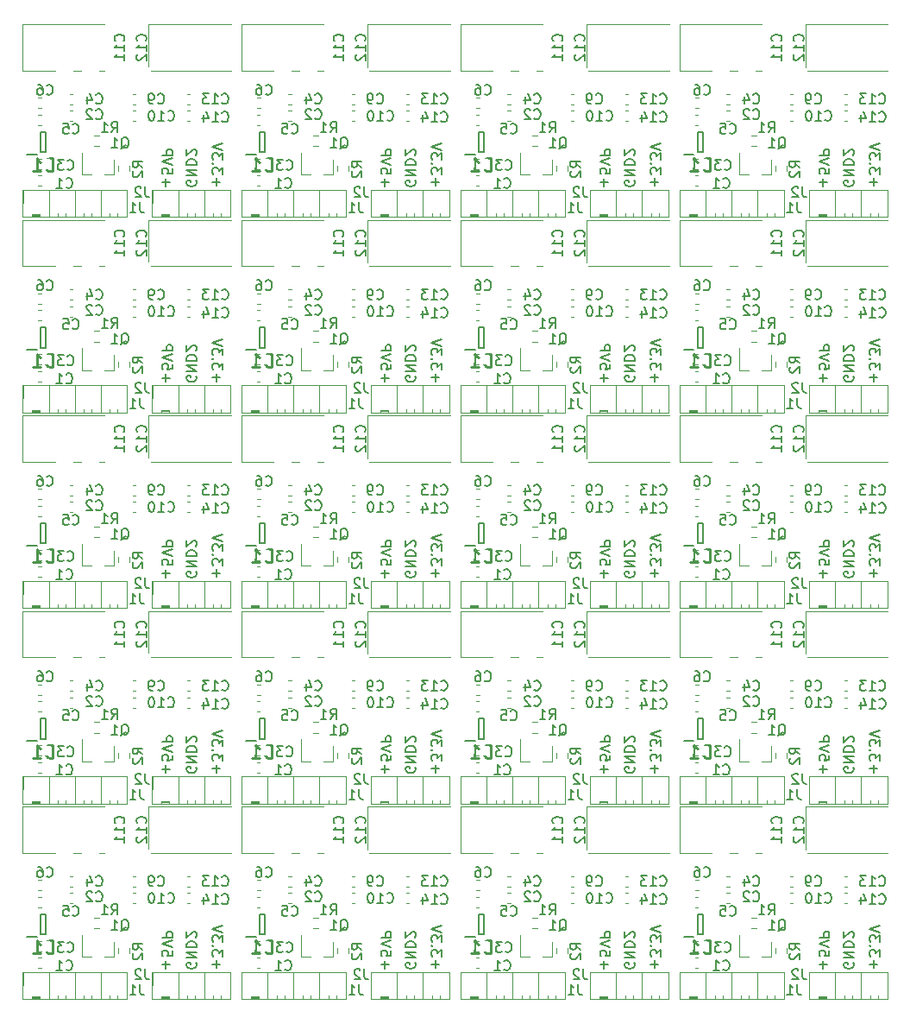
<source format=gbr>
%TF.GenerationSoftware,KiCad,Pcbnew,(5.1.10)-1*%
%TF.CreationDate,2022-01-18T16:22:41+07:00*%
%TF.ProjectId,DC5V_DC5V3V3_v3_pnlz4x5,44433556-5f44-4433-9556-3356335f7633,rev?*%
%TF.SameCoordinates,Original*%
%TF.FileFunction,Legend,Bot*%
%TF.FilePolarity,Positive*%
%FSLAX46Y46*%
G04 Gerber Fmt 4.6, Leading zero omitted, Abs format (unit mm)*
G04 Created by KiCad (PCBNEW (5.1.10)-1) date 2022-01-18 16:22:41*
%MOMM*%
%LPD*%
G01*
G04 APERTURE LIST*
%ADD10C,0.150000*%
%ADD11C,0.120000*%
%ADD12C,0.200000*%
%ADD13C,0.254000*%
%ADD14R,0.950000X0.450000*%
%ADD15R,1.700000X1.700000*%
%ADD16O,1.700000X1.700000*%
%ADD17O,1.750000X2.250000*%
%ADD18R,1.750000X2.250000*%
%ADD19R,0.800000X0.900000*%
G04 APERTURE END LIST*
D10*
X132107571Y-135490714D02*
X132107571Y-134728809D01*
X131726619Y-135109761D02*
X132488523Y-135109761D01*
X132726619Y-133776428D02*
X132726619Y-134252619D01*
X132250428Y-134300238D01*
X132298047Y-134252619D01*
X132345666Y-134157380D01*
X132345666Y-133919285D01*
X132298047Y-133824047D01*
X132250428Y-133776428D01*
X132155190Y-133728809D01*
X131917095Y-133728809D01*
X131821857Y-133776428D01*
X131774238Y-133824047D01*
X131726619Y-133919285D01*
X131726619Y-134157380D01*
X131774238Y-134252619D01*
X131821857Y-134300238D01*
X132726619Y-133443095D02*
X131726619Y-133109761D01*
X132726619Y-132776428D01*
X131726619Y-132443095D02*
X132726619Y-132443095D01*
X132726619Y-132062142D01*
X132679000Y-131966904D01*
X132631380Y-131919285D01*
X132536142Y-131871666D01*
X132393285Y-131871666D01*
X132298047Y-131919285D01*
X132250428Y-131966904D01*
X132202809Y-132062142D01*
X132202809Y-132443095D01*
X110607571Y-135490714D02*
X110607571Y-134728809D01*
X110226619Y-135109761D02*
X110988523Y-135109761D01*
X111226619Y-133776428D02*
X111226619Y-134252619D01*
X110750428Y-134300238D01*
X110798047Y-134252619D01*
X110845666Y-134157380D01*
X110845666Y-133919285D01*
X110798047Y-133824047D01*
X110750428Y-133776428D01*
X110655190Y-133728809D01*
X110417095Y-133728809D01*
X110321857Y-133776428D01*
X110274238Y-133824047D01*
X110226619Y-133919285D01*
X110226619Y-134157380D01*
X110274238Y-134252619D01*
X110321857Y-134300238D01*
X111226619Y-133443095D02*
X110226619Y-133109761D01*
X111226619Y-132776428D01*
X110226619Y-132443095D02*
X111226619Y-132443095D01*
X111226619Y-132062142D01*
X111179000Y-131966904D01*
X111131380Y-131919285D01*
X111036142Y-131871666D01*
X110893285Y-131871666D01*
X110798047Y-131919285D01*
X110750428Y-131966904D01*
X110702809Y-132062142D01*
X110702809Y-132443095D01*
X89107571Y-135490714D02*
X89107571Y-134728809D01*
X88726619Y-135109761D02*
X89488523Y-135109761D01*
X89726619Y-133776428D02*
X89726619Y-134252619D01*
X89250428Y-134300238D01*
X89298047Y-134252619D01*
X89345666Y-134157380D01*
X89345666Y-133919285D01*
X89298047Y-133824047D01*
X89250428Y-133776428D01*
X89155190Y-133728809D01*
X88917095Y-133728809D01*
X88821857Y-133776428D01*
X88774238Y-133824047D01*
X88726619Y-133919285D01*
X88726619Y-134157380D01*
X88774238Y-134252619D01*
X88821857Y-134300238D01*
X89726619Y-133443095D02*
X88726619Y-133109761D01*
X89726619Y-132776428D01*
X88726619Y-132443095D02*
X89726619Y-132443095D01*
X89726619Y-132062142D01*
X89679000Y-131966904D01*
X89631380Y-131919285D01*
X89536142Y-131871666D01*
X89393285Y-131871666D01*
X89298047Y-131919285D01*
X89250428Y-131966904D01*
X89202809Y-132062142D01*
X89202809Y-132443095D01*
X67607571Y-135490714D02*
X67607571Y-134728809D01*
X67226619Y-135109761D02*
X67988523Y-135109761D01*
X68226619Y-133776428D02*
X68226619Y-134252619D01*
X67750428Y-134300238D01*
X67798047Y-134252619D01*
X67845666Y-134157380D01*
X67845666Y-133919285D01*
X67798047Y-133824047D01*
X67750428Y-133776428D01*
X67655190Y-133728809D01*
X67417095Y-133728809D01*
X67321857Y-133776428D01*
X67274238Y-133824047D01*
X67226619Y-133919285D01*
X67226619Y-134157380D01*
X67274238Y-134252619D01*
X67321857Y-134300238D01*
X68226619Y-133443095D02*
X67226619Y-133109761D01*
X68226619Y-132776428D01*
X67226619Y-132443095D02*
X68226619Y-132443095D01*
X68226619Y-132062142D01*
X68179000Y-131966904D01*
X68131380Y-131919285D01*
X68036142Y-131871666D01*
X67893285Y-131871666D01*
X67798047Y-131919285D01*
X67750428Y-131966904D01*
X67702809Y-132062142D01*
X67702809Y-132443095D01*
X132107571Y-116313714D02*
X132107571Y-115551809D01*
X131726619Y-115932761D02*
X132488523Y-115932761D01*
X132726619Y-114599428D02*
X132726619Y-115075619D01*
X132250428Y-115123238D01*
X132298047Y-115075619D01*
X132345666Y-114980380D01*
X132345666Y-114742285D01*
X132298047Y-114647047D01*
X132250428Y-114599428D01*
X132155190Y-114551809D01*
X131917095Y-114551809D01*
X131821857Y-114599428D01*
X131774238Y-114647047D01*
X131726619Y-114742285D01*
X131726619Y-114980380D01*
X131774238Y-115075619D01*
X131821857Y-115123238D01*
X132726619Y-114266095D02*
X131726619Y-113932761D01*
X132726619Y-113599428D01*
X131726619Y-113266095D02*
X132726619Y-113266095D01*
X132726619Y-112885142D01*
X132679000Y-112789904D01*
X132631380Y-112742285D01*
X132536142Y-112694666D01*
X132393285Y-112694666D01*
X132298047Y-112742285D01*
X132250428Y-112789904D01*
X132202809Y-112885142D01*
X132202809Y-113266095D01*
X110607571Y-116313714D02*
X110607571Y-115551809D01*
X110226619Y-115932761D02*
X110988523Y-115932761D01*
X111226619Y-114599428D02*
X111226619Y-115075619D01*
X110750428Y-115123238D01*
X110798047Y-115075619D01*
X110845666Y-114980380D01*
X110845666Y-114742285D01*
X110798047Y-114647047D01*
X110750428Y-114599428D01*
X110655190Y-114551809D01*
X110417095Y-114551809D01*
X110321857Y-114599428D01*
X110274238Y-114647047D01*
X110226619Y-114742285D01*
X110226619Y-114980380D01*
X110274238Y-115075619D01*
X110321857Y-115123238D01*
X111226619Y-114266095D02*
X110226619Y-113932761D01*
X111226619Y-113599428D01*
X110226619Y-113266095D02*
X111226619Y-113266095D01*
X111226619Y-112885142D01*
X111179000Y-112789904D01*
X111131380Y-112742285D01*
X111036142Y-112694666D01*
X110893285Y-112694666D01*
X110798047Y-112742285D01*
X110750428Y-112789904D01*
X110702809Y-112885142D01*
X110702809Y-113266095D01*
X89107571Y-116313714D02*
X89107571Y-115551809D01*
X88726619Y-115932761D02*
X89488523Y-115932761D01*
X89726619Y-114599428D02*
X89726619Y-115075619D01*
X89250428Y-115123238D01*
X89298047Y-115075619D01*
X89345666Y-114980380D01*
X89345666Y-114742285D01*
X89298047Y-114647047D01*
X89250428Y-114599428D01*
X89155190Y-114551809D01*
X88917095Y-114551809D01*
X88821857Y-114599428D01*
X88774238Y-114647047D01*
X88726619Y-114742285D01*
X88726619Y-114980380D01*
X88774238Y-115075619D01*
X88821857Y-115123238D01*
X89726619Y-114266095D02*
X88726619Y-113932761D01*
X89726619Y-113599428D01*
X88726619Y-113266095D02*
X89726619Y-113266095D01*
X89726619Y-112885142D01*
X89679000Y-112789904D01*
X89631380Y-112742285D01*
X89536142Y-112694666D01*
X89393285Y-112694666D01*
X89298047Y-112742285D01*
X89250428Y-112789904D01*
X89202809Y-112885142D01*
X89202809Y-113266095D01*
X67607571Y-116313714D02*
X67607571Y-115551809D01*
X67226619Y-115932761D02*
X67988523Y-115932761D01*
X68226619Y-114599428D02*
X68226619Y-115075619D01*
X67750428Y-115123238D01*
X67798047Y-115075619D01*
X67845666Y-114980380D01*
X67845666Y-114742285D01*
X67798047Y-114647047D01*
X67750428Y-114599428D01*
X67655190Y-114551809D01*
X67417095Y-114551809D01*
X67321857Y-114599428D01*
X67274238Y-114647047D01*
X67226619Y-114742285D01*
X67226619Y-114980380D01*
X67274238Y-115075619D01*
X67321857Y-115123238D01*
X68226619Y-114266095D02*
X67226619Y-113932761D01*
X68226619Y-113599428D01*
X67226619Y-113266095D02*
X68226619Y-113266095D01*
X68226619Y-112885142D01*
X68179000Y-112789904D01*
X68131380Y-112742285D01*
X68036142Y-112694666D01*
X67893285Y-112694666D01*
X67798047Y-112742285D01*
X67750428Y-112789904D01*
X67702809Y-112885142D01*
X67702809Y-113266095D01*
X132107571Y-97136714D02*
X132107571Y-96374809D01*
X131726619Y-96755761D02*
X132488523Y-96755761D01*
X132726619Y-95422428D02*
X132726619Y-95898619D01*
X132250428Y-95946238D01*
X132298047Y-95898619D01*
X132345666Y-95803380D01*
X132345666Y-95565285D01*
X132298047Y-95470047D01*
X132250428Y-95422428D01*
X132155190Y-95374809D01*
X131917095Y-95374809D01*
X131821857Y-95422428D01*
X131774238Y-95470047D01*
X131726619Y-95565285D01*
X131726619Y-95803380D01*
X131774238Y-95898619D01*
X131821857Y-95946238D01*
X132726619Y-95089095D02*
X131726619Y-94755761D01*
X132726619Y-94422428D01*
X131726619Y-94089095D02*
X132726619Y-94089095D01*
X132726619Y-93708142D01*
X132679000Y-93612904D01*
X132631380Y-93565285D01*
X132536142Y-93517666D01*
X132393285Y-93517666D01*
X132298047Y-93565285D01*
X132250428Y-93612904D01*
X132202809Y-93708142D01*
X132202809Y-94089095D01*
X110607571Y-97136714D02*
X110607571Y-96374809D01*
X110226619Y-96755761D02*
X110988523Y-96755761D01*
X111226619Y-95422428D02*
X111226619Y-95898619D01*
X110750428Y-95946238D01*
X110798047Y-95898619D01*
X110845666Y-95803380D01*
X110845666Y-95565285D01*
X110798047Y-95470047D01*
X110750428Y-95422428D01*
X110655190Y-95374809D01*
X110417095Y-95374809D01*
X110321857Y-95422428D01*
X110274238Y-95470047D01*
X110226619Y-95565285D01*
X110226619Y-95803380D01*
X110274238Y-95898619D01*
X110321857Y-95946238D01*
X111226619Y-95089095D02*
X110226619Y-94755761D01*
X111226619Y-94422428D01*
X110226619Y-94089095D02*
X111226619Y-94089095D01*
X111226619Y-93708142D01*
X111179000Y-93612904D01*
X111131380Y-93565285D01*
X111036142Y-93517666D01*
X110893285Y-93517666D01*
X110798047Y-93565285D01*
X110750428Y-93612904D01*
X110702809Y-93708142D01*
X110702809Y-94089095D01*
X89107571Y-97136714D02*
X89107571Y-96374809D01*
X88726619Y-96755761D02*
X89488523Y-96755761D01*
X89726619Y-95422428D02*
X89726619Y-95898619D01*
X89250428Y-95946238D01*
X89298047Y-95898619D01*
X89345666Y-95803380D01*
X89345666Y-95565285D01*
X89298047Y-95470047D01*
X89250428Y-95422428D01*
X89155190Y-95374809D01*
X88917095Y-95374809D01*
X88821857Y-95422428D01*
X88774238Y-95470047D01*
X88726619Y-95565285D01*
X88726619Y-95803380D01*
X88774238Y-95898619D01*
X88821857Y-95946238D01*
X89726619Y-95089095D02*
X88726619Y-94755761D01*
X89726619Y-94422428D01*
X88726619Y-94089095D02*
X89726619Y-94089095D01*
X89726619Y-93708142D01*
X89679000Y-93612904D01*
X89631380Y-93565285D01*
X89536142Y-93517666D01*
X89393285Y-93517666D01*
X89298047Y-93565285D01*
X89250428Y-93612904D01*
X89202809Y-93708142D01*
X89202809Y-94089095D01*
X67607571Y-97136714D02*
X67607571Y-96374809D01*
X67226619Y-96755761D02*
X67988523Y-96755761D01*
X68226619Y-95422428D02*
X68226619Y-95898619D01*
X67750428Y-95946238D01*
X67798047Y-95898619D01*
X67845666Y-95803380D01*
X67845666Y-95565285D01*
X67798047Y-95470047D01*
X67750428Y-95422428D01*
X67655190Y-95374809D01*
X67417095Y-95374809D01*
X67321857Y-95422428D01*
X67274238Y-95470047D01*
X67226619Y-95565285D01*
X67226619Y-95803380D01*
X67274238Y-95898619D01*
X67321857Y-95946238D01*
X68226619Y-95089095D02*
X67226619Y-94755761D01*
X68226619Y-94422428D01*
X67226619Y-94089095D02*
X68226619Y-94089095D01*
X68226619Y-93708142D01*
X68179000Y-93612904D01*
X68131380Y-93565285D01*
X68036142Y-93517666D01*
X67893285Y-93517666D01*
X67798047Y-93565285D01*
X67750428Y-93612904D01*
X67702809Y-93708142D01*
X67702809Y-94089095D01*
X132107571Y-77959714D02*
X132107571Y-77197809D01*
X131726619Y-77578761D02*
X132488523Y-77578761D01*
X132726619Y-76245428D02*
X132726619Y-76721619D01*
X132250428Y-76769238D01*
X132298047Y-76721619D01*
X132345666Y-76626380D01*
X132345666Y-76388285D01*
X132298047Y-76293047D01*
X132250428Y-76245428D01*
X132155190Y-76197809D01*
X131917095Y-76197809D01*
X131821857Y-76245428D01*
X131774238Y-76293047D01*
X131726619Y-76388285D01*
X131726619Y-76626380D01*
X131774238Y-76721619D01*
X131821857Y-76769238D01*
X132726619Y-75912095D02*
X131726619Y-75578761D01*
X132726619Y-75245428D01*
X131726619Y-74912095D02*
X132726619Y-74912095D01*
X132726619Y-74531142D01*
X132679000Y-74435904D01*
X132631380Y-74388285D01*
X132536142Y-74340666D01*
X132393285Y-74340666D01*
X132298047Y-74388285D01*
X132250428Y-74435904D01*
X132202809Y-74531142D01*
X132202809Y-74912095D01*
X110607571Y-77959714D02*
X110607571Y-77197809D01*
X110226619Y-77578761D02*
X110988523Y-77578761D01*
X111226619Y-76245428D02*
X111226619Y-76721619D01*
X110750428Y-76769238D01*
X110798047Y-76721619D01*
X110845666Y-76626380D01*
X110845666Y-76388285D01*
X110798047Y-76293047D01*
X110750428Y-76245428D01*
X110655190Y-76197809D01*
X110417095Y-76197809D01*
X110321857Y-76245428D01*
X110274238Y-76293047D01*
X110226619Y-76388285D01*
X110226619Y-76626380D01*
X110274238Y-76721619D01*
X110321857Y-76769238D01*
X111226619Y-75912095D02*
X110226619Y-75578761D01*
X111226619Y-75245428D01*
X110226619Y-74912095D02*
X111226619Y-74912095D01*
X111226619Y-74531142D01*
X111179000Y-74435904D01*
X111131380Y-74388285D01*
X111036142Y-74340666D01*
X110893285Y-74340666D01*
X110798047Y-74388285D01*
X110750428Y-74435904D01*
X110702809Y-74531142D01*
X110702809Y-74912095D01*
X89107571Y-77959714D02*
X89107571Y-77197809D01*
X88726619Y-77578761D02*
X89488523Y-77578761D01*
X89726619Y-76245428D02*
X89726619Y-76721619D01*
X89250428Y-76769238D01*
X89298047Y-76721619D01*
X89345666Y-76626380D01*
X89345666Y-76388285D01*
X89298047Y-76293047D01*
X89250428Y-76245428D01*
X89155190Y-76197809D01*
X88917095Y-76197809D01*
X88821857Y-76245428D01*
X88774238Y-76293047D01*
X88726619Y-76388285D01*
X88726619Y-76626380D01*
X88774238Y-76721619D01*
X88821857Y-76769238D01*
X89726619Y-75912095D02*
X88726619Y-75578761D01*
X89726619Y-75245428D01*
X88726619Y-74912095D02*
X89726619Y-74912095D01*
X89726619Y-74531142D01*
X89679000Y-74435904D01*
X89631380Y-74388285D01*
X89536142Y-74340666D01*
X89393285Y-74340666D01*
X89298047Y-74388285D01*
X89250428Y-74435904D01*
X89202809Y-74531142D01*
X89202809Y-74912095D01*
X67607571Y-77959714D02*
X67607571Y-77197809D01*
X67226619Y-77578761D02*
X67988523Y-77578761D01*
X68226619Y-76245428D02*
X68226619Y-76721619D01*
X67750428Y-76769238D01*
X67798047Y-76721619D01*
X67845666Y-76626380D01*
X67845666Y-76388285D01*
X67798047Y-76293047D01*
X67750428Y-76245428D01*
X67655190Y-76197809D01*
X67417095Y-76197809D01*
X67321857Y-76245428D01*
X67274238Y-76293047D01*
X67226619Y-76388285D01*
X67226619Y-76626380D01*
X67274238Y-76721619D01*
X67321857Y-76769238D01*
X68226619Y-75912095D02*
X67226619Y-75578761D01*
X68226619Y-75245428D01*
X67226619Y-74912095D02*
X68226619Y-74912095D01*
X68226619Y-74531142D01*
X68179000Y-74435904D01*
X68131380Y-74388285D01*
X68036142Y-74340666D01*
X67893285Y-74340666D01*
X67798047Y-74388285D01*
X67750428Y-74435904D01*
X67702809Y-74531142D01*
X67702809Y-74912095D01*
X132107571Y-58782714D02*
X132107571Y-58020809D01*
X131726619Y-58401761D02*
X132488523Y-58401761D01*
X132726619Y-57068428D02*
X132726619Y-57544619D01*
X132250428Y-57592238D01*
X132298047Y-57544619D01*
X132345666Y-57449380D01*
X132345666Y-57211285D01*
X132298047Y-57116047D01*
X132250428Y-57068428D01*
X132155190Y-57020809D01*
X131917095Y-57020809D01*
X131821857Y-57068428D01*
X131774238Y-57116047D01*
X131726619Y-57211285D01*
X131726619Y-57449380D01*
X131774238Y-57544619D01*
X131821857Y-57592238D01*
X132726619Y-56735095D02*
X131726619Y-56401761D01*
X132726619Y-56068428D01*
X131726619Y-55735095D02*
X132726619Y-55735095D01*
X132726619Y-55354142D01*
X132679000Y-55258904D01*
X132631380Y-55211285D01*
X132536142Y-55163666D01*
X132393285Y-55163666D01*
X132298047Y-55211285D01*
X132250428Y-55258904D01*
X132202809Y-55354142D01*
X132202809Y-55735095D01*
X110607571Y-58782714D02*
X110607571Y-58020809D01*
X110226619Y-58401761D02*
X110988523Y-58401761D01*
X111226619Y-57068428D02*
X111226619Y-57544619D01*
X110750428Y-57592238D01*
X110798047Y-57544619D01*
X110845666Y-57449380D01*
X110845666Y-57211285D01*
X110798047Y-57116047D01*
X110750428Y-57068428D01*
X110655190Y-57020809D01*
X110417095Y-57020809D01*
X110321857Y-57068428D01*
X110274238Y-57116047D01*
X110226619Y-57211285D01*
X110226619Y-57449380D01*
X110274238Y-57544619D01*
X110321857Y-57592238D01*
X111226619Y-56735095D02*
X110226619Y-56401761D01*
X111226619Y-56068428D01*
X110226619Y-55735095D02*
X111226619Y-55735095D01*
X111226619Y-55354142D01*
X111179000Y-55258904D01*
X111131380Y-55211285D01*
X111036142Y-55163666D01*
X110893285Y-55163666D01*
X110798047Y-55211285D01*
X110750428Y-55258904D01*
X110702809Y-55354142D01*
X110702809Y-55735095D01*
X89107571Y-58782714D02*
X89107571Y-58020809D01*
X88726619Y-58401761D02*
X89488523Y-58401761D01*
X89726619Y-57068428D02*
X89726619Y-57544619D01*
X89250428Y-57592238D01*
X89298047Y-57544619D01*
X89345666Y-57449380D01*
X89345666Y-57211285D01*
X89298047Y-57116047D01*
X89250428Y-57068428D01*
X89155190Y-57020809D01*
X88917095Y-57020809D01*
X88821857Y-57068428D01*
X88774238Y-57116047D01*
X88726619Y-57211285D01*
X88726619Y-57449380D01*
X88774238Y-57544619D01*
X88821857Y-57592238D01*
X89726619Y-56735095D02*
X88726619Y-56401761D01*
X89726619Y-56068428D01*
X88726619Y-55735095D02*
X89726619Y-55735095D01*
X89726619Y-55354142D01*
X89679000Y-55258904D01*
X89631380Y-55211285D01*
X89536142Y-55163666D01*
X89393285Y-55163666D01*
X89298047Y-55211285D01*
X89250428Y-55258904D01*
X89202809Y-55354142D01*
X89202809Y-55735095D01*
X135092000Y-134943095D02*
X135139619Y-135038333D01*
X135139619Y-135181190D01*
X135092000Y-135324047D01*
X134996761Y-135419285D01*
X134901523Y-135466904D01*
X134711047Y-135514523D01*
X134568190Y-135514523D01*
X134377714Y-135466904D01*
X134282476Y-135419285D01*
X134187238Y-135324047D01*
X134139619Y-135181190D01*
X134139619Y-135085952D01*
X134187238Y-134943095D01*
X134234857Y-134895476D01*
X134568190Y-134895476D01*
X134568190Y-135085952D01*
X134139619Y-134466904D02*
X135139619Y-134466904D01*
X134139619Y-133895476D01*
X135139619Y-133895476D01*
X134139619Y-133419285D02*
X135139619Y-133419285D01*
X135139619Y-133181190D01*
X135092000Y-133038333D01*
X134996761Y-132943095D01*
X134901523Y-132895476D01*
X134711047Y-132847857D01*
X134568190Y-132847857D01*
X134377714Y-132895476D01*
X134282476Y-132943095D01*
X134187238Y-133038333D01*
X134139619Y-133181190D01*
X134139619Y-133419285D01*
X135044380Y-132466904D02*
X135092000Y-132419285D01*
X135139619Y-132324047D01*
X135139619Y-132085952D01*
X135092000Y-131990714D01*
X135044380Y-131943095D01*
X134949142Y-131895476D01*
X134853904Y-131895476D01*
X134711047Y-131943095D01*
X134139619Y-132514523D01*
X134139619Y-131895476D01*
X113592000Y-134943095D02*
X113639619Y-135038333D01*
X113639619Y-135181190D01*
X113592000Y-135324047D01*
X113496761Y-135419285D01*
X113401523Y-135466904D01*
X113211047Y-135514523D01*
X113068190Y-135514523D01*
X112877714Y-135466904D01*
X112782476Y-135419285D01*
X112687238Y-135324047D01*
X112639619Y-135181190D01*
X112639619Y-135085952D01*
X112687238Y-134943095D01*
X112734857Y-134895476D01*
X113068190Y-134895476D01*
X113068190Y-135085952D01*
X112639619Y-134466904D02*
X113639619Y-134466904D01*
X112639619Y-133895476D01*
X113639619Y-133895476D01*
X112639619Y-133419285D02*
X113639619Y-133419285D01*
X113639619Y-133181190D01*
X113592000Y-133038333D01*
X113496761Y-132943095D01*
X113401523Y-132895476D01*
X113211047Y-132847857D01*
X113068190Y-132847857D01*
X112877714Y-132895476D01*
X112782476Y-132943095D01*
X112687238Y-133038333D01*
X112639619Y-133181190D01*
X112639619Y-133419285D01*
X113544380Y-132466904D02*
X113592000Y-132419285D01*
X113639619Y-132324047D01*
X113639619Y-132085952D01*
X113592000Y-131990714D01*
X113544380Y-131943095D01*
X113449142Y-131895476D01*
X113353904Y-131895476D01*
X113211047Y-131943095D01*
X112639619Y-132514523D01*
X112639619Y-131895476D01*
X92092000Y-134943095D02*
X92139619Y-135038333D01*
X92139619Y-135181190D01*
X92092000Y-135324047D01*
X91996761Y-135419285D01*
X91901523Y-135466904D01*
X91711047Y-135514523D01*
X91568190Y-135514523D01*
X91377714Y-135466904D01*
X91282476Y-135419285D01*
X91187238Y-135324047D01*
X91139619Y-135181190D01*
X91139619Y-135085952D01*
X91187238Y-134943095D01*
X91234857Y-134895476D01*
X91568190Y-134895476D01*
X91568190Y-135085952D01*
X91139619Y-134466904D02*
X92139619Y-134466904D01*
X91139619Y-133895476D01*
X92139619Y-133895476D01*
X91139619Y-133419285D02*
X92139619Y-133419285D01*
X92139619Y-133181190D01*
X92092000Y-133038333D01*
X91996761Y-132943095D01*
X91901523Y-132895476D01*
X91711047Y-132847857D01*
X91568190Y-132847857D01*
X91377714Y-132895476D01*
X91282476Y-132943095D01*
X91187238Y-133038333D01*
X91139619Y-133181190D01*
X91139619Y-133419285D01*
X92044380Y-132466904D02*
X92092000Y-132419285D01*
X92139619Y-132324047D01*
X92139619Y-132085952D01*
X92092000Y-131990714D01*
X92044380Y-131943095D01*
X91949142Y-131895476D01*
X91853904Y-131895476D01*
X91711047Y-131943095D01*
X91139619Y-132514523D01*
X91139619Y-131895476D01*
X70592000Y-134943095D02*
X70639619Y-135038333D01*
X70639619Y-135181190D01*
X70592000Y-135324047D01*
X70496761Y-135419285D01*
X70401523Y-135466904D01*
X70211047Y-135514523D01*
X70068190Y-135514523D01*
X69877714Y-135466904D01*
X69782476Y-135419285D01*
X69687238Y-135324047D01*
X69639619Y-135181190D01*
X69639619Y-135085952D01*
X69687238Y-134943095D01*
X69734857Y-134895476D01*
X70068190Y-134895476D01*
X70068190Y-135085952D01*
X69639619Y-134466904D02*
X70639619Y-134466904D01*
X69639619Y-133895476D01*
X70639619Y-133895476D01*
X69639619Y-133419285D02*
X70639619Y-133419285D01*
X70639619Y-133181190D01*
X70592000Y-133038333D01*
X70496761Y-132943095D01*
X70401523Y-132895476D01*
X70211047Y-132847857D01*
X70068190Y-132847857D01*
X69877714Y-132895476D01*
X69782476Y-132943095D01*
X69687238Y-133038333D01*
X69639619Y-133181190D01*
X69639619Y-133419285D01*
X70544380Y-132466904D02*
X70592000Y-132419285D01*
X70639619Y-132324047D01*
X70639619Y-132085952D01*
X70592000Y-131990714D01*
X70544380Y-131943095D01*
X70449142Y-131895476D01*
X70353904Y-131895476D01*
X70211047Y-131943095D01*
X69639619Y-132514523D01*
X69639619Y-131895476D01*
X135092000Y-115766095D02*
X135139619Y-115861333D01*
X135139619Y-116004190D01*
X135092000Y-116147047D01*
X134996761Y-116242285D01*
X134901523Y-116289904D01*
X134711047Y-116337523D01*
X134568190Y-116337523D01*
X134377714Y-116289904D01*
X134282476Y-116242285D01*
X134187238Y-116147047D01*
X134139619Y-116004190D01*
X134139619Y-115908952D01*
X134187238Y-115766095D01*
X134234857Y-115718476D01*
X134568190Y-115718476D01*
X134568190Y-115908952D01*
X134139619Y-115289904D02*
X135139619Y-115289904D01*
X134139619Y-114718476D01*
X135139619Y-114718476D01*
X134139619Y-114242285D02*
X135139619Y-114242285D01*
X135139619Y-114004190D01*
X135092000Y-113861333D01*
X134996761Y-113766095D01*
X134901523Y-113718476D01*
X134711047Y-113670857D01*
X134568190Y-113670857D01*
X134377714Y-113718476D01*
X134282476Y-113766095D01*
X134187238Y-113861333D01*
X134139619Y-114004190D01*
X134139619Y-114242285D01*
X135044380Y-113289904D02*
X135092000Y-113242285D01*
X135139619Y-113147047D01*
X135139619Y-112908952D01*
X135092000Y-112813714D01*
X135044380Y-112766095D01*
X134949142Y-112718476D01*
X134853904Y-112718476D01*
X134711047Y-112766095D01*
X134139619Y-113337523D01*
X134139619Y-112718476D01*
X113592000Y-115766095D02*
X113639619Y-115861333D01*
X113639619Y-116004190D01*
X113592000Y-116147047D01*
X113496761Y-116242285D01*
X113401523Y-116289904D01*
X113211047Y-116337523D01*
X113068190Y-116337523D01*
X112877714Y-116289904D01*
X112782476Y-116242285D01*
X112687238Y-116147047D01*
X112639619Y-116004190D01*
X112639619Y-115908952D01*
X112687238Y-115766095D01*
X112734857Y-115718476D01*
X113068190Y-115718476D01*
X113068190Y-115908952D01*
X112639619Y-115289904D02*
X113639619Y-115289904D01*
X112639619Y-114718476D01*
X113639619Y-114718476D01*
X112639619Y-114242285D02*
X113639619Y-114242285D01*
X113639619Y-114004190D01*
X113592000Y-113861333D01*
X113496761Y-113766095D01*
X113401523Y-113718476D01*
X113211047Y-113670857D01*
X113068190Y-113670857D01*
X112877714Y-113718476D01*
X112782476Y-113766095D01*
X112687238Y-113861333D01*
X112639619Y-114004190D01*
X112639619Y-114242285D01*
X113544380Y-113289904D02*
X113592000Y-113242285D01*
X113639619Y-113147047D01*
X113639619Y-112908952D01*
X113592000Y-112813714D01*
X113544380Y-112766095D01*
X113449142Y-112718476D01*
X113353904Y-112718476D01*
X113211047Y-112766095D01*
X112639619Y-113337523D01*
X112639619Y-112718476D01*
X92092000Y-115766095D02*
X92139619Y-115861333D01*
X92139619Y-116004190D01*
X92092000Y-116147047D01*
X91996761Y-116242285D01*
X91901523Y-116289904D01*
X91711047Y-116337523D01*
X91568190Y-116337523D01*
X91377714Y-116289904D01*
X91282476Y-116242285D01*
X91187238Y-116147047D01*
X91139619Y-116004190D01*
X91139619Y-115908952D01*
X91187238Y-115766095D01*
X91234857Y-115718476D01*
X91568190Y-115718476D01*
X91568190Y-115908952D01*
X91139619Y-115289904D02*
X92139619Y-115289904D01*
X91139619Y-114718476D01*
X92139619Y-114718476D01*
X91139619Y-114242285D02*
X92139619Y-114242285D01*
X92139619Y-114004190D01*
X92092000Y-113861333D01*
X91996761Y-113766095D01*
X91901523Y-113718476D01*
X91711047Y-113670857D01*
X91568190Y-113670857D01*
X91377714Y-113718476D01*
X91282476Y-113766095D01*
X91187238Y-113861333D01*
X91139619Y-114004190D01*
X91139619Y-114242285D01*
X92044380Y-113289904D02*
X92092000Y-113242285D01*
X92139619Y-113147047D01*
X92139619Y-112908952D01*
X92092000Y-112813714D01*
X92044380Y-112766095D01*
X91949142Y-112718476D01*
X91853904Y-112718476D01*
X91711047Y-112766095D01*
X91139619Y-113337523D01*
X91139619Y-112718476D01*
X70592000Y-115766095D02*
X70639619Y-115861333D01*
X70639619Y-116004190D01*
X70592000Y-116147047D01*
X70496761Y-116242285D01*
X70401523Y-116289904D01*
X70211047Y-116337523D01*
X70068190Y-116337523D01*
X69877714Y-116289904D01*
X69782476Y-116242285D01*
X69687238Y-116147047D01*
X69639619Y-116004190D01*
X69639619Y-115908952D01*
X69687238Y-115766095D01*
X69734857Y-115718476D01*
X70068190Y-115718476D01*
X70068190Y-115908952D01*
X69639619Y-115289904D02*
X70639619Y-115289904D01*
X69639619Y-114718476D01*
X70639619Y-114718476D01*
X69639619Y-114242285D02*
X70639619Y-114242285D01*
X70639619Y-114004190D01*
X70592000Y-113861333D01*
X70496761Y-113766095D01*
X70401523Y-113718476D01*
X70211047Y-113670857D01*
X70068190Y-113670857D01*
X69877714Y-113718476D01*
X69782476Y-113766095D01*
X69687238Y-113861333D01*
X69639619Y-114004190D01*
X69639619Y-114242285D01*
X70544380Y-113289904D02*
X70592000Y-113242285D01*
X70639619Y-113147047D01*
X70639619Y-112908952D01*
X70592000Y-112813714D01*
X70544380Y-112766095D01*
X70449142Y-112718476D01*
X70353904Y-112718476D01*
X70211047Y-112766095D01*
X69639619Y-113337523D01*
X69639619Y-112718476D01*
X135092000Y-96589095D02*
X135139619Y-96684333D01*
X135139619Y-96827190D01*
X135092000Y-96970047D01*
X134996761Y-97065285D01*
X134901523Y-97112904D01*
X134711047Y-97160523D01*
X134568190Y-97160523D01*
X134377714Y-97112904D01*
X134282476Y-97065285D01*
X134187238Y-96970047D01*
X134139619Y-96827190D01*
X134139619Y-96731952D01*
X134187238Y-96589095D01*
X134234857Y-96541476D01*
X134568190Y-96541476D01*
X134568190Y-96731952D01*
X134139619Y-96112904D02*
X135139619Y-96112904D01*
X134139619Y-95541476D01*
X135139619Y-95541476D01*
X134139619Y-95065285D02*
X135139619Y-95065285D01*
X135139619Y-94827190D01*
X135092000Y-94684333D01*
X134996761Y-94589095D01*
X134901523Y-94541476D01*
X134711047Y-94493857D01*
X134568190Y-94493857D01*
X134377714Y-94541476D01*
X134282476Y-94589095D01*
X134187238Y-94684333D01*
X134139619Y-94827190D01*
X134139619Y-95065285D01*
X135044380Y-94112904D02*
X135092000Y-94065285D01*
X135139619Y-93970047D01*
X135139619Y-93731952D01*
X135092000Y-93636714D01*
X135044380Y-93589095D01*
X134949142Y-93541476D01*
X134853904Y-93541476D01*
X134711047Y-93589095D01*
X134139619Y-94160523D01*
X134139619Y-93541476D01*
X113592000Y-96589095D02*
X113639619Y-96684333D01*
X113639619Y-96827190D01*
X113592000Y-96970047D01*
X113496761Y-97065285D01*
X113401523Y-97112904D01*
X113211047Y-97160523D01*
X113068190Y-97160523D01*
X112877714Y-97112904D01*
X112782476Y-97065285D01*
X112687238Y-96970047D01*
X112639619Y-96827190D01*
X112639619Y-96731952D01*
X112687238Y-96589095D01*
X112734857Y-96541476D01*
X113068190Y-96541476D01*
X113068190Y-96731952D01*
X112639619Y-96112904D02*
X113639619Y-96112904D01*
X112639619Y-95541476D01*
X113639619Y-95541476D01*
X112639619Y-95065285D02*
X113639619Y-95065285D01*
X113639619Y-94827190D01*
X113592000Y-94684333D01*
X113496761Y-94589095D01*
X113401523Y-94541476D01*
X113211047Y-94493857D01*
X113068190Y-94493857D01*
X112877714Y-94541476D01*
X112782476Y-94589095D01*
X112687238Y-94684333D01*
X112639619Y-94827190D01*
X112639619Y-95065285D01*
X113544380Y-94112904D02*
X113592000Y-94065285D01*
X113639619Y-93970047D01*
X113639619Y-93731952D01*
X113592000Y-93636714D01*
X113544380Y-93589095D01*
X113449142Y-93541476D01*
X113353904Y-93541476D01*
X113211047Y-93589095D01*
X112639619Y-94160523D01*
X112639619Y-93541476D01*
X92092000Y-96589095D02*
X92139619Y-96684333D01*
X92139619Y-96827190D01*
X92092000Y-96970047D01*
X91996761Y-97065285D01*
X91901523Y-97112904D01*
X91711047Y-97160523D01*
X91568190Y-97160523D01*
X91377714Y-97112904D01*
X91282476Y-97065285D01*
X91187238Y-96970047D01*
X91139619Y-96827190D01*
X91139619Y-96731952D01*
X91187238Y-96589095D01*
X91234857Y-96541476D01*
X91568190Y-96541476D01*
X91568190Y-96731952D01*
X91139619Y-96112904D02*
X92139619Y-96112904D01*
X91139619Y-95541476D01*
X92139619Y-95541476D01*
X91139619Y-95065285D02*
X92139619Y-95065285D01*
X92139619Y-94827190D01*
X92092000Y-94684333D01*
X91996761Y-94589095D01*
X91901523Y-94541476D01*
X91711047Y-94493857D01*
X91568190Y-94493857D01*
X91377714Y-94541476D01*
X91282476Y-94589095D01*
X91187238Y-94684333D01*
X91139619Y-94827190D01*
X91139619Y-95065285D01*
X92044380Y-94112904D02*
X92092000Y-94065285D01*
X92139619Y-93970047D01*
X92139619Y-93731952D01*
X92092000Y-93636714D01*
X92044380Y-93589095D01*
X91949142Y-93541476D01*
X91853904Y-93541476D01*
X91711047Y-93589095D01*
X91139619Y-94160523D01*
X91139619Y-93541476D01*
X70592000Y-96589095D02*
X70639619Y-96684333D01*
X70639619Y-96827190D01*
X70592000Y-96970047D01*
X70496761Y-97065285D01*
X70401523Y-97112904D01*
X70211047Y-97160523D01*
X70068190Y-97160523D01*
X69877714Y-97112904D01*
X69782476Y-97065285D01*
X69687238Y-96970047D01*
X69639619Y-96827190D01*
X69639619Y-96731952D01*
X69687238Y-96589095D01*
X69734857Y-96541476D01*
X70068190Y-96541476D01*
X70068190Y-96731952D01*
X69639619Y-96112904D02*
X70639619Y-96112904D01*
X69639619Y-95541476D01*
X70639619Y-95541476D01*
X69639619Y-95065285D02*
X70639619Y-95065285D01*
X70639619Y-94827190D01*
X70592000Y-94684333D01*
X70496761Y-94589095D01*
X70401523Y-94541476D01*
X70211047Y-94493857D01*
X70068190Y-94493857D01*
X69877714Y-94541476D01*
X69782476Y-94589095D01*
X69687238Y-94684333D01*
X69639619Y-94827190D01*
X69639619Y-95065285D01*
X70544380Y-94112904D02*
X70592000Y-94065285D01*
X70639619Y-93970047D01*
X70639619Y-93731952D01*
X70592000Y-93636714D01*
X70544380Y-93589095D01*
X70449142Y-93541476D01*
X70353904Y-93541476D01*
X70211047Y-93589095D01*
X69639619Y-94160523D01*
X69639619Y-93541476D01*
X135092000Y-77412095D02*
X135139619Y-77507333D01*
X135139619Y-77650190D01*
X135092000Y-77793047D01*
X134996761Y-77888285D01*
X134901523Y-77935904D01*
X134711047Y-77983523D01*
X134568190Y-77983523D01*
X134377714Y-77935904D01*
X134282476Y-77888285D01*
X134187238Y-77793047D01*
X134139619Y-77650190D01*
X134139619Y-77554952D01*
X134187238Y-77412095D01*
X134234857Y-77364476D01*
X134568190Y-77364476D01*
X134568190Y-77554952D01*
X134139619Y-76935904D02*
X135139619Y-76935904D01*
X134139619Y-76364476D01*
X135139619Y-76364476D01*
X134139619Y-75888285D02*
X135139619Y-75888285D01*
X135139619Y-75650190D01*
X135092000Y-75507333D01*
X134996761Y-75412095D01*
X134901523Y-75364476D01*
X134711047Y-75316857D01*
X134568190Y-75316857D01*
X134377714Y-75364476D01*
X134282476Y-75412095D01*
X134187238Y-75507333D01*
X134139619Y-75650190D01*
X134139619Y-75888285D01*
X135044380Y-74935904D02*
X135092000Y-74888285D01*
X135139619Y-74793047D01*
X135139619Y-74554952D01*
X135092000Y-74459714D01*
X135044380Y-74412095D01*
X134949142Y-74364476D01*
X134853904Y-74364476D01*
X134711047Y-74412095D01*
X134139619Y-74983523D01*
X134139619Y-74364476D01*
X113592000Y-77412095D02*
X113639619Y-77507333D01*
X113639619Y-77650190D01*
X113592000Y-77793047D01*
X113496761Y-77888285D01*
X113401523Y-77935904D01*
X113211047Y-77983523D01*
X113068190Y-77983523D01*
X112877714Y-77935904D01*
X112782476Y-77888285D01*
X112687238Y-77793047D01*
X112639619Y-77650190D01*
X112639619Y-77554952D01*
X112687238Y-77412095D01*
X112734857Y-77364476D01*
X113068190Y-77364476D01*
X113068190Y-77554952D01*
X112639619Y-76935904D02*
X113639619Y-76935904D01*
X112639619Y-76364476D01*
X113639619Y-76364476D01*
X112639619Y-75888285D02*
X113639619Y-75888285D01*
X113639619Y-75650190D01*
X113592000Y-75507333D01*
X113496761Y-75412095D01*
X113401523Y-75364476D01*
X113211047Y-75316857D01*
X113068190Y-75316857D01*
X112877714Y-75364476D01*
X112782476Y-75412095D01*
X112687238Y-75507333D01*
X112639619Y-75650190D01*
X112639619Y-75888285D01*
X113544380Y-74935904D02*
X113592000Y-74888285D01*
X113639619Y-74793047D01*
X113639619Y-74554952D01*
X113592000Y-74459714D01*
X113544380Y-74412095D01*
X113449142Y-74364476D01*
X113353904Y-74364476D01*
X113211047Y-74412095D01*
X112639619Y-74983523D01*
X112639619Y-74364476D01*
X92092000Y-77412095D02*
X92139619Y-77507333D01*
X92139619Y-77650190D01*
X92092000Y-77793047D01*
X91996761Y-77888285D01*
X91901523Y-77935904D01*
X91711047Y-77983523D01*
X91568190Y-77983523D01*
X91377714Y-77935904D01*
X91282476Y-77888285D01*
X91187238Y-77793047D01*
X91139619Y-77650190D01*
X91139619Y-77554952D01*
X91187238Y-77412095D01*
X91234857Y-77364476D01*
X91568190Y-77364476D01*
X91568190Y-77554952D01*
X91139619Y-76935904D02*
X92139619Y-76935904D01*
X91139619Y-76364476D01*
X92139619Y-76364476D01*
X91139619Y-75888285D02*
X92139619Y-75888285D01*
X92139619Y-75650190D01*
X92092000Y-75507333D01*
X91996761Y-75412095D01*
X91901523Y-75364476D01*
X91711047Y-75316857D01*
X91568190Y-75316857D01*
X91377714Y-75364476D01*
X91282476Y-75412095D01*
X91187238Y-75507333D01*
X91139619Y-75650190D01*
X91139619Y-75888285D01*
X92044380Y-74935904D02*
X92092000Y-74888285D01*
X92139619Y-74793047D01*
X92139619Y-74554952D01*
X92092000Y-74459714D01*
X92044380Y-74412095D01*
X91949142Y-74364476D01*
X91853904Y-74364476D01*
X91711047Y-74412095D01*
X91139619Y-74983523D01*
X91139619Y-74364476D01*
X70592000Y-77412095D02*
X70639619Y-77507333D01*
X70639619Y-77650190D01*
X70592000Y-77793047D01*
X70496761Y-77888285D01*
X70401523Y-77935904D01*
X70211047Y-77983523D01*
X70068190Y-77983523D01*
X69877714Y-77935904D01*
X69782476Y-77888285D01*
X69687238Y-77793047D01*
X69639619Y-77650190D01*
X69639619Y-77554952D01*
X69687238Y-77412095D01*
X69734857Y-77364476D01*
X70068190Y-77364476D01*
X70068190Y-77554952D01*
X69639619Y-76935904D02*
X70639619Y-76935904D01*
X69639619Y-76364476D01*
X70639619Y-76364476D01*
X69639619Y-75888285D02*
X70639619Y-75888285D01*
X70639619Y-75650190D01*
X70592000Y-75507333D01*
X70496761Y-75412095D01*
X70401523Y-75364476D01*
X70211047Y-75316857D01*
X70068190Y-75316857D01*
X69877714Y-75364476D01*
X69782476Y-75412095D01*
X69687238Y-75507333D01*
X69639619Y-75650190D01*
X69639619Y-75888285D01*
X70544380Y-74935904D02*
X70592000Y-74888285D01*
X70639619Y-74793047D01*
X70639619Y-74554952D01*
X70592000Y-74459714D01*
X70544380Y-74412095D01*
X70449142Y-74364476D01*
X70353904Y-74364476D01*
X70211047Y-74412095D01*
X69639619Y-74983523D01*
X69639619Y-74364476D01*
X135092000Y-58235095D02*
X135139619Y-58330333D01*
X135139619Y-58473190D01*
X135092000Y-58616047D01*
X134996761Y-58711285D01*
X134901523Y-58758904D01*
X134711047Y-58806523D01*
X134568190Y-58806523D01*
X134377714Y-58758904D01*
X134282476Y-58711285D01*
X134187238Y-58616047D01*
X134139619Y-58473190D01*
X134139619Y-58377952D01*
X134187238Y-58235095D01*
X134234857Y-58187476D01*
X134568190Y-58187476D01*
X134568190Y-58377952D01*
X134139619Y-57758904D02*
X135139619Y-57758904D01*
X134139619Y-57187476D01*
X135139619Y-57187476D01*
X134139619Y-56711285D02*
X135139619Y-56711285D01*
X135139619Y-56473190D01*
X135092000Y-56330333D01*
X134996761Y-56235095D01*
X134901523Y-56187476D01*
X134711047Y-56139857D01*
X134568190Y-56139857D01*
X134377714Y-56187476D01*
X134282476Y-56235095D01*
X134187238Y-56330333D01*
X134139619Y-56473190D01*
X134139619Y-56711285D01*
X135044380Y-55758904D02*
X135092000Y-55711285D01*
X135139619Y-55616047D01*
X135139619Y-55377952D01*
X135092000Y-55282714D01*
X135044380Y-55235095D01*
X134949142Y-55187476D01*
X134853904Y-55187476D01*
X134711047Y-55235095D01*
X134139619Y-55806523D01*
X134139619Y-55187476D01*
X113592000Y-58235095D02*
X113639619Y-58330333D01*
X113639619Y-58473190D01*
X113592000Y-58616047D01*
X113496761Y-58711285D01*
X113401523Y-58758904D01*
X113211047Y-58806523D01*
X113068190Y-58806523D01*
X112877714Y-58758904D01*
X112782476Y-58711285D01*
X112687238Y-58616047D01*
X112639619Y-58473190D01*
X112639619Y-58377952D01*
X112687238Y-58235095D01*
X112734857Y-58187476D01*
X113068190Y-58187476D01*
X113068190Y-58377952D01*
X112639619Y-57758904D02*
X113639619Y-57758904D01*
X112639619Y-57187476D01*
X113639619Y-57187476D01*
X112639619Y-56711285D02*
X113639619Y-56711285D01*
X113639619Y-56473190D01*
X113592000Y-56330333D01*
X113496761Y-56235095D01*
X113401523Y-56187476D01*
X113211047Y-56139857D01*
X113068190Y-56139857D01*
X112877714Y-56187476D01*
X112782476Y-56235095D01*
X112687238Y-56330333D01*
X112639619Y-56473190D01*
X112639619Y-56711285D01*
X113544380Y-55758904D02*
X113592000Y-55711285D01*
X113639619Y-55616047D01*
X113639619Y-55377952D01*
X113592000Y-55282714D01*
X113544380Y-55235095D01*
X113449142Y-55187476D01*
X113353904Y-55187476D01*
X113211047Y-55235095D01*
X112639619Y-55806523D01*
X112639619Y-55187476D01*
X92092000Y-58235095D02*
X92139619Y-58330333D01*
X92139619Y-58473190D01*
X92092000Y-58616047D01*
X91996761Y-58711285D01*
X91901523Y-58758904D01*
X91711047Y-58806523D01*
X91568190Y-58806523D01*
X91377714Y-58758904D01*
X91282476Y-58711285D01*
X91187238Y-58616047D01*
X91139619Y-58473190D01*
X91139619Y-58377952D01*
X91187238Y-58235095D01*
X91234857Y-58187476D01*
X91568190Y-58187476D01*
X91568190Y-58377952D01*
X91139619Y-57758904D02*
X92139619Y-57758904D01*
X91139619Y-57187476D01*
X92139619Y-57187476D01*
X91139619Y-56711285D02*
X92139619Y-56711285D01*
X92139619Y-56473190D01*
X92092000Y-56330333D01*
X91996761Y-56235095D01*
X91901523Y-56187476D01*
X91711047Y-56139857D01*
X91568190Y-56139857D01*
X91377714Y-56187476D01*
X91282476Y-56235095D01*
X91187238Y-56330333D01*
X91139619Y-56473190D01*
X91139619Y-56711285D01*
X92044380Y-55758904D02*
X92092000Y-55711285D01*
X92139619Y-55616047D01*
X92139619Y-55377952D01*
X92092000Y-55282714D01*
X92044380Y-55235095D01*
X91949142Y-55187476D01*
X91853904Y-55187476D01*
X91711047Y-55235095D01*
X91139619Y-55806523D01*
X91139619Y-55187476D01*
X137060571Y-135451000D02*
X137060571Y-134689095D01*
X136679619Y-135070047D02*
X137441523Y-135070047D01*
X137679619Y-134308142D02*
X137679619Y-133689095D01*
X137298666Y-134022428D01*
X137298666Y-133879571D01*
X137251047Y-133784333D01*
X137203428Y-133736714D01*
X137108190Y-133689095D01*
X136870095Y-133689095D01*
X136774857Y-133736714D01*
X136727238Y-133784333D01*
X136679619Y-133879571D01*
X136679619Y-134165285D01*
X136727238Y-134260523D01*
X136774857Y-134308142D01*
X136774857Y-133260523D02*
X136727238Y-133212904D01*
X136679619Y-133260523D01*
X136727238Y-133308142D01*
X136774857Y-133260523D01*
X136679619Y-133260523D01*
X137679619Y-132879571D02*
X137679619Y-132260523D01*
X137298666Y-132593857D01*
X137298666Y-132451000D01*
X137251047Y-132355761D01*
X137203428Y-132308142D01*
X137108190Y-132260523D01*
X136870095Y-132260523D01*
X136774857Y-132308142D01*
X136727238Y-132355761D01*
X136679619Y-132451000D01*
X136679619Y-132736714D01*
X136727238Y-132831952D01*
X136774857Y-132879571D01*
X137679619Y-131974809D02*
X136679619Y-131641476D01*
X137679619Y-131308142D01*
X115560571Y-135451000D02*
X115560571Y-134689095D01*
X115179619Y-135070047D02*
X115941523Y-135070047D01*
X116179619Y-134308142D02*
X116179619Y-133689095D01*
X115798666Y-134022428D01*
X115798666Y-133879571D01*
X115751047Y-133784333D01*
X115703428Y-133736714D01*
X115608190Y-133689095D01*
X115370095Y-133689095D01*
X115274857Y-133736714D01*
X115227238Y-133784333D01*
X115179619Y-133879571D01*
X115179619Y-134165285D01*
X115227238Y-134260523D01*
X115274857Y-134308142D01*
X115274857Y-133260523D02*
X115227238Y-133212904D01*
X115179619Y-133260523D01*
X115227238Y-133308142D01*
X115274857Y-133260523D01*
X115179619Y-133260523D01*
X116179619Y-132879571D02*
X116179619Y-132260523D01*
X115798666Y-132593857D01*
X115798666Y-132451000D01*
X115751047Y-132355761D01*
X115703428Y-132308142D01*
X115608190Y-132260523D01*
X115370095Y-132260523D01*
X115274857Y-132308142D01*
X115227238Y-132355761D01*
X115179619Y-132451000D01*
X115179619Y-132736714D01*
X115227238Y-132831952D01*
X115274857Y-132879571D01*
X116179619Y-131974809D02*
X115179619Y-131641476D01*
X116179619Y-131308142D01*
X94060571Y-135451000D02*
X94060571Y-134689095D01*
X93679619Y-135070047D02*
X94441523Y-135070047D01*
X94679619Y-134308142D02*
X94679619Y-133689095D01*
X94298666Y-134022428D01*
X94298666Y-133879571D01*
X94251047Y-133784333D01*
X94203428Y-133736714D01*
X94108190Y-133689095D01*
X93870095Y-133689095D01*
X93774857Y-133736714D01*
X93727238Y-133784333D01*
X93679619Y-133879571D01*
X93679619Y-134165285D01*
X93727238Y-134260523D01*
X93774857Y-134308142D01*
X93774857Y-133260523D02*
X93727238Y-133212904D01*
X93679619Y-133260523D01*
X93727238Y-133308142D01*
X93774857Y-133260523D01*
X93679619Y-133260523D01*
X94679619Y-132879571D02*
X94679619Y-132260523D01*
X94298666Y-132593857D01*
X94298666Y-132451000D01*
X94251047Y-132355761D01*
X94203428Y-132308142D01*
X94108190Y-132260523D01*
X93870095Y-132260523D01*
X93774857Y-132308142D01*
X93727238Y-132355761D01*
X93679619Y-132451000D01*
X93679619Y-132736714D01*
X93727238Y-132831952D01*
X93774857Y-132879571D01*
X94679619Y-131974809D02*
X93679619Y-131641476D01*
X94679619Y-131308142D01*
X72560571Y-135451000D02*
X72560571Y-134689095D01*
X72179619Y-135070047D02*
X72941523Y-135070047D01*
X73179619Y-134308142D02*
X73179619Y-133689095D01*
X72798666Y-134022428D01*
X72798666Y-133879571D01*
X72751047Y-133784333D01*
X72703428Y-133736714D01*
X72608190Y-133689095D01*
X72370095Y-133689095D01*
X72274857Y-133736714D01*
X72227238Y-133784333D01*
X72179619Y-133879571D01*
X72179619Y-134165285D01*
X72227238Y-134260523D01*
X72274857Y-134308142D01*
X72274857Y-133260523D02*
X72227238Y-133212904D01*
X72179619Y-133260523D01*
X72227238Y-133308142D01*
X72274857Y-133260523D01*
X72179619Y-133260523D01*
X73179619Y-132879571D02*
X73179619Y-132260523D01*
X72798666Y-132593857D01*
X72798666Y-132451000D01*
X72751047Y-132355761D01*
X72703428Y-132308142D01*
X72608190Y-132260523D01*
X72370095Y-132260523D01*
X72274857Y-132308142D01*
X72227238Y-132355761D01*
X72179619Y-132451000D01*
X72179619Y-132736714D01*
X72227238Y-132831952D01*
X72274857Y-132879571D01*
X73179619Y-131974809D02*
X72179619Y-131641476D01*
X73179619Y-131308142D01*
X137060571Y-116274000D02*
X137060571Y-115512095D01*
X136679619Y-115893047D02*
X137441523Y-115893047D01*
X137679619Y-115131142D02*
X137679619Y-114512095D01*
X137298666Y-114845428D01*
X137298666Y-114702571D01*
X137251047Y-114607333D01*
X137203428Y-114559714D01*
X137108190Y-114512095D01*
X136870095Y-114512095D01*
X136774857Y-114559714D01*
X136727238Y-114607333D01*
X136679619Y-114702571D01*
X136679619Y-114988285D01*
X136727238Y-115083523D01*
X136774857Y-115131142D01*
X136774857Y-114083523D02*
X136727238Y-114035904D01*
X136679619Y-114083523D01*
X136727238Y-114131142D01*
X136774857Y-114083523D01*
X136679619Y-114083523D01*
X137679619Y-113702571D02*
X137679619Y-113083523D01*
X137298666Y-113416857D01*
X137298666Y-113274000D01*
X137251047Y-113178761D01*
X137203428Y-113131142D01*
X137108190Y-113083523D01*
X136870095Y-113083523D01*
X136774857Y-113131142D01*
X136727238Y-113178761D01*
X136679619Y-113274000D01*
X136679619Y-113559714D01*
X136727238Y-113654952D01*
X136774857Y-113702571D01*
X137679619Y-112797809D02*
X136679619Y-112464476D01*
X137679619Y-112131142D01*
X115560571Y-116274000D02*
X115560571Y-115512095D01*
X115179619Y-115893047D02*
X115941523Y-115893047D01*
X116179619Y-115131142D02*
X116179619Y-114512095D01*
X115798666Y-114845428D01*
X115798666Y-114702571D01*
X115751047Y-114607333D01*
X115703428Y-114559714D01*
X115608190Y-114512095D01*
X115370095Y-114512095D01*
X115274857Y-114559714D01*
X115227238Y-114607333D01*
X115179619Y-114702571D01*
X115179619Y-114988285D01*
X115227238Y-115083523D01*
X115274857Y-115131142D01*
X115274857Y-114083523D02*
X115227238Y-114035904D01*
X115179619Y-114083523D01*
X115227238Y-114131142D01*
X115274857Y-114083523D01*
X115179619Y-114083523D01*
X116179619Y-113702571D02*
X116179619Y-113083523D01*
X115798666Y-113416857D01*
X115798666Y-113274000D01*
X115751047Y-113178761D01*
X115703428Y-113131142D01*
X115608190Y-113083523D01*
X115370095Y-113083523D01*
X115274857Y-113131142D01*
X115227238Y-113178761D01*
X115179619Y-113274000D01*
X115179619Y-113559714D01*
X115227238Y-113654952D01*
X115274857Y-113702571D01*
X116179619Y-112797809D02*
X115179619Y-112464476D01*
X116179619Y-112131142D01*
X94060571Y-116274000D02*
X94060571Y-115512095D01*
X93679619Y-115893047D02*
X94441523Y-115893047D01*
X94679619Y-115131142D02*
X94679619Y-114512095D01*
X94298666Y-114845428D01*
X94298666Y-114702571D01*
X94251047Y-114607333D01*
X94203428Y-114559714D01*
X94108190Y-114512095D01*
X93870095Y-114512095D01*
X93774857Y-114559714D01*
X93727238Y-114607333D01*
X93679619Y-114702571D01*
X93679619Y-114988285D01*
X93727238Y-115083523D01*
X93774857Y-115131142D01*
X93774857Y-114083523D02*
X93727238Y-114035904D01*
X93679619Y-114083523D01*
X93727238Y-114131142D01*
X93774857Y-114083523D01*
X93679619Y-114083523D01*
X94679619Y-113702571D02*
X94679619Y-113083523D01*
X94298666Y-113416857D01*
X94298666Y-113274000D01*
X94251047Y-113178761D01*
X94203428Y-113131142D01*
X94108190Y-113083523D01*
X93870095Y-113083523D01*
X93774857Y-113131142D01*
X93727238Y-113178761D01*
X93679619Y-113274000D01*
X93679619Y-113559714D01*
X93727238Y-113654952D01*
X93774857Y-113702571D01*
X94679619Y-112797809D02*
X93679619Y-112464476D01*
X94679619Y-112131142D01*
X72560571Y-116274000D02*
X72560571Y-115512095D01*
X72179619Y-115893047D02*
X72941523Y-115893047D01*
X73179619Y-115131142D02*
X73179619Y-114512095D01*
X72798666Y-114845428D01*
X72798666Y-114702571D01*
X72751047Y-114607333D01*
X72703428Y-114559714D01*
X72608190Y-114512095D01*
X72370095Y-114512095D01*
X72274857Y-114559714D01*
X72227238Y-114607333D01*
X72179619Y-114702571D01*
X72179619Y-114988285D01*
X72227238Y-115083523D01*
X72274857Y-115131142D01*
X72274857Y-114083523D02*
X72227238Y-114035904D01*
X72179619Y-114083523D01*
X72227238Y-114131142D01*
X72274857Y-114083523D01*
X72179619Y-114083523D01*
X73179619Y-113702571D02*
X73179619Y-113083523D01*
X72798666Y-113416857D01*
X72798666Y-113274000D01*
X72751047Y-113178761D01*
X72703428Y-113131142D01*
X72608190Y-113083523D01*
X72370095Y-113083523D01*
X72274857Y-113131142D01*
X72227238Y-113178761D01*
X72179619Y-113274000D01*
X72179619Y-113559714D01*
X72227238Y-113654952D01*
X72274857Y-113702571D01*
X73179619Y-112797809D02*
X72179619Y-112464476D01*
X73179619Y-112131142D01*
X137060571Y-97097000D02*
X137060571Y-96335095D01*
X136679619Y-96716047D02*
X137441523Y-96716047D01*
X137679619Y-95954142D02*
X137679619Y-95335095D01*
X137298666Y-95668428D01*
X137298666Y-95525571D01*
X137251047Y-95430333D01*
X137203428Y-95382714D01*
X137108190Y-95335095D01*
X136870095Y-95335095D01*
X136774857Y-95382714D01*
X136727238Y-95430333D01*
X136679619Y-95525571D01*
X136679619Y-95811285D01*
X136727238Y-95906523D01*
X136774857Y-95954142D01*
X136774857Y-94906523D02*
X136727238Y-94858904D01*
X136679619Y-94906523D01*
X136727238Y-94954142D01*
X136774857Y-94906523D01*
X136679619Y-94906523D01*
X137679619Y-94525571D02*
X137679619Y-93906523D01*
X137298666Y-94239857D01*
X137298666Y-94097000D01*
X137251047Y-94001761D01*
X137203428Y-93954142D01*
X137108190Y-93906523D01*
X136870095Y-93906523D01*
X136774857Y-93954142D01*
X136727238Y-94001761D01*
X136679619Y-94097000D01*
X136679619Y-94382714D01*
X136727238Y-94477952D01*
X136774857Y-94525571D01*
X137679619Y-93620809D02*
X136679619Y-93287476D01*
X137679619Y-92954142D01*
X115560571Y-97097000D02*
X115560571Y-96335095D01*
X115179619Y-96716047D02*
X115941523Y-96716047D01*
X116179619Y-95954142D02*
X116179619Y-95335095D01*
X115798666Y-95668428D01*
X115798666Y-95525571D01*
X115751047Y-95430333D01*
X115703428Y-95382714D01*
X115608190Y-95335095D01*
X115370095Y-95335095D01*
X115274857Y-95382714D01*
X115227238Y-95430333D01*
X115179619Y-95525571D01*
X115179619Y-95811285D01*
X115227238Y-95906523D01*
X115274857Y-95954142D01*
X115274857Y-94906523D02*
X115227238Y-94858904D01*
X115179619Y-94906523D01*
X115227238Y-94954142D01*
X115274857Y-94906523D01*
X115179619Y-94906523D01*
X116179619Y-94525571D02*
X116179619Y-93906523D01*
X115798666Y-94239857D01*
X115798666Y-94097000D01*
X115751047Y-94001761D01*
X115703428Y-93954142D01*
X115608190Y-93906523D01*
X115370095Y-93906523D01*
X115274857Y-93954142D01*
X115227238Y-94001761D01*
X115179619Y-94097000D01*
X115179619Y-94382714D01*
X115227238Y-94477952D01*
X115274857Y-94525571D01*
X116179619Y-93620809D02*
X115179619Y-93287476D01*
X116179619Y-92954142D01*
X94060571Y-97097000D02*
X94060571Y-96335095D01*
X93679619Y-96716047D02*
X94441523Y-96716047D01*
X94679619Y-95954142D02*
X94679619Y-95335095D01*
X94298666Y-95668428D01*
X94298666Y-95525571D01*
X94251047Y-95430333D01*
X94203428Y-95382714D01*
X94108190Y-95335095D01*
X93870095Y-95335095D01*
X93774857Y-95382714D01*
X93727238Y-95430333D01*
X93679619Y-95525571D01*
X93679619Y-95811285D01*
X93727238Y-95906523D01*
X93774857Y-95954142D01*
X93774857Y-94906523D02*
X93727238Y-94858904D01*
X93679619Y-94906523D01*
X93727238Y-94954142D01*
X93774857Y-94906523D01*
X93679619Y-94906523D01*
X94679619Y-94525571D02*
X94679619Y-93906523D01*
X94298666Y-94239857D01*
X94298666Y-94097000D01*
X94251047Y-94001761D01*
X94203428Y-93954142D01*
X94108190Y-93906523D01*
X93870095Y-93906523D01*
X93774857Y-93954142D01*
X93727238Y-94001761D01*
X93679619Y-94097000D01*
X93679619Y-94382714D01*
X93727238Y-94477952D01*
X93774857Y-94525571D01*
X94679619Y-93620809D02*
X93679619Y-93287476D01*
X94679619Y-92954142D01*
X72560571Y-97097000D02*
X72560571Y-96335095D01*
X72179619Y-96716047D02*
X72941523Y-96716047D01*
X73179619Y-95954142D02*
X73179619Y-95335095D01*
X72798666Y-95668428D01*
X72798666Y-95525571D01*
X72751047Y-95430333D01*
X72703428Y-95382714D01*
X72608190Y-95335095D01*
X72370095Y-95335095D01*
X72274857Y-95382714D01*
X72227238Y-95430333D01*
X72179619Y-95525571D01*
X72179619Y-95811285D01*
X72227238Y-95906523D01*
X72274857Y-95954142D01*
X72274857Y-94906523D02*
X72227238Y-94858904D01*
X72179619Y-94906523D01*
X72227238Y-94954142D01*
X72274857Y-94906523D01*
X72179619Y-94906523D01*
X73179619Y-94525571D02*
X73179619Y-93906523D01*
X72798666Y-94239857D01*
X72798666Y-94097000D01*
X72751047Y-94001761D01*
X72703428Y-93954142D01*
X72608190Y-93906523D01*
X72370095Y-93906523D01*
X72274857Y-93954142D01*
X72227238Y-94001761D01*
X72179619Y-94097000D01*
X72179619Y-94382714D01*
X72227238Y-94477952D01*
X72274857Y-94525571D01*
X73179619Y-93620809D02*
X72179619Y-93287476D01*
X73179619Y-92954142D01*
X137060571Y-77920000D02*
X137060571Y-77158095D01*
X136679619Y-77539047D02*
X137441523Y-77539047D01*
X137679619Y-76777142D02*
X137679619Y-76158095D01*
X137298666Y-76491428D01*
X137298666Y-76348571D01*
X137251047Y-76253333D01*
X137203428Y-76205714D01*
X137108190Y-76158095D01*
X136870095Y-76158095D01*
X136774857Y-76205714D01*
X136727238Y-76253333D01*
X136679619Y-76348571D01*
X136679619Y-76634285D01*
X136727238Y-76729523D01*
X136774857Y-76777142D01*
X136774857Y-75729523D02*
X136727238Y-75681904D01*
X136679619Y-75729523D01*
X136727238Y-75777142D01*
X136774857Y-75729523D01*
X136679619Y-75729523D01*
X137679619Y-75348571D02*
X137679619Y-74729523D01*
X137298666Y-75062857D01*
X137298666Y-74920000D01*
X137251047Y-74824761D01*
X137203428Y-74777142D01*
X137108190Y-74729523D01*
X136870095Y-74729523D01*
X136774857Y-74777142D01*
X136727238Y-74824761D01*
X136679619Y-74920000D01*
X136679619Y-75205714D01*
X136727238Y-75300952D01*
X136774857Y-75348571D01*
X137679619Y-74443809D02*
X136679619Y-74110476D01*
X137679619Y-73777142D01*
X115560571Y-77920000D02*
X115560571Y-77158095D01*
X115179619Y-77539047D02*
X115941523Y-77539047D01*
X116179619Y-76777142D02*
X116179619Y-76158095D01*
X115798666Y-76491428D01*
X115798666Y-76348571D01*
X115751047Y-76253333D01*
X115703428Y-76205714D01*
X115608190Y-76158095D01*
X115370095Y-76158095D01*
X115274857Y-76205714D01*
X115227238Y-76253333D01*
X115179619Y-76348571D01*
X115179619Y-76634285D01*
X115227238Y-76729523D01*
X115274857Y-76777142D01*
X115274857Y-75729523D02*
X115227238Y-75681904D01*
X115179619Y-75729523D01*
X115227238Y-75777142D01*
X115274857Y-75729523D01*
X115179619Y-75729523D01*
X116179619Y-75348571D02*
X116179619Y-74729523D01*
X115798666Y-75062857D01*
X115798666Y-74920000D01*
X115751047Y-74824761D01*
X115703428Y-74777142D01*
X115608190Y-74729523D01*
X115370095Y-74729523D01*
X115274857Y-74777142D01*
X115227238Y-74824761D01*
X115179619Y-74920000D01*
X115179619Y-75205714D01*
X115227238Y-75300952D01*
X115274857Y-75348571D01*
X116179619Y-74443809D02*
X115179619Y-74110476D01*
X116179619Y-73777142D01*
X94060571Y-77920000D02*
X94060571Y-77158095D01*
X93679619Y-77539047D02*
X94441523Y-77539047D01*
X94679619Y-76777142D02*
X94679619Y-76158095D01*
X94298666Y-76491428D01*
X94298666Y-76348571D01*
X94251047Y-76253333D01*
X94203428Y-76205714D01*
X94108190Y-76158095D01*
X93870095Y-76158095D01*
X93774857Y-76205714D01*
X93727238Y-76253333D01*
X93679619Y-76348571D01*
X93679619Y-76634285D01*
X93727238Y-76729523D01*
X93774857Y-76777142D01*
X93774857Y-75729523D02*
X93727238Y-75681904D01*
X93679619Y-75729523D01*
X93727238Y-75777142D01*
X93774857Y-75729523D01*
X93679619Y-75729523D01*
X94679619Y-75348571D02*
X94679619Y-74729523D01*
X94298666Y-75062857D01*
X94298666Y-74920000D01*
X94251047Y-74824761D01*
X94203428Y-74777142D01*
X94108190Y-74729523D01*
X93870095Y-74729523D01*
X93774857Y-74777142D01*
X93727238Y-74824761D01*
X93679619Y-74920000D01*
X93679619Y-75205714D01*
X93727238Y-75300952D01*
X93774857Y-75348571D01*
X94679619Y-74443809D02*
X93679619Y-74110476D01*
X94679619Y-73777142D01*
X72560571Y-77920000D02*
X72560571Y-77158095D01*
X72179619Y-77539047D02*
X72941523Y-77539047D01*
X73179619Y-76777142D02*
X73179619Y-76158095D01*
X72798666Y-76491428D01*
X72798666Y-76348571D01*
X72751047Y-76253333D01*
X72703428Y-76205714D01*
X72608190Y-76158095D01*
X72370095Y-76158095D01*
X72274857Y-76205714D01*
X72227238Y-76253333D01*
X72179619Y-76348571D01*
X72179619Y-76634285D01*
X72227238Y-76729523D01*
X72274857Y-76777142D01*
X72274857Y-75729523D02*
X72227238Y-75681904D01*
X72179619Y-75729523D01*
X72227238Y-75777142D01*
X72274857Y-75729523D01*
X72179619Y-75729523D01*
X73179619Y-75348571D02*
X73179619Y-74729523D01*
X72798666Y-75062857D01*
X72798666Y-74920000D01*
X72751047Y-74824761D01*
X72703428Y-74777142D01*
X72608190Y-74729523D01*
X72370095Y-74729523D01*
X72274857Y-74777142D01*
X72227238Y-74824761D01*
X72179619Y-74920000D01*
X72179619Y-75205714D01*
X72227238Y-75300952D01*
X72274857Y-75348571D01*
X73179619Y-74443809D02*
X72179619Y-74110476D01*
X73179619Y-73777142D01*
X137060571Y-58743000D02*
X137060571Y-57981095D01*
X136679619Y-58362047D02*
X137441523Y-58362047D01*
X137679619Y-57600142D02*
X137679619Y-56981095D01*
X137298666Y-57314428D01*
X137298666Y-57171571D01*
X137251047Y-57076333D01*
X137203428Y-57028714D01*
X137108190Y-56981095D01*
X136870095Y-56981095D01*
X136774857Y-57028714D01*
X136727238Y-57076333D01*
X136679619Y-57171571D01*
X136679619Y-57457285D01*
X136727238Y-57552523D01*
X136774857Y-57600142D01*
X136774857Y-56552523D02*
X136727238Y-56504904D01*
X136679619Y-56552523D01*
X136727238Y-56600142D01*
X136774857Y-56552523D01*
X136679619Y-56552523D01*
X137679619Y-56171571D02*
X137679619Y-55552523D01*
X137298666Y-55885857D01*
X137298666Y-55743000D01*
X137251047Y-55647761D01*
X137203428Y-55600142D01*
X137108190Y-55552523D01*
X136870095Y-55552523D01*
X136774857Y-55600142D01*
X136727238Y-55647761D01*
X136679619Y-55743000D01*
X136679619Y-56028714D01*
X136727238Y-56123952D01*
X136774857Y-56171571D01*
X137679619Y-55266809D02*
X136679619Y-54933476D01*
X137679619Y-54600142D01*
X115560571Y-58743000D02*
X115560571Y-57981095D01*
X115179619Y-58362047D02*
X115941523Y-58362047D01*
X116179619Y-57600142D02*
X116179619Y-56981095D01*
X115798666Y-57314428D01*
X115798666Y-57171571D01*
X115751047Y-57076333D01*
X115703428Y-57028714D01*
X115608190Y-56981095D01*
X115370095Y-56981095D01*
X115274857Y-57028714D01*
X115227238Y-57076333D01*
X115179619Y-57171571D01*
X115179619Y-57457285D01*
X115227238Y-57552523D01*
X115274857Y-57600142D01*
X115274857Y-56552523D02*
X115227238Y-56504904D01*
X115179619Y-56552523D01*
X115227238Y-56600142D01*
X115274857Y-56552523D01*
X115179619Y-56552523D01*
X116179619Y-56171571D02*
X116179619Y-55552523D01*
X115798666Y-55885857D01*
X115798666Y-55743000D01*
X115751047Y-55647761D01*
X115703428Y-55600142D01*
X115608190Y-55552523D01*
X115370095Y-55552523D01*
X115274857Y-55600142D01*
X115227238Y-55647761D01*
X115179619Y-55743000D01*
X115179619Y-56028714D01*
X115227238Y-56123952D01*
X115274857Y-56171571D01*
X116179619Y-55266809D02*
X115179619Y-54933476D01*
X116179619Y-54600142D01*
X94060571Y-58743000D02*
X94060571Y-57981095D01*
X93679619Y-58362047D02*
X94441523Y-58362047D01*
X94679619Y-57600142D02*
X94679619Y-56981095D01*
X94298666Y-57314428D01*
X94298666Y-57171571D01*
X94251047Y-57076333D01*
X94203428Y-57028714D01*
X94108190Y-56981095D01*
X93870095Y-56981095D01*
X93774857Y-57028714D01*
X93727238Y-57076333D01*
X93679619Y-57171571D01*
X93679619Y-57457285D01*
X93727238Y-57552523D01*
X93774857Y-57600142D01*
X93774857Y-56552523D02*
X93727238Y-56504904D01*
X93679619Y-56552523D01*
X93727238Y-56600142D01*
X93774857Y-56552523D01*
X93679619Y-56552523D01*
X94679619Y-56171571D02*
X94679619Y-55552523D01*
X94298666Y-55885857D01*
X94298666Y-55743000D01*
X94251047Y-55647761D01*
X94203428Y-55600142D01*
X94108190Y-55552523D01*
X93870095Y-55552523D01*
X93774857Y-55600142D01*
X93727238Y-55647761D01*
X93679619Y-55743000D01*
X93679619Y-56028714D01*
X93727238Y-56123952D01*
X93774857Y-56171571D01*
X94679619Y-55266809D02*
X93679619Y-54933476D01*
X94679619Y-54600142D01*
X72560571Y-58743000D02*
X72560571Y-57981095D01*
X72179619Y-58362047D02*
X72941523Y-58362047D01*
X73179619Y-57600142D02*
X73179619Y-56981095D01*
X72798666Y-57314428D01*
X72798666Y-57171571D01*
X72751047Y-57076333D01*
X72703428Y-57028714D01*
X72608190Y-56981095D01*
X72370095Y-56981095D01*
X72274857Y-57028714D01*
X72227238Y-57076333D01*
X72179619Y-57171571D01*
X72179619Y-57457285D01*
X72227238Y-57552523D01*
X72274857Y-57600142D01*
X72274857Y-56552523D02*
X72227238Y-56504904D01*
X72179619Y-56552523D01*
X72227238Y-56600142D01*
X72274857Y-56552523D01*
X72179619Y-56552523D01*
X73179619Y-56171571D02*
X73179619Y-55552523D01*
X72798666Y-55885857D01*
X72798666Y-55743000D01*
X72751047Y-55647761D01*
X72703428Y-55600142D01*
X72608190Y-55552523D01*
X72370095Y-55552523D01*
X72274857Y-55600142D01*
X72227238Y-55647761D01*
X72179619Y-55743000D01*
X72179619Y-56028714D01*
X72227238Y-56123952D01*
X72274857Y-56171571D01*
X73179619Y-55266809D02*
X72179619Y-54933476D01*
X73179619Y-54600142D01*
X70592000Y-58235095D02*
X70639619Y-58330333D01*
X70639619Y-58473190D01*
X70592000Y-58616047D01*
X70496761Y-58711285D01*
X70401523Y-58758904D01*
X70211047Y-58806523D01*
X70068190Y-58806523D01*
X69877714Y-58758904D01*
X69782476Y-58711285D01*
X69687238Y-58616047D01*
X69639619Y-58473190D01*
X69639619Y-58377952D01*
X69687238Y-58235095D01*
X69734857Y-58187476D01*
X70068190Y-58187476D01*
X70068190Y-58377952D01*
X69639619Y-57758904D02*
X70639619Y-57758904D01*
X69639619Y-57187476D01*
X70639619Y-57187476D01*
X69639619Y-56711285D02*
X70639619Y-56711285D01*
X70639619Y-56473190D01*
X70592000Y-56330333D01*
X70496761Y-56235095D01*
X70401523Y-56187476D01*
X70211047Y-56139857D01*
X70068190Y-56139857D01*
X69877714Y-56187476D01*
X69782476Y-56235095D01*
X69687238Y-56330333D01*
X69639619Y-56473190D01*
X69639619Y-56711285D01*
X70544380Y-55758904D02*
X70592000Y-55711285D01*
X70639619Y-55616047D01*
X70639619Y-55377952D01*
X70592000Y-55282714D01*
X70544380Y-55235095D01*
X70449142Y-55187476D01*
X70353904Y-55187476D01*
X70211047Y-55235095D01*
X69639619Y-55806523D01*
X69639619Y-55187476D01*
X67607571Y-58782714D02*
X67607571Y-58020809D01*
X67226619Y-58401761D02*
X67988523Y-58401761D01*
X68226619Y-57068428D02*
X68226619Y-57544619D01*
X67750428Y-57592238D01*
X67798047Y-57544619D01*
X67845666Y-57449380D01*
X67845666Y-57211285D01*
X67798047Y-57116047D01*
X67750428Y-57068428D01*
X67655190Y-57020809D01*
X67417095Y-57020809D01*
X67321857Y-57068428D01*
X67274238Y-57116047D01*
X67226619Y-57211285D01*
X67226619Y-57449380D01*
X67274238Y-57544619D01*
X67321857Y-57592238D01*
X68226619Y-56735095D02*
X67226619Y-56401761D01*
X68226619Y-56068428D01*
X67226619Y-55735095D02*
X68226619Y-55735095D01*
X68226619Y-55354142D01*
X68179000Y-55258904D01*
X68131380Y-55211285D01*
X68036142Y-55163666D01*
X67893285Y-55163666D01*
X67798047Y-55211285D01*
X67750428Y-55258904D01*
X67702809Y-55354142D01*
X67702809Y-55735095D01*
D11*
%TO.C,C14*%
X134465580Y-129135000D02*
X134184420Y-129135000D01*
X134465580Y-128115000D02*
X134184420Y-128115000D01*
X112965580Y-129135000D02*
X112684420Y-129135000D01*
X112965580Y-128115000D02*
X112684420Y-128115000D01*
X91465580Y-129135000D02*
X91184420Y-129135000D01*
X91465580Y-128115000D02*
X91184420Y-128115000D01*
X69965580Y-129135000D02*
X69684420Y-129135000D01*
X69965580Y-128115000D02*
X69684420Y-128115000D01*
X134465580Y-109958000D02*
X134184420Y-109958000D01*
X134465580Y-108938000D02*
X134184420Y-108938000D01*
X112965580Y-109958000D02*
X112684420Y-109958000D01*
X112965580Y-108938000D02*
X112684420Y-108938000D01*
X91465580Y-109958000D02*
X91184420Y-109958000D01*
X91465580Y-108938000D02*
X91184420Y-108938000D01*
X69965580Y-109958000D02*
X69684420Y-109958000D01*
X69965580Y-108938000D02*
X69684420Y-108938000D01*
X134465580Y-90781000D02*
X134184420Y-90781000D01*
X134465580Y-89761000D02*
X134184420Y-89761000D01*
X112965580Y-90781000D02*
X112684420Y-90781000D01*
X112965580Y-89761000D02*
X112684420Y-89761000D01*
X91465580Y-90781000D02*
X91184420Y-90781000D01*
X91465580Y-89761000D02*
X91184420Y-89761000D01*
X69965580Y-90781000D02*
X69684420Y-90781000D01*
X69965580Y-89761000D02*
X69684420Y-89761000D01*
X134465580Y-71604000D02*
X134184420Y-71604000D01*
X134465580Y-70584000D02*
X134184420Y-70584000D01*
X112965580Y-71604000D02*
X112684420Y-71604000D01*
X112965580Y-70584000D02*
X112684420Y-70584000D01*
X91465580Y-71604000D02*
X91184420Y-71604000D01*
X91465580Y-70584000D02*
X91184420Y-70584000D01*
X69965580Y-71604000D02*
X69684420Y-71604000D01*
X69965580Y-70584000D02*
X69684420Y-70584000D01*
X134465580Y-52427000D02*
X134184420Y-52427000D01*
X134465580Y-51407000D02*
X134184420Y-51407000D01*
X112965580Y-52427000D02*
X112684420Y-52427000D01*
X112965580Y-51407000D02*
X112684420Y-51407000D01*
X91465580Y-52427000D02*
X91184420Y-52427000D01*
X91465580Y-51407000D02*
X91184420Y-51407000D01*
%TO.C,C13*%
X134465580Y-127484000D02*
X134184420Y-127484000D01*
X134465580Y-126464000D02*
X134184420Y-126464000D01*
X112965580Y-127484000D02*
X112684420Y-127484000D01*
X112965580Y-126464000D02*
X112684420Y-126464000D01*
X91465580Y-127484000D02*
X91184420Y-127484000D01*
X91465580Y-126464000D02*
X91184420Y-126464000D01*
X69965580Y-127484000D02*
X69684420Y-127484000D01*
X69965580Y-126464000D02*
X69684420Y-126464000D01*
X134465580Y-108307000D02*
X134184420Y-108307000D01*
X134465580Y-107287000D02*
X134184420Y-107287000D01*
X112965580Y-108307000D02*
X112684420Y-108307000D01*
X112965580Y-107287000D02*
X112684420Y-107287000D01*
X91465580Y-108307000D02*
X91184420Y-108307000D01*
X91465580Y-107287000D02*
X91184420Y-107287000D01*
X69965580Y-108307000D02*
X69684420Y-108307000D01*
X69965580Y-107287000D02*
X69684420Y-107287000D01*
X134465580Y-89130000D02*
X134184420Y-89130000D01*
X134465580Y-88110000D02*
X134184420Y-88110000D01*
X112965580Y-89130000D02*
X112684420Y-89130000D01*
X112965580Y-88110000D02*
X112684420Y-88110000D01*
X91465580Y-89130000D02*
X91184420Y-89130000D01*
X91465580Y-88110000D02*
X91184420Y-88110000D01*
X69965580Y-89130000D02*
X69684420Y-89130000D01*
X69965580Y-88110000D02*
X69684420Y-88110000D01*
X134465580Y-69953000D02*
X134184420Y-69953000D01*
X134465580Y-68933000D02*
X134184420Y-68933000D01*
X112965580Y-69953000D02*
X112684420Y-69953000D01*
X112965580Y-68933000D02*
X112684420Y-68933000D01*
X91465580Y-69953000D02*
X91184420Y-69953000D01*
X91465580Y-68933000D02*
X91184420Y-68933000D01*
X69965580Y-69953000D02*
X69684420Y-69953000D01*
X69965580Y-68933000D02*
X69684420Y-68933000D01*
X134465580Y-50776000D02*
X134184420Y-50776000D01*
X134465580Y-49756000D02*
X134184420Y-49756000D01*
X112965580Y-50776000D02*
X112684420Y-50776000D01*
X112965580Y-49756000D02*
X112684420Y-49756000D01*
X91465580Y-50776000D02*
X91184420Y-50776000D01*
X91465580Y-49756000D02*
X91184420Y-49756000D01*
D12*
%TO.C,D1*%
X118496000Y-132390000D02*
X119446000Y-132390000D01*
X119796000Y-130165000D02*
X119796000Y-132165000D01*
X120346000Y-130165000D02*
X119796000Y-130165000D01*
X120346000Y-132165000D02*
X120346000Y-130165000D01*
X119796000Y-132165000D02*
X120346000Y-132165000D01*
X96996000Y-132390000D02*
X97946000Y-132390000D01*
X98296000Y-130165000D02*
X98296000Y-132165000D01*
X98846000Y-130165000D02*
X98296000Y-130165000D01*
X98846000Y-132165000D02*
X98846000Y-130165000D01*
X98296000Y-132165000D02*
X98846000Y-132165000D01*
X75496000Y-132390000D02*
X76446000Y-132390000D01*
X76796000Y-130165000D02*
X76796000Y-132165000D01*
X77346000Y-130165000D02*
X76796000Y-130165000D01*
X77346000Y-132165000D02*
X77346000Y-130165000D01*
X76796000Y-132165000D02*
X77346000Y-132165000D01*
X53996000Y-132390000D02*
X54946000Y-132390000D01*
X55296000Y-130165000D02*
X55296000Y-132165000D01*
X55846000Y-130165000D02*
X55296000Y-130165000D01*
X55846000Y-132165000D02*
X55846000Y-130165000D01*
X55296000Y-132165000D02*
X55846000Y-132165000D01*
X118496000Y-113213000D02*
X119446000Y-113213000D01*
X119796000Y-110988000D02*
X119796000Y-112988000D01*
X120346000Y-110988000D02*
X119796000Y-110988000D01*
X120346000Y-112988000D02*
X120346000Y-110988000D01*
X119796000Y-112988000D02*
X120346000Y-112988000D01*
X96996000Y-113213000D02*
X97946000Y-113213000D01*
X98296000Y-110988000D02*
X98296000Y-112988000D01*
X98846000Y-110988000D02*
X98296000Y-110988000D01*
X98846000Y-112988000D02*
X98846000Y-110988000D01*
X98296000Y-112988000D02*
X98846000Y-112988000D01*
X75496000Y-113213000D02*
X76446000Y-113213000D01*
X76796000Y-110988000D02*
X76796000Y-112988000D01*
X77346000Y-110988000D02*
X76796000Y-110988000D01*
X77346000Y-112988000D02*
X77346000Y-110988000D01*
X76796000Y-112988000D02*
X77346000Y-112988000D01*
X53996000Y-113213000D02*
X54946000Y-113213000D01*
X55296000Y-110988000D02*
X55296000Y-112988000D01*
X55846000Y-110988000D02*
X55296000Y-110988000D01*
X55846000Y-112988000D02*
X55846000Y-110988000D01*
X55296000Y-112988000D02*
X55846000Y-112988000D01*
X118496000Y-94036000D02*
X119446000Y-94036000D01*
X119796000Y-91811000D02*
X119796000Y-93811000D01*
X120346000Y-91811000D02*
X119796000Y-91811000D01*
X120346000Y-93811000D02*
X120346000Y-91811000D01*
X119796000Y-93811000D02*
X120346000Y-93811000D01*
X96996000Y-94036000D02*
X97946000Y-94036000D01*
X98296000Y-91811000D02*
X98296000Y-93811000D01*
X98846000Y-91811000D02*
X98296000Y-91811000D01*
X98846000Y-93811000D02*
X98846000Y-91811000D01*
X98296000Y-93811000D02*
X98846000Y-93811000D01*
X75496000Y-94036000D02*
X76446000Y-94036000D01*
X76796000Y-91811000D02*
X76796000Y-93811000D01*
X77346000Y-91811000D02*
X76796000Y-91811000D01*
X77346000Y-93811000D02*
X77346000Y-91811000D01*
X76796000Y-93811000D02*
X77346000Y-93811000D01*
X53996000Y-94036000D02*
X54946000Y-94036000D01*
X55296000Y-91811000D02*
X55296000Y-93811000D01*
X55846000Y-91811000D02*
X55296000Y-91811000D01*
X55846000Y-93811000D02*
X55846000Y-91811000D01*
X55296000Y-93811000D02*
X55846000Y-93811000D01*
X118496000Y-74859000D02*
X119446000Y-74859000D01*
X119796000Y-72634000D02*
X119796000Y-74634000D01*
X120346000Y-72634000D02*
X119796000Y-72634000D01*
X120346000Y-74634000D02*
X120346000Y-72634000D01*
X119796000Y-74634000D02*
X120346000Y-74634000D01*
X96996000Y-74859000D02*
X97946000Y-74859000D01*
X98296000Y-72634000D02*
X98296000Y-74634000D01*
X98846000Y-72634000D02*
X98296000Y-72634000D01*
X98846000Y-74634000D02*
X98846000Y-72634000D01*
X98296000Y-74634000D02*
X98846000Y-74634000D01*
X75496000Y-74859000D02*
X76446000Y-74859000D01*
X76796000Y-72634000D02*
X76796000Y-74634000D01*
X77346000Y-72634000D02*
X76796000Y-72634000D01*
X77346000Y-74634000D02*
X77346000Y-72634000D01*
X76796000Y-74634000D02*
X77346000Y-74634000D01*
X53996000Y-74859000D02*
X54946000Y-74859000D01*
X55296000Y-72634000D02*
X55296000Y-74634000D01*
X55846000Y-72634000D02*
X55296000Y-72634000D01*
X55846000Y-74634000D02*
X55846000Y-72634000D01*
X55296000Y-74634000D02*
X55846000Y-74634000D01*
X118496000Y-55682000D02*
X119446000Y-55682000D01*
X119796000Y-53457000D02*
X119796000Y-55457000D01*
X120346000Y-53457000D02*
X119796000Y-53457000D01*
X120346000Y-55457000D02*
X120346000Y-53457000D01*
X119796000Y-55457000D02*
X120346000Y-55457000D01*
X96996000Y-55682000D02*
X97946000Y-55682000D01*
X98296000Y-53457000D02*
X98296000Y-55457000D01*
X98846000Y-53457000D02*
X98296000Y-53457000D01*
X98846000Y-55457000D02*
X98846000Y-53457000D01*
X98296000Y-55457000D02*
X98846000Y-55457000D01*
X75496000Y-55682000D02*
X76446000Y-55682000D01*
X76796000Y-53457000D02*
X76796000Y-55457000D01*
X77346000Y-53457000D02*
X76796000Y-53457000D01*
X77346000Y-55457000D02*
X77346000Y-53457000D01*
X76796000Y-55457000D02*
X77346000Y-55457000D01*
D11*
%TO.C,J1*%
X118082000Y-135864000D02*
X118082000Y-137134000D01*
X119352000Y-135864000D02*
X118082000Y-135864000D01*
X127352000Y-138176929D02*
X127352000Y-138494000D01*
X126592000Y-138176929D02*
X126592000Y-138494000D01*
X126592000Y-138494000D02*
X127352000Y-138494000D01*
X125702000Y-135834000D02*
X125702000Y-138494000D01*
X124812000Y-138176929D02*
X124812000Y-138494000D01*
X124052000Y-138176929D02*
X124052000Y-138494000D01*
X124052000Y-138494000D02*
X124812000Y-138494000D01*
X123162000Y-135834000D02*
X123162000Y-138494000D01*
X122272000Y-138176929D02*
X122272000Y-138494000D01*
X121512000Y-138176929D02*
X121512000Y-138494000D01*
X121512000Y-138494000D02*
X122272000Y-138494000D01*
X120622000Y-135834000D02*
X120622000Y-138494000D01*
X119732000Y-138244000D02*
X119732000Y-138494000D01*
X118972000Y-138244000D02*
X118972000Y-138494000D01*
X118971000Y-138467500D02*
X119731000Y-138467500D01*
X118022000Y-138494000D02*
X118022000Y-135834000D01*
X128302000Y-138494000D02*
X118022000Y-138494000D01*
X128302000Y-135834000D02*
X128302000Y-138494000D01*
X118022000Y-135834000D02*
X128302000Y-135834000D01*
X118972000Y-138244000D02*
X119732000Y-138244000D01*
X118971000Y-138340500D02*
X119731000Y-138340500D01*
X118971000Y-138404000D02*
X119731000Y-138404000D01*
X96582000Y-135864000D02*
X96582000Y-137134000D01*
X97852000Y-135864000D02*
X96582000Y-135864000D01*
X105852000Y-138176929D02*
X105852000Y-138494000D01*
X105092000Y-138176929D02*
X105092000Y-138494000D01*
X105092000Y-138494000D02*
X105852000Y-138494000D01*
X104202000Y-135834000D02*
X104202000Y-138494000D01*
X103312000Y-138176929D02*
X103312000Y-138494000D01*
X102552000Y-138176929D02*
X102552000Y-138494000D01*
X102552000Y-138494000D02*
X103312000Y-138494000D01*
X101662000Y-135834000D02*
X101662000Y-138494000D01*
X100772000Y-138176929D02*
X100772000Y-138494000D01*
X100012000Y-138176929D02*
X100012000Y-138494000D01*
X100012000Y-138494000D02*
X100772000Y-138494000D01*
X99122000Y-135834000D02*
X99122000Y-138494000D01*
X98232000Y-138244000D02*
X98232000Y-138494000D01*
X97472000Y-138244000D02*
X97472000Y-138494000D01*
X97471000Y-138467500D02*
X98231000Y-138467500D01*
X96522000Y-138494000D02*
X96522000Y-135834000D01*
X106802000Y-138494000D02*
X96522000Y-138494000D01*
X106802000Y-135834000D02*
X106802000Y-138494000D01*
X96522000Y-135834000D02*
X106802000Y-135834000D01*
X97472000Y-138244000D02*
X98232000Y-138244000D01*
X97471000Y-138340500D02*
X98231000Y-138340500D01*
X97471000Y-138404000D02*
X98231000Y-138404000D01*
X75082000Y-135864000D02*
X75082000Y-137134000D01*
X76352000Y-135864000D02*
X75082000Y-135864000D01*
X84352000Y-138176929D02*
X84352000Y-138494000D01*
X83592000Y-138176929D02*
X83592000Y-138494000D01*
X83592000Y-138494000D02*
X84352000Y-138494000D01*
X82702000Y-135834000D02*
X82702000Y-138494000D01*
X81812000Y-138176929D02*
X81812000Y-138494000D01*
X81052000Y-138176929D02*
X81052000Y-138494000D01*
X81052000Y-138494000D02*
X81812000Y-138494000D01*
X80162000Y-135834000D02*
X80162000Y-138494000D01*
X79272000Y-138176929D02*
X79272000Y-138494000D01*
X78512000Y-138176929D02*
X78512000Y-138494000D01*
X78512000Y-138494000D02*
X79272000Y-138494000D01*
X77622000Y-135834000D02*
X77622000Y-138494000D01*
X76732000Y-138244000D02*
X76732000Y-138494000D01*
X75972000Y-138244000D02*
X75972000Y-138494000D01*
X75971000Y-138467500D02*
X76731000Y-138467500D01*
X75022000Y-138494000D02*
X75022000Y-135834000D01*
X85302000Y-138494000D02*
X75022000Y-138494000D01*
X85302000Y-135834000D02*
X85302000Y-138494000D01*
X75022000Y-135834000D02*
X85302000Y-135834000D01*
X75972000Y-138244000D02*
X76732000Y-138244000D01*
X75971000Y-138340500D02*
X76731000Y-138340500D01*
X75971000Y-138404000D02*
X76731000Y-138404000D01*
X53582000Y-135864000D02*
X53582000Y-137134000D01*
X54852000Y-135864000D02*
X53582000Y-135864000D01*
X62852000Y-138176929D02*
X62852000Y-138494000D01*
X62092000Y-138176929D02*
X62092000Y-138494000D01*
X62092000Y-138494000D02*
X62852000Y-138494000D01*
X61202000Y-135834000D02*
X61202000Y-138494000D01*
X60312000Y-138176929D02*
X60312000Y-138494000D01*
X59552000Y-138176929D02*
X59552000Y-138494000D01*
X59552000Y-138494000D02*
X60312000Y-138494000D01*
X58662000Y-135834000D02*
X58662000Y-138494000D01*
X57772000Y-138176929D02*
X57772000Y-138494000D01*
X57012000Y-138176929D02*
X57012000Y-138494000D01*
X57012000Y-138494000D02*
X57772000Y-138494000D01*
X56122000Y-135834000D02*
X56122000Y-138494000D01*
X55232000Y-138244000D02*
X55232000Y-138494000D01*
X54472000Y-138244000D02*
X54472000Y-138494000D01*
X54471000Y-138467500D02*
X55231000Y-138467500D01*
X53522000Y-138494000D02*
X53522000Y-135834000D01*
X63802000Y-138494000D02*
X53522000Y-138494000D01*
X63802000Y-135834000D02*
X63802000Y-138494000D01*
X53522000Y-135834000D02*
X63802000Y-135834000D01*
X54472000Y-138244000D02*
X55232000Y-138244000D01*
X54471000Y-138340500D02*
X55231000Y-138340500D01*
X54471000Y-138404000D02*
X55231000Y-138404000D01*
X118082000Y-116687000D02*
X118082000Y-117957000D01*
X119352000Y-116687000D02*
X118082000Y-116687000D01*
X127352000Y-118999929D02*
X127352000Y-119317000D01*
X126592000Y-118999929D02*
X126592000Y-119317000D01*
X126592000Y-119317000D02*
X127352000Y-119317000D01*
X125702000Y-116657000D02*
X125702000Y-119317000D01*
X124812000Y-118999929D02*
X124812000Y-119317000D01*
X124052000Y-118999929D02*
X124052000Y-119317000D01*
X124052000Y-119317000D02*
X124812000Y-119317000D01*
X123162000Y-116657000D02*
X123162000Y-119317000D01*
X122272000Y-118999929D02*
X122272000Y-119317000D01*
X121512000Y-118999929D02*
X121512000Y-119317000D01*
X121512000Y-119317000D02*
X122272000Y-119317000D01*
X120622000Y-116657000D02*
X120622000Y-119317000D01*
X119732000Y-119067000D02*
X119732000Y-119317000D01*
X118972000Y-119067000D02*
X118972000Y-119317000D01*
X118971000Y-119290500D02*
X119731000Y-119290500D01*
X118022000Y-119317000D02*
X118022000Y-116657000D01*
X128302000Y-119317000D02*
X118022000Y-119317000D01*
X128302000Y-116657000D02*
X128302000Y-119317000D01*
X118022000Y-116657000D02*
X128302000Y-116657000D01*
X118972000Y-119067000D02*
X119732000Y-119067000D01*
X118971000Y-119163500D02*
X119731000Y-119163500D01*
X118971000Y-119227000D02*
X119731000Y-119227000D01*
X96582000Y-116687000D02*
X96582000Y-117957000D01*
X97852000Y-116687000D02*
X96582000Y-116687000D01*
X105852000Y-118999929D02*
X105852000Y-119317000D01*
X105092000Y-118999929D02*
X105092000Y-119317000D01*
X105092000Y-119317000D02*
X105852000Y-119317000D01*
X104202000Y-116657000D02*
X104202000Y-119317000D01*
X103312000Y-118999929D02*
X103312000Y-119317000D01*
X102552000Y-118999929D02*
X102552000Y-119317000D01*
X102552000Y-119317000D02*
X103312000Y-119317000D01*
X101662000Y-116657000D02*
X101662000Y-119317000D01*
X100772000Y-118999929D02*
X100772000Y-119317000D01*
X100012000Y-118999929D02*
X100012000Y-119317000D01*
X100012000Y-119317000D02*
X100772000Y-119317000D01*
X99122000Y-116657000D02*
X99122000Y-119317000D01*
X98232000Y-119067000D02*
X98232000Y-119317000D01*
X97472000Y-119067000D02*
X97472000Y-119317000D01*
X97471000Y-119290500D02*
X98231000Y-119290500D01*
X96522000Y-119317000D02*
X96522000Y-116657000D01*
X106802000Y-119317000D02*
X96522000Y-119317000D01*
X106802000Y-116657000D02*
X106802000Y-119317000D01*
X96522000Y-116657000D02*
X106802000Y-116657000D01*
X97472000Y-119067000D02*
X98232000Y-119067000D01*
X97471000Y-119163500D02*
X98231000Y-119163500D01*
X97471000Y-119227000D02*
X98231000Y-119227000D01*
X75082000Y-116687000D02*
X75082000Y-117957000D01*
X76352000Y-116687000D02*
X75082000Y-116687000D01*
X84352000Y-118999929D02*
X84352000Y-119317000D01*
X83592000Y-118999929D02*
X83592000Y-119317000D01*
X83592000Y-119317000D02*
X84352000Y-119317000D01*
X82702000Y-116657000D02*
X82702000Y-119317000D01*
X81812000Y-118999929D02*
X81812000Y-119317000D01*
X81052000Y-118999929D02*
X81052000Y-119317000D01*
X81052000Y-119317000D02*
X81812000Y-119317000D01*
X80162000Y-116657000D02*
X80162000Y-119317000D01*
X79272000Y-118999929D02*
X79272000Y-119317000D01*
X78512000Y-118999929D02*
X78512000Y-119317000D01*
X78512000Y-119317000D02*
X79272000Y-119317000D01*
X77622000Y-116657000D02*
X77622000Y-119317000D01*
X76732000Y-119067000D02*
X76732000Y-119317000D01*
X75972000Y-119067000D02*
X75972000Y-119317000D01*
X75971000Y-119290500D02*
X76731000Y-119290500D01*
X75022000Y-119317000D02*
X75022000Y-116657000D01*
X85302000Y-119317000D02*
X75022000Y-119317000D01*
X85302000Y-116657000D02*
X85302000Y-119317000D01*
X75022000Y-116657000D02*
X85302000Y-116657000D01*
X75972000Y-119067000D02*
X76732000Y-119067000D01*
X75971000Y-119163500D02*
X76731000Y-119163500D01*
X75971000Y-119227000D02*
X76731000Y-119227000D01*
X53582000Y-116687000D02*
X53582000Y-117957000D01*
X54852000Y-116687000D02*
X53582000Y-116687000D01*
X62852000Y-118999929D02*
X62852000Y-119317000D01*
X62092000Y-118999929D02*
X62092000Y-119317000D01*
X62092000Y-119317000D02*
X62852000Y-119317000D01*
X61202000Y-116657000D02*
X61202000Y-119317000D01*
X60312000Y-118999929D02*
X60312000Y-119317000D01*
X59552000Y-118999929D02*
X59552000Y-119317000D01*
X59552000Y-119317000D02*
X60312000Y-119317000D01*
X58662000Y-116657000D02*
X58662000Y-119317000D01*
X57772000Y-118999929D02*
X57772000Y-119317000D01*
X57012000Y-118999929D02*
X57012000Y-119317000D01*
X57012000Y-119317000D02*
X57772000Y-119317000D01*
X56122000Y-116657000D02*
X56122000Y-119317000D01*
X55232000Y-119067000D02*
X55232000Y-119317000D01*
X54472000Y-119067000D02*
X54472000Y-119317000D01*
X54471000Y-119290500D02*
X55231000Y-119290500D01*
X53522000Y-119317000D02*
X53522000Y-116657000D01*
X63802000Y-119317000D02*
X53522000Y-119317000D01*
X63802000Y-116657000D02*
X63802000Y-119317000D01*
X53522000Y-116657000D02*
X63802000Y-116657000D01*
X54472000Y-119067000D02*
X55232000Y-119067000D01*
X54471000Y-119163500D02*
X55231000Y-119163500D01*
X54471000Y-119227000D02*
X55231000Y-119227000D01*
X118082000Y-97510000D02*
X118082000Y-98780000D01*
X119352000Y-97510000D02*
X118082000Y-97510000D01*
X127352000Y-99822929D02*
X127352000Y-100140000D01*
X126592000Y-99822929D02*
X126592000Y-100140000D01*
X126592000Y-100140000D02*
X127352000Y-100140000D01*
X125702000Y-97480000D02*
X125702000Y-100140000D01*
X124812000Y-99822929D02*
X124812000Y-100140000D01*
X124052000Y-99822929D02*
X124052000Y-100140000D01*
X124052000Y-100140000D02*
X124812000Y-100140000D01*
X123162000Y-97480000D02*
X123162000Y-100140000D01*
X122272000Y-99822929D02*
X122272000Y-100140000D01*
X121512000Y-99822929D02*
X121512000Y-100140000D01*
X121512000Y-100140000D02*
X122272000Y-100140000D01*
X120622000Y-97480000D02*
X120622000Y-100140000D01*
X119732000Y-99890000D02*
X119732000Y-100140000D01*
X118972000Y-99890000D02*
X118972000Y-100140000D01*
X118971000Y-100113500D02*
X119731000Y-100113500D01*
X118022000Y-100140000D02*
X118022000Y-97480000D01*
X128302000Y-100140000D02*
X118022000Y-100140000D01*
X128302000Y-97480000D02*
X128302000Y-100140000D01*
X118022000Y-97480000D02*
X128302000Y-97480000D01*
X118972000Y-99890000D02*
X119732000Y-99890000D01*
X118971000Y-99986500D02*
X119731000Y-99986500D01*
X118971000Y-100050000D02*
X119731000Y-100050000D01*
X96582000Y-97510000D02*
X96582000Y-98780000D01*
X97852000Y-97510000D02*
X96582000Y-97510000D01*
X105852000Y-99822929D02*
X105852000Y-100140000D01*
X105092000Y-99822929D02*
X105092000Y-100140000D01*
X105092000Y-100140000D02*
X105852000Y-100140000D01*
X104202000Y-97480000D02*
X104202000Y-100140000D01*
X103312000Y-99822929D02*
X103312000Y-100140000D01*
X102552000Y-99822929D02*
X102552000Y-100140000D01*
X102552000Y-100140000D02*
X103312000Y-100140000D01*
X101662000Y-97480000D02*
X101662000Y-100140000D01*
X100772000Y-99822929D02*
X100772000Y-100140000D01*
X100012000Y-99822929D02*
X100012000Y-100140000D01*
X100012000Y-100140000D02*
X100772000Y-100140000D01*
X99122000Y-97480000D02*
X99122000Y-100140000D01*
X98232000Y-99890000D02*
X98232000Y-100140000D01*
X97472000Y-99890000D02*
X97472000Y-100140000D01*
X97471000Y-100113500D02*
X98231000Y-100113500D01*
X96522000Y-100140000D02*
X96522000Y-97480000D01*
X106802000Y-100140000D02*
X96522000Y-100140000D01*
X106802000Y-97480000D02*
X106802000Y-100140000D01*
X96522000Y-97480000D02*
X106802000Y-97480000D01*
X97472000Y-99890000D02*
X98232000Y-99890000D01*
X97471000Y-99986500D02*
X98231000Y-99986500D01*
X97471000Y-100050000D02*
X98231000Y-100050000D01*
X75082000Y-97510000D02*
X75082000Y-98780000D01*
X76352000Y-97510000D02*
X75082000Y-97510000D01*
X84352000Y-99822929D02*
X84352000Y-100140000D01*
X83592000Y-99822929D02*
X83592000Y-100140000D01*
X83592000Y-100140000D02*
X84352000Y-100140000D01*
X82702000Y-97480000D02*
X82702000Y-100140000D01*
X81812000Y-99822929D02*
X81812000Y-100140000D01*
X81052000Y-99822929D02*
X81052000Y-100140000D01*
X81052000Y-100140000D02*
X81812000Y-100140000D01*
X80162000Y-97480000D02*
X80162000Y-100140000D01*
X79272000Y-99822929D02*
X79272000Y-100140000D01*
X78512000Y-99822929D02*
X78512000Y-100140000D01*
X78512000Y-100140000D02*
X79272000Y-100140000D01*
X77622000Y-97480000D02*
X77622000Y-100140000D01*
X76732000Y-99890000D02*
X76732000Y-100140000D01*
X75972000Y-99890000D02*
X75972000Y-100140000D01*
X75971000Y-100113500D02*
X76731000Y-100113500D01*
X75022000Y-100140000D02*
X75022000Y-97480000D01*
X85302000Y-100140000D02*
X75022000Y-100140000D01*
X85302000Y-97480000D02*
X85302000Y-100140000D01*
X75022000Y-97480000D02*
X85302000Y-97480000D01*
X75972000Y-99890000D02*
X76732000Y-99890000D01*
X75971000Y-99986500D02*
X76731000Y-99986500D01*
X75971000Y-100050000D02*
X76731000Y-100050000D01*
X53582000Y-97510000D02*
X53582000Y-98780000D01*
X54852000Y-97510000D02*
X53582000Y-97510000D01*
X62852000Y-99822929D02*
X62852000Y-100140000D01*
X62092000Y-99822929D02*
X62092000Y-100140000D01*
X62092000Y-100140000D02*
X62852000Y-100140000D01*
X61202000Y-97480000D02*
X61202000Y-100140000D01*
X60312000Y-99822929D02*
X60312000Y-100140000D01*
X59552000Y-99822929D02*
X59552000Y-100140000D01*
X59552000Y-100140000D02*
X60312000Y-100140000D01*
X58662000Y-97480000D02*
X58662000Y-100140000D01*
X57772000Y-99822929D02*
X57772000Y-100140000D01*
X57012000Y-99822929D02*
X57012000Y-100140000D01*
X57012000Y-100140000D02*
X57772000Y-100140000D01*
X56122000Y-97480000D02*
X56122000Y-100140000D01*
X55232000Y-99890000D02*
X55232000Y-100140000D01*
X54472000Y-99890000D02*
X54472000Y-100140000D01*
X54471000Y-100113500D02*
X55231000Y-100113500D01*
X53522000Y-100140000D02*
X53522000Y-97480000D01*
X63802000Y-100140000D02*
X53522000Y-100140000D01*
X63802000Y-97480000D02*
X63802000Y-100140000D01*
X53522000Y-97480000D02*
X63802000Y-97480000D01*
X54472000Y-99890000D02*
X55232000Y-99890000D01*
X54471000Y-99986500D02*
X55231000Y-99986500D01*
X54471000Y-100050000D02*
X55231000Y-100050000D01*
X118082000Y-78333000D02*
X118082000Y-79603000D01*
X119352000Y-78333000D02*
X118082000Y-78333000D01*
X127352000Y-80645929D02*
X127352000Y-80963000D01*
X126592000Y-80645929D02*
X126592000Y-80963000D01*
X126592000Y-80963000D02*
X127352000Y-80963000D01*
X125702000Y-78303000D02*
X125702000Y-80963000D01*
X124812000Y-80645929D02*
X124812000Y-80963000D01*
X124052000Y-80645929D02*
X124052000Y-80963000D01*
X124052000Y-80963000D02*
X124812000Y-80963000D01*
X123162000Y-78303000D02*
X123162000Y-80963000D01*
X122272000Y-80645929D02*
X122272000Y-80963000D01*
X121512000Y-80645929D02*
X121512000Y-80963000D01*
X121512000Y-80963000D02*
X122272000Y-80963000D01*
X120622000Y-78303000D02*
X120622000Y-80963000D01*
X119732000Y-80713000D02*
X119732000Y-80963000D01*
X118972000Y-80713000D02*
X118972000Y-80963000D01*
X118971000Y-80936500D02*
X119731000Y-80936500D01*
X118022000Y-80963000D02*
X118022000Y-78303000D01*
X128302000Y-80963000D02*
X118022000Y-80963000D01*
X128302000Y-78303000D02*
X128302000Y-80963000D01*
X118022000Y-78303000D02*
X128302000Y-78303000D01*
X118972000Y-80713000D02*
X119732000Y-80713000D01*
X118971000Y-80809500D02*
X119731000Y-80809500D01*
X118971000Y-80873000D02*
X119731000Y-80873000D01*
X96582000Y-78333000D02*
X96582000Y-79603000D01*
X97852000Y-78333000D02*
X96582000Y-78333000D01*
X105852000Y-80645929D02*
X105852000Y-80963000D01*
X105092000Y-80645929D02*
X105092000Y-80963000D01*
X105092000Y-80963000D02*
X105852000Y-80963000D01*
X104202000Y-78303000D02*
X104202000Y-80963000D01*
X103312000Y-80645929D02*
X103312000Y-80963000D01*
X102552000Y-80645929D02*
X102552000Y-80963000D01*
X102552000Y-80963000D02*
X103312000Y-80963000D01*
X101662000Y-78303000D02*
X101662000Y-80963000D01*
X100772000Y-80645929D02*
X100772000Y-80963000D01*
X100012000Y-80645929D02*
X100012000Y-80963000D01*
X100012000Y-80963000D02*
X100772000Y-80963000D01*
X99122000Y-78303000D02*
X99122000Y-80963000D01*
X98232000Y-80713000D02*
X98232000Y-80963000D01*
X97472000Y-80713000D02*
X97472000Y-80963000D01*
X97471000Y-80936500D02*
X98231000Y-80936500D01*
X96522000Y-80963000D02*
X96522000Y-78303000D01*
X106802000Y-80963000D02*
X96522000Y-80963000D01*
X106802000Y-78303000D02*
X106802000Y-80963000D01*
X96522000Y-78303000D02*
X106802000Y-78303000D01*
X97472000Y-80713000D02*
X98232000Y-80713000D01*
X97471000Y-80809500D02*
X98231000Y-80809500D01*
X97471000Y-80873000D02*
X98231000Y-80873000D01*
X75082000Y-78333000D02*
X75082000Y-79603000D01*
X76352000Y-78333000D02*
X75082000Y-78333000D01*
X84352000Y-80645929D02*
X84352000Y-80963000D01*
X83592000Y-80645929D02*
X83592000Y-80963000D01*
X83592000Y-80963000D02*
X84352000Y-80963000D01*
X82702000Y-78303000D02*
X82702000Y-80963000D01*
X81812000Y-80645929D02*
X81812000Y-80963000D01*
X81052000Y-80645929D02*
X81052000Y-80963000D01*
X81052000Y-80963000D02*
X81812000Y-80963000D01*
X80162000Y-78303000D02*
X80162000Y-80963000D01*
X79272000Y-80645929D02*
X79272000Y-80963000D01*
X78512000Y-80645929D02*
X78512000Y-80963000D01*
X78512000Y-80963000D02*
X79272000Y-80963000D01*
X77622000Y-78303000D02*
X77622000Y-80963000D01*
X76732000Y-80713000D02*
X76732000Y-80963000D01*
X75972000Y-80713000D02*
X75972000Y-80963000D01*
X75971000Y-80936500D02*
X76731000Y-80936500D01*
X75022000Y-80963000D02*
X75022000Y-78303000D01*
X85302000Y-80963000D02*
X75022000Y-80963000D01*
X85302000Y-78303000D02*
X85302000Y-80963000D01*
X75022000Y-78303000D02*
X85302000Y-78303000D01*
X75972000Y-80713000D02*
X76732000Y-80713000D01*
X75971000Y-80809500D02*
X76731000Y-80809500D01*
X75971000Y-80873000D02*
X76731000Y-80873000D01*
X53582000Y-78333000D02*
X53582000Y-79603000D01*
X54852000Y-78333000D02*
X53582000Y-78333000D01*
X62852000Y-80645929D02*
X62852000Y-80963000D01*
X62092000Y-80645929D02*
X62092000Y-80963000D01*
X62092000Y-80963000D02*
X62852000Y-80963000D01*
X61202000Y-78303000D02*
X61202000Y-80963000D01*
X60312000Y-80645929D02*
X60312000Y-80963000D01*
X59552000Y-80645929D02*
X59552000Y-80963000D01*
X59552000Y-80963000D02*
X60312000Y-80963000D01*
X58662000Y-78303000D02*
X58662000Y-80963000D01*
X57772000Y-80645929D02*
X57772000Y-80963000D01*
X57012000Y-80645929D02*
X57012000Y-80963000D01*
X57012000Y-80963000D02*
X57772000Y-80963000D01*
X56122000Y-78303000D02*
X56122000Y-80963000D01*
X55232000Y-80713000D02*
X55232000Y-80963000D01*
X54472000Y-80713000D02*
X54472000Y-80963000D01*
X54471000Y-80936500D02*
X55231000Y-80936500D01*
X53522000Y-80963000D02*
X53522000Y-78303000D01*
X63802000Y-80963000D02*
X53522000Y-80963000D01*
X63802000Y-78303000D02*
X63802000Y-80963000D01*
X53522000Y-78303000D02*
X63802000Y-78303000D01*
X54472000Y-80713000D02*
X55232000Y-80713000D01*
X54471000Y-80809500D02*
X55231000Y-80809500D01*
X54471000Y-80873000D02*
X55231000Y-80873000D01*
X118082000Y-59156000D02*
X118082000Y-60426000D01*
X119352000Y-59156000D02*
X118082000Y-59156000D01*
X127352000Y-61468929D02*
X127352000Y-61786000D01*
X126592000Y-61468929D02*
X126592000Y-61786000D01*
X126592000Y-61786000D02*
X127352000Y-61786000D01*
X125702000Y-59126000D02*
X125702000Y-61786000D01*
X124812000Y-61468929D02*
X124812000Y-61786000D01*
X124052000Y-61468929D02*
X124052000Y-61786000D01*
X124052000Y-61786000D02*
X124812000Y-61786000D01*
X123162000Y-59126000D02*
X123162000Y-61786000D01*
X122272000Y-61468929D02*
X122272000Y-61786000D01*
X121512000Y-61468929D02*
X121512000Y-61786000D01*
X121512000Y-61786000D02*
X122272000Y-61786000D01*
X120622000Y-59126000D02*
X120622000Y-61786000D01*
X119732000Y-61536000D02*
X119732000Y-61786000D01*
X118972000Y-61536000D02*
X118972000Y-61786000D01*
X118971000Y-61759500D02*
X119731000Y-61759500D01*
X118022000Y-61786000D02*
X118022000Y-59126000D01*
X128302000Y-61786000D02*
X118022000Y-61786000D01*
X128302000Y-59126000D02*
X128302000Y-61786000D01*
X118022000Y-59126000D02*
X128302000Y-59126000D01*
X118972000Y-61536000D02*
X119732000Y-61536000D01*
X118971000Y-61632500D02*
X119731000Y-61632500D01*
X118971000Y-61696000D02*
X119731000Y-61696000D01*
X96582000Y-59156000D02*
X96582000Y-60426000D01*
X97852000Y-59156000D02*
X96582000Y-59156000D01*
X105852000Y-61468929D02*
X105852000Y-61786000D01*
X105092000Y-61468929D02*
X105092000Y-61786000D01*
X105092000Y-61786000D02*
X105852000Y-61786000D01*
X104202000Y-59126000D02*
X104202000Y-61786000D01*
X103312000Y-61468929D02*
X103312000Y-61786000D01*
X102552000Y-61468929D02*
X102552000Y-61786000D01*
X102552000Y-61786000D02*
X103312000Y-61786000D01*
X101662000Y-59126000D02*
X101662000Y-61786000D01*
X100772000Y-61468929D02*
X100772000Y-61786000D01*
X100012000Y-61468929D02*
X100012000Y-61786000D01*
X100012000Y-61786000D02*
X100772000Y-61786000D01*
X99122000Y-59126000D02*
X99122000Y-61786000D01*
X98232000Y-61536000D02*
X98232000Y-61786000D01*
X97472000Y-61536000D02*
X97472000Y-61786000D01*
X97471000Y-61759500D02*
X98231000Y-61759500D01*
X96522000Y-61786000D02*
X96522000Y-59126000D01*
X106802000Y-61786000D02*
X96522000Y-61786000D01*
X106802000Y-59126000D02*
X106802000Y-61786000D01*
X96522000Y-59126000D02*
X106802000Y-59126000D01*
X97472000Y-61536000D02*
X98232000Y-61536000D01*
X97471000Y-61632500D02*
X98231000Y-61632500D01*
X97471000Y-61696000D02*
X98231000Y-61696000D01*
X75082000Y-59156000D02*
X75082000Y-60426000D01*
X76352000Y-59156000D02*
X75082000Y-59156000D01*
X84352000Y-61468929D02*
X84352000Y-61786000D01*
X83592000Y-61468929D02*
X83592000Y-61786000D01*
X83592000Y-61786000D02*
X84352000Y-61786000D01*
X82702000Y-59126000D02*
X82702000Y-61786000D01*
X81812000Y-61468929D02*
X81812000Y-61786000D01*
X81052000Y-61468929D02*
X81052000Y-61786000D01*
X81052000Y-61786000D02*
X81812000Y-61786000D01*
X80162000Y-59126000D02*
X80162000Y-61786000D01*
X79272000Y-61468929D02*
X79272000Y-61786000D01*
X78512000Y-61468929D02*
X78512000Y-61786000D01*
X78512000Y-61786000D02*
X79272000Y-61786000D01*
X77622000Y-59126000D02*
X77622000Y-61786000D01*
X76732000Y-61536000D02*
X76732000Y-61786000D01*
X75972000Y-61536000D02*
X75972000Y-61786000D01*
X75971000Y-61759500D02*
X76731000Y-61759500D01*
X75022000Y-61786000D02*
X75022000Y-59126000D01*
X85302000Y-61786000D02*
X75022000Y-61786000D01*
X85302000Y-59126000D02*
X85302000Y-61786000D01*
X75022000Y-59126000D02*
X85302000Y-59126000D01*
X75972000Y-61536000D02*
X76732000Y-61536000D01*
X75971000Y-61632500D02*
X76731000Y-61632500D01*
X75971000Y-61696000D02*
X76731000Y-61696000D01*
%TO.C,J2*%
X130722000Y-135834000D02*
X138462000Y-135834000D01*
X138462000Y-135834000D02*
X138462000Y-138494000D01*
X138462000Y-138494000D02*
X130722000Y-138494000D01*
X130722000Y-138494000D02*
X130722000Y-135834000D01*
X131672000Y-138244000D02*
X132432000Y-138244000D01*
X131672000Y-138244000D02*
X131673000Y-138494000D01*
X132432000Y-138244000D02*
X132433000Y-138494000D01*
X133322000Y-135834000D02*
X133322000Y-138494000D01*
X134212000Y-138176929D02*
X134213000Y-138494000D01*
X134972000Y-138176929D02*
X134973000Y-138494000D01*
X135862000Y-135834000D02*
X135862000Y-138494000D01*
X136752000Y-138494000D02*
X137512000Y-138494000D01*
X136752000Y-138176929D02*
X136752000Y-138494000D01*
X137512000Y-138176929D02*
X137512000Y-138494000D01*
X132052000Y-135864000D02*
X130782000Y-135864000D01*
X130782000Y-135864000D02*
X130782000Y-137134000D01*
X134213000Y-138494000D02*
X134973000Y-138494000D01*
X131671000Y-138340500D02*
X132431000Y-138340500D01*
X131671000Y-138404000D02*
X132431000Y-138404000D01*
X109222000Y-135834000D02*
X116962000Y-135834000D01*
X116962000Y-135834000D02*
X116962000Y-138494000D01*
X116962000Y-138494000D02*
X109222000Y-138494000D01*
X109222000Y-138494000D02*
X109222000Y-135834000D01*
X110172000Y-138244000D02*
X110932000Y-138244000D01*
X110172000Y-138244000D02*
X110173000Y-138494000D01*
X110932000Y-138244000D02*
X110933000Y-138494000D01*
X111822000Y-135834000D02*
X111822000Y-138494000D01*
X112712000Y-138176929D02*
X112713000Y-138494000D01*
X113472000Y-138176929D02*
X113473000Y-138494000D01*
X114362000Y-135834000D02*
X114362000Y-138494000D01*
X115252000Y-138494000D02*
X116012000Y-138494000D01*
X115252000Y-138176929D02*
X115252000Y-138494000D01*
X116012000Y-138176929D02*
X116012000Y-138494000D01*
X110552000Y-135864000D02*
X109282000Y-135864000D01*
X109282000Y-135864000D02*
X109282000Y-137134000D01*
X112713000Y-138494000D02*
X113473000Y-138494000D01*
X110171000Y-138340500D02*
X110931000Y-138340500D01*
X110171000Y-138404000D02*
X110931000Y-138404000D01*
X87722000Y-135834000D02*
X95462000Y-135834000D01*
X95462000Y-135834000D02*
X95462000Y-138494000D01*
X95462000Y-138494000D02*
X87722000Y-138494000D01*
X87722000Y-138494000D02*
X87722000Y-135834000D01*
X88672000Y-138244000D02*
X89432000Y-138244000D01*
X88672000Y-138244000D02*
X88673000Y-138494000D01*
X89432000Y-138244000D02*
X89433000Y-138494000D01*
X90322000Y-135834000D02*
X90322000Y-138494000D01*
X91212000Y-138176929D02*
X91213000Y-138494000D01*
X91972000Y-138176929D02*
X91973000Y-138494000D01*
X92862000Y-135834000D02*
X92862000Y-138494000D01*
X93752000Y-138494000D02*
X94512000Y-138494000D01*
X93752000Y-138176929D02*
X93752000Y-138494000D01*
X94512000Y-138176929D02*
X94512000Y-138494000D01*
X89052000Y-135864000D02*
X87782000Y-135864000D01*
X87782000Y-135864000D02*
X87782000Y-137134000D01*
X91213000Y-138494000D02*
X91973000Y-138494000D01*
X88671000Y-138340500D02*
X89431000Y-138340500D01*
X88671000Y-138404000D02*
X89431000Y-138404000D01*
X66222000Y-135834000D02*
X73962000Y-135834000D01*
X73962000Y-135834000D02*
X73962000Y-138494000D01*
X73962000Y-138494000D02*
X66222000Y-138494000D01*
X66222000Y-138494000D02*
X66222000Y-135834000D01*
X67172000Y-138244000D02*
X67932000Y-138244000D01*
X67172000Y-138244000D02*
X67173000Y-138494000D01*
X67932000Y-138244000D02*
X67933000Y-138494000D01*
X68822000Y-135834000D02*
X68822000Y-138494000D01*
X69712000Y-138176929D02*
X69713000Y-138494000D01*
X70472000Y-138176929D02*
X70473000Y-138494000D01*
X71362000Y-135834000D02*
X71362000Y-138494000D01*
X72252000Y-138494000D02*
X73012000Y-138494000D01*
X72252000Y-138176929D02*
X72252000Y-138494000D01*
X73012000Y-138176929D02*
X73012000Y-138494000D01*
X67552000Y-135864000D02*
X66282000Y-135864000D01*
X66282000Y-135864000D02*
X66282000Y-137134000D01*
X69713000Y-138494000D02*
X70473000Y-138494000D01*
X67171000Y-138340500D02*
X67931000Y-138340500D01*
X67171000Y-138404000D02*
X67931000Y-138404000D01*
X130722000Y-116657000D02*
X138462000Y-116657000D01*
X138462000Y-116657000D02*
X138462000Y-119317000D01*
X138462000Y-119317000D02*
X130722000Y-119317000D01*
X130722000Y-119317000D02*
X130722000Y-116657000D01*
X131672000Y-119067000D02*
X132432000Y-119067000D01*
X131672000Y-119067000D02*
X131673000Y-119317000D01*
X132432000Y-119067000D02*
X132433000Y-119317000D01*
X133322000Y-116657000D02*
X133322000Y-119317000D01*
X134212000Y-118999929D02*
X134213000Y-119317000D01*
X134972000Y-118999929D02*
X134973000Y-119317000D01*
X135862000Y-116657000D02*
X135862000Y-119317000D01*
X136752000Y-119317000D02*
X137512000Y-119317000D01*
X136752000Y-118999929D02*
X136752000Y-119317000D01*
X137512000Y-118999929D02*
X137512000Y-119317000D01*
X132052000Y-116687000D02*
X130782000Y-116687000D01*
X130782000Y-116687000D02*
X130782000Y-117957000D01*
X134213000Y-119317000D02*
X134973000Y-119317000D01*
X131671000Y-119163500D02*
X132431000Y-119163500D01*
X131671000Y-119227000D02*
X132431000Y-119227000D01*
X109222000Y-116657000D02*
X116962000Y-116657000D01*
X116962000Y-116657000D02*
X116962000Y-119317000D01*
X116962000Y-119317000D02*
X109222000Y-119317000D01*
X109222000Y-119317000D02*
X109222000Y-116657000D01*
X110172000Y-119067000D02*
X110932000Y-119067000D01*
X110172000Y-119067000D02*
X110173000Y-119317000D01*
X110932000Y-119067000D02*
X110933000Y-119317000D01*
X111822000Y-116657000D02*
X111822000Y-119317000D01*
X112712000Y-118999929D02*
X112713000Y-119317000D01*
X113472000Y-118999929D02*
X113473000Y-119317000D01*
X114362000Y-116657000D02*
X114362000Y-119317000D01*
X115252000Y-119317000D02*
X116012000Y-119317000D01*
X115252000Y-118999929D02*
X115252000Y-119317000D01*
X116012000Y-118999929D02*
X116012000Y-119317000D01*
X110552000Y-116687000D02*
X109282000Y-116687000D01*
X109282000Y-116687000D02*
X109282000Y-117957000D01*
X112713000Y-119317000D02*
X113473000Y-119317000D01*
X110171000Y-119163500D02*
X110931000Y-119163500D01*
X110171000Y-119227000D02*
X110931000Y-119227000D01*
X87722000Y-116657000D02*
X95462000Y-116657000D01*
X95462000Y-116657000D02*
X95462000Y-119317000D01*
X95462000Y-119317000D02*
X87722000Y-119317000D01*
X87722000Y-119317000D02*
X87722000Y-116657000D01*
X88672000Y-119067000D02*
X89432000Y-119067000D01*
X88672000Y-119067000D02*
X88673000Y-119317000D01*
X89432000Y-119067000D02*
X89433000Y-119317000D01*
X90322000Y-116657000D02*
X90322000Y-119317000D01*
X91212000Y-118999929D02*
X91213000Y-119317000D01*
X91972000Y-118999929D02*
X91973000Y-119317000D01*
X92862000Y-116657000D02*
X92862000Y-119317000D01*
X93752000Y-119317000D02*
X94512000Y-119317000D01*
X93752000Y-118999929D02*
X93752000Y-119317000D01*
X94512000Y-118999929D02*
X94512000Y-119317000D01*
X89052000Y-116687000D02*
X87782000Y-116687000D01*
X87782000Y-116687000D02*
X87782000Y-117957000D01*
X91213000Y-119317000D02*
X91973000Y-119317000D01*
X88671000Y-119163500D02*
X89431000Y-119163500D01*
X88671000Y-119227000D02*
X89431000Y-119227000D01*
X66222000Y-116657000D02*
X73962000Y-116657000D01*
X73962000Y-116657000D02*
X73962000Y-119317000D01*
X73962000Y-119317000D02*
X66222000Y-119317000D01*
X66222000Y-119317000D02*
X66222000Y-116657000D01*
X67172000Y-119067000D02*
X67932000Y-119067000D01*
X67172000Y-119067000D02*
X67173000Y-119317000D01*
X67932000Y-119067000D02*
X67933000Y-119317000D01*
X68822000Y-116657000D02*
X68822000Y-119317000D01*
X69712000Y-118999929D02*
X69713000Y-119317000D01*
X70472000Y-118999929D02*
X70473000Y-119317000D01*
X71362000Y-116657000D02*
X71362000Y-119317000D01*
X72252000Y-119317000D02*
X73012000Y-119317000D01*
X72252000Y-118999929D02*
X72252000Y-119317000D01*
X73012000Y-118999929D02*
X73012000Y-119317000D01*
X67552000Y-116687000D02*
X66282000Y-116687000D01*
X66282000Y-116687000D02*
X66282000Y-117957000D01*
X69713000Y-119317000D02*
X70473000Y-119317000D01*
X67171000Y-119163500D02*
X67931000Y-119163500D01*
X67171000Y-119227000D02*
X67931000Y-119227000D01*
X130722000Y-97480000D02*
X138462000Y-97480000D01*
X138462000Y-97480000D02*
X138462000Y-100140000D01*
X138462000Y-100140000D02*
X130722000Y-100140000D01*
X130722000Y-100140000D02*
X130722000Y-97480000D01*
X131672000Y-99890000D02*
X132432000Y-99890000D01*
X131672000Y-99890000D02*
X131673000Y-100140000D01*
X132432000Y-99890000D02*
X132433000Y-100140000D01*
X133322000Y-97480000D02*
X133322000Y-100140000D01*
X134212000Y-99822929D02*
X134213000Y-100140000D01*
X134972000Y-99822929D02*
X134973000Y-100140000D01*
X135862000Y-97480000D02*
X135862000Y-100140000D01*
X136752000Y-100140000D02*
X137512000Y-100140000D01*
X136752000Y-99822929D02*
X136752000Y-100140000D01*
X137512000Y-99822929D02*
X137512000Y-100140000D01*
X132052000Y-97510000D02*
X130782000Y-97510000D01*
X130782000Y-97510000D02*
X130782000Y-98780000D01*
X134213000Y-100140000D02*
X134973000Y-100140000D01*
X131671000Y-99986500D02*
X132431000Y-99986500D01*
X131671000Y-100050000D02*
X132431000Y-100050000D01*
X109222000Y-97480000D02*
X116962000Y-97480000D01*
X116962000Y-97480000D02*
X116962000Y-100140000D01*
X116962000Y-100140000D02*
X109222000Y-100140000D01*
X109222000Y-100140000D02*
X109222000Y-97480000D01*
X110172000Y-99890000D02*
X110932000Y-99890000D01*
X110172000Y-99890000D02*
X110173000Y-100140000D01*
X110932000Y-99890000D02*
X110933000Y-100140000D01*
X111822000Y-97480000D02*
X111822000Y-100140000D01*
X112712000Y-99822929D02*
X112713000Y-100140000D01*
X113472000Y-99822929D02*
X113473000Y-100140000D01*
X114362000Y-97480000D02*
X114362000Y-100140000D01*
X115252000Y-100140000D02*
X116012000Y-100140000D01*
X115252000Y-99822929D02*
X115252000Y-100140000D01*
X116012000Y-99822929D02*
X116012000Y-100140000D01*
X110552000Y-97510000D02*
X109282000Y-97510000D01*
X109282000Y-97510000D02*
X109282000Y-98780000D01*
X112713000Y-100140000D02*
X113473000Y-100140000D01*
X110171000Y-99986500D02*
X110931000Y-99986500D01*
X110171000Y-100050000D02*
X110931000Y-100050000D01*
X87722000Y-97480000D02*
X95462000Y-97480000D01*
X95462000Y-97480000D02*
X95462000Y-100140000D01*
X95462000Y-100140000D02*
X87722000Y-100140000D01*
X87722000Y-100140000D02*
X87722000Y-97480000D01*
X88672000Y-99890000D02*
X89432000Y-99890000D01*
X88672000Y-99890000D02*
X88673000Y-100140000D01*
X89432000Y-99890000D02*
X89433000Y-100140000D01*
X90322000Y-97480000D02*
X90322000Y-100140000D01*
X91212000Y-99822929D02*
X91213000Y-100140000D01*
X91972000Y-99822929D02*
X91973000Y-100140000D01*
X92862000Y-97480000D02*
X92862000Y-100140000D01*
X93752000Y-100140000D02*
X94512000Y-100140000D01*
X93752000Y-99822929D02*
X93752000Y-100140000D01*
X94512000Y-99822929D02*
X94512000Y-100140000D01*
X89052000Y-97510000D02*
X87782000Y-97510000D01*
X87782000Y-97510000D02*
X87782000Y-98780000D01*
X91213000Y-100140000D02*
X91973000Y-100140000D01*
X88671000Y-99986500D02*
X89431000Y-99986500D01*
X88671000Y-100050000D02*
X89431000Y-100050000D01*
X66222000Y-97480000D02*
X73962000Y-97480000D01*
X73962000Y-97480000D02*
X73962000Y-100140000D01*
X73962000Y-100140000D02*
X66222000Y-100140000D01*
X66222000Y-100140000D02*
X66222000Y-97480000D01*
X67172000Y-99890000D02*
X67932000Y-99890000D01*
X67172000Y-99890000D02*
X67173000Y-100140000D01*
X67932000Y-99890000D02*
X67933000Y-100140000D01*
X68822000Y-97480000D02*
X68822000Y-100140000D01*
X69712000Y-99822929D02*
X69713000Y-100140000D01*
X70472000Y-99822929D02*
X70473000Y-100140000D01*
X71362000Y-97480000D02*
X71362000Y-100140000D01*
X72252000Y-100140000D02*
X73012000Y-100140000D01*
X72252000Y-99822929D02*
X72252000Y-100140000D01*
X73012000Y-99822929D02*
X73012000Y-100140000D01*
X67552000Y-97510000D02*
X66282000Y-97510000D01*
X66282000Y-97510000D02*
X66282000Y-98780000D01*
X69713000Y-100140000D02*
X70473000Y-100140000D01*
X67171000Y-99986500D02*
X67931000Y-99986500D01*
X67171000Y-100050000D02*
X67931000Y-100050000D01*
X130722000Y-78303000D02*
X138462000Y-78303000D01*
X138462000Y-78303000D02*
X138462000Y-80963000D01*
X138462000Y-80963000D02*
X130722000Y-80963000D01*
X130722000Y-80963000D02*
X130722000Y-78303000D01*
X131672000Y-80713000D02*
X132432000Y-80713000D01*
X131672000Y-80713000D02*
X131673000Y-80963000D01*
X132432000Y-80713000D02*
X132433000Y-80963000D01*
X133322000Y-78303000D02*
X133322000Y-80963000D01*
X134212000Y-80645929D02*
X134213000Y-80963000D01*
X134972000Y-80645929D02*
X134973000Y-80963000D01*
X135862000Y-78303000D02*
X135862000Y-80963000D01*
X136752000Y-80963000D02*
X137512000Y-80963000D01*
X136752000Y-80645929D02*
X136752000Y-80963000D01*
X137512000Y-80645929D02*
X137512000Y-80963000D01*
X132052000Y-78333000D02*
X130782000Y-78333000D01*
X130782000Y-78333000D02*
X130782000Y-79603000D01*
X134213000Y-80963000D02*
X134973000Y-80963000D01*
X131671000Y-80809500D02*
X132431000Y-80809500D01*
X131671000Y-80873000D02*
X132431000Y-80873000D01*
X109222000Y-78303000D02*
X116962000Y-78303000D01*
X116962000Y-78303000D02*
X116962000Y-80963000D01*
X116962000Y-80963000D02*
X109222000Y-80963000D01*
X109222000Y-80963000D02*
X109222000Y-78303000D01*
X110172000Y-80713000D02*
X110932000Y-80713000D01*
X110172000Y-80713000D02*
X110173000Y-80963000D01*
X110932000Y-80713000D02*
X110933000Y-80963000D01*
X111822000Y-78303000D02*
X111822000Y-80963000D01*
X112712000Y-80645929D02*
X112713000Y-80963000D01*
X113472000Y-80645929D02*
X113473000Y-80963000D01*
X114362000Y-78303000D02*
X114362000Y-80963000D01*
X115252000Y-80963000D02*
X116012000Y-80963000D01*
X115252000Y-80645929D02*
X115252000Y-80963000D01*
X116012000Y-80645929D02*
X116012000Y-80963000D01*
X110552000Y-78333000D02*
X109282000Y-78333000D01*
X109282000Y-78333000D02*
X109282000Y-79603000D01*
X112713000Y-80963000D02*
X113473000Y-80963000D01*
X110171000Y-80809500D02*
X110931000Y-80809500D01*
X110171000Y-80873000D02*
X110931000Y-80873000D01*
X87722000Y-78303000D02*
X95462000Y-78303000D01*
X95462000Y-78303000D02*
X95462000Y-80963000D01*
X95462000Y-80963000D02*
X87722000Y-80963000D01*
X87722000Y-80963000D02*
X87722000Y-78303000D01*
X88672000Y-80713000D02*
X89432000Y-80713000D01*
X88672000Y-80713000D02*
X88673000Y-80963000D01*
X89432000Y-80713000D02*
X89433000Y-80963000D01*
X90322000Y-78303000D02*
X90322000Y-80963000D01*
X91212000Y-80645929D02*
X91213000Y-80963000D01*
X91972000Y-80645929D02*
X91973000Y-80963000D01*
X92862000Y-78303000D02*
X92862000Y-80963000D01*
X93752000Y-80963000D02*
X94512000Y-80963000D01*
X93752000Y-80645929D02*
X93752000Y-80963000D01*
X94512000Y-80645929D02*
X94512000Y-80963000D01*
X89052000Y-78333000D02*
X87782000Y-78333000D01*
X87782000Y-78333000D02*
X87782000Y-79603000D01*
X91213000Y-80963000D02*
X91973000Y-80963000D01*
X88671000Y-80809500D02*
X89431000Y-80809500D01*
X88671000Y-80873000D02*
X89431000Y-80873000D01*
X66222000Y-78303000D02*
X73962000Y-78303000D01*
X73962000Y-78303000D02*
X73962000Y-80963000D01*
X73962000Y-80963000D02*
X66222000Y-80963000D01*
X66222000Y-80963000D02*
X66222000Y-78303000D01*
X67172000Y-80713000D02*
X67932000Y-80713000D01*
X67172000Y-80713000D02*
X67173000Y-80963000D01*
X67932000Y-80713000D02*
X67933000Y-80963000D01*
X68822000Y-78303000D02*
X68822000Y-80963000D01*
X69712000Y-80645929D02*
X69713000Y-80963000D01*
X70472000Y-80645929D02*
X70473000Y-80963000D01*
X71362000Y-78303000D02*
X71362000Y-80963000D01*
X72252000Y-80963000D02*
X73012000Y-80963000D01*
X72252000Y-80645929D02*
X72252000Y-80963000D01*
X73012000Y-80645929D02*
X73012000Y-80963000D01*
X67552000Y-78333000D02*
X66282000Y-78333000D01*
X66282000Y-78333000D02*
X66282000Y-79603000D01*
X69713000Y-80963000D02*
X70473000Y-80963000D01*
X67171000Y-80809500D02*
X67931000Y-80809500D01*
X67171000Y-80873000D02*
X67931000Y-80873000D01*
X130722000Y-59126000D02*
X138462000Y-59126000D01*
X138462000Y-59126000D02*
X138462000Y-61786000D01*
X138462000Y-61786000D02*
X130722000Y-61786000D01*
X130722000Y-61786000D02*
X130722000Y-59126000D01*
X131672000Y-61536000D02*
X132432000Y-61536000D01*
X131672000Y-61536000D02*
X131673000Y-61786000D01*
X132432000Y-61536000D02*
X132433000Y-61786000D01*
X133322000Y-59126000D02*
X133322000Y-61786000D01*
X134212000Y-61468929D02*
X134213000Y-61786000D01*
X134972000Y-61468929D02*
X134973000Y-61786000D01*
X135862000Y-59126000D02*
X135862000Y-61786000D01*
X136752000Y-61786000D02*
X137512000Y-61786000D01*
X136752000Y-61468929D02*
X136752000Y-61786000D01*
X137512000Y-61468929D02*
X137512000Y-61786000D01*
X132052000Y-59156000D02*
X130782000Y-59156000D01*
X130782000Y-59156000D02*
X130782000Y-60426000D01*
X134213000Y-61786000D02*
X134973000Y-61786000D01*
X131671000Y-61632500D02*
X132431000Y-61632500D01*
X131671000Y-61696000D02*
X132431000Y-61696000D01*
X109222000Y-59126000D02*
X116962000Y-59126000D01*
X116962000Y-59126000D02*
X116962000Y-61786000D01*
X116962000Y-61786000D02*
X109222000Y-61786000D01*
X109222000Y-61786000D02*
X109222000Y-59126000D01*
X110172000Y-61536000D02*
X110932000Y-61536000D01*
X110172000Y-61536000D02*
X110173000Y-61786000D01*
X110932000Y-61536000D02*
X110933000Y-61786000D01*
X111822000Y-59126000D02*
X111822000Y-61786000D01*
X112712000Y-61468929D02*
X112713000Y-61786000D01*
X113472000Y-61468929D02*
X113473000Y-61786000D01*
X114362000Y-59126000D02*
X114362000Y-61786000D01*
X115252000Y-61786000D02*
X116012000Y-61786000D01*
X115252000Y-61468929D02*
X115252000Y-61786000D01*
X116012000Y-61468929D02*
X116012000Y-61786000D01*
X110552000Y-59156000D02*
X109282000Y-59156000D01*
X109282000Y-59156000D02*
X109282000Y-60426000D01*
X112713000Y-61786000D02*
X113473000Y-61786000D01*
X110171000Y-61632500D02*
X110931000Y-61632500D01*
X110171000Y-61696000D02*
X110931000Y-61696000D01*
X87722000Y-59126000D02*
X95462000Y-59126000D01*
X95462000Y-59126000D02*
X95462000Y-61786000D01*
X95462000Y-61786000D02*
X87722000Y-61786000D01*
X87722000Y-61786000D02*
X87722000Y-59126000D01*
X88672000Y-61536000D02*
X89432000Y-61536000D01*
X88672000Y-61536000D02*
X88673000Y-61786000D01*
X89432000Y-61536000D02*
X89433000Y-61786000D01*
X90322000Y-59126000D02*
X90322000Y-61786000D01*
X91212000Y-61468929D02*
X91213000Y-61786000D01*
X91972000Y-61468929D02*
X91973000Y-61786000D01*
X92862000Y-59126000D02*
X92862000Y-61786000D01*
X93752000Y-61786000D02*
X94512000Y-61786000D01*
X93752000Y-61468929D02*
X93752000Y-61786000D01*
X94512000Y-61468929D02*
X94512000Y-61786000D01*
X89052000Y-59156000D02*
X87782000Y-59156000D01*
X87782000Y-59156000D02*
X87782000Y-60426000D01*
X91213000Y-61786000D02*
X91973000Y-61786000D01*
X88671000Y-61632500D02*
X89431000Y-61632500D01*
X88671000Y-61696000D02*
X89431000Y-61696000D01*
%TO.C,C12*%
X130436000Y-119634000D02*
X138496000Y-119634000D01*
X130436000Y-124154000D02*
X130436000Y-119634000D01*
X138496000Y-124154000D02*
X130436000Y-124154000D01*
X108936000Y-119634000D02*
X116996000Y-119634000D01*
X108936000Y-124154000D02*
X108936000Y-119634000D01*
X116996000Y-124154000D02*
X108936000Y-124154000D01*
X87436000Y-119634000D02*
X95496000Y-119634000D01*
X87436000Y-124154000D02*
X87436000Y-119634000D01*
X95496000Y-124154000D02*
X87436000Y-124154000D01*
X65936000Y-119634000D02*
X73996000Y-119634000D01*
X65936000Y-124154000D02*
X65936000Y-119634000D01*
X73996000Y-124154000D02*
X65936000Y-124154000D01*
X130436000Y-100457000D02*
X138496000Y-100457000D01*
X130436000Y-104977000D02*
X130436000Y-100457000D01*
X138496000Y-104977000D02*
X130436000Y-104977000D01*
X108936000Y-100457000D02*
X116996000Y-100457000D01*
X108936000Y-104977000D02*
X108936000Y-100457000D01*
X116996000Y-104977000D02*
X108936000Y-104977000D01*
X87436000Y-100457000D02*
X95496000Y-100457000D01*
X87436000Y-104977000D02*
X87436000Y-100457000D01*
X95496000Y-104977000D02*
X87436000Y-104977000D01*
X65936000Y-100457000D02*
X73996000Y-100457000D01*
X65936000Y-104977000D02*
X65936000Y-100457000D01*
X73996000Y-104977000D02*
X65936000Y-104977000D01*
X130436000Y-81280000D02*
X138496000Y-81280000D01*
X130436000Y-85800000D02*
X130436000Y-81280000D01*
X138496000Y-85800000D02*
X130436000Y-85800000D01*
X108936000Y-81280000D02*
X116996000Y-81280000D01*
X108936000Y-85800000D02*
X108936000Y-81280000D01*
X116996000Y-85800000D02*
X108936000Y-85800000D01*
X87436000Y-81280000D02*
X95496000Y-81280000D01*
X87436000Y-85800000D02*
X87436000Y-81280000D01*
X95496000Y-85800000D02*
X87436000Y-85800000D01*
X65936000Y-81280000D02*
X73996000Y-81280000D01*
X65936000Y-85800000D02*
X65936000Y-81280000D01*
X73996000Y-85800000D02*
X65936000Y-85800000D01*
X130436000Y-62103000D02*
X138496000Y-62103000D01*
X130436000Y-66623000D02*
X130436000Y-62103000D01*
X138496000Y-66623000D02*
X130436000Y-66623000D01*
X108936000Y-62103000D02*
X116996000Y-62103000D01*
X108936000Y-66623000D02*
X108936000Y-62103000D01*
X116996000Y-66623000D02*
X108936000Y-66623000D01*
X87436000Y-62103000D02*
X95496000Y-62103000D01*
X87436000Y-66623000D02*
X87436000Y-62103000D01*
X95496000Y-66623000D02*
X87436000Y-66623000D01*
X65936000Y-62103000D02*
X73996000Y-62103000D01*
X65936000Y-66623000D02*
X65936000Y-62103000D01*
X73996000Y-66623000D02*
X65936000Y-66623000D01*
X130436000Y-42926000D02*
X138496000Y-42926000D01*
X130436000Y-47446000D02*
X130436000Y-42926000D01*
X138496000Y-47446000D02*
X130436000Y-47446000D01*
X108936000Y-42926000D02*
X116996000Y-42926000D01*
X108936000Y-47446000D02*
X108936000Y-42926000D01*
X116996000Y-47446000D02*
X108936000Y-47446000D01*
X87436000Y-42926000D02*
X95496000Y-42926000D01*
X87436000Y-47446000D02*
X87436000Y-42926000D01*
X95496000Y-47446000D02*
X87436000Y-47446000D01*
%TO.C,C11*%
X118052500Y-119634000D02*
X126112500Y-119634000D01*
X118052500Y-124154000D02*
X118052500Y-119634000D01*
X126112500Y-124154000D02*
X118052500Y-124154000D01*
X96552500Y-119634000D02*
X104612500Y-119634000D01*
X96552500Y-124154000D02*
X96552500Y-119634000D01*
X104612500Y-124154000D02*
X96552500Y-124154000D01*
X75052500Y-119634000D02*
X83112500Y-119634000D01*
X75052500Y-124154000D02*
X75052500Y-119634000D01*
X83112500Y-124154000D02*
X75052500Y-124154000D01*
X53552500Y-119634000D02*
X61612500Y-119634000D01*
X53552500Y-124154000D02*
X53552500Y-119634000D01*
X61612500Y-124154000D02*
X53552500Y-124154000D01*
X118052500Y-100457000D02*
X126112500Y-100457000D01*
X118052500Y-104977000D02*
X118052500Y-100457000D01*
X126112500Y-104977000D02*
X118052500Y-104977000D01*
X96552500Y-100457000D02*
X104612500Y-100457000D01*
X96552500Y-104977000D02*
X96552500Y-100457000D01*
X104612500Y-104977000D02*
X96552500Y-104977000D01*
X75052500Y-100457000D02*
X83112500Y-100457000D01*
X75052500Y-104977000D02*
X75052500Y-100457000D01*
X83112500Y-104977000D02*
X75052500Y-104977000D01*
X53552500Y-100457000D02*
X61612500Y-100457000D01*
X53552500Y-104977000D02*
X53552500Y-100457000D01*
X61612500Y-104977000D02*
X53552500Y-104977000D01*
X118052500Y-81280000D02*
X126112500Y-81280000D01*
X118052500Y-85800000D02*
X118052500Y-81280000D01*
X126112500Y-85800000D02*
X118052500Y-85800000D01*
X96552500Y-81280000D02*
X104612500Y-81280000D01*
X96552500Y-85800000D02*
X96552500Y-81280000D01*
X104612500Y-85800000D02*
X96552500Y-85800000D01*
X75052500Y-81280000D02*
X83112500Y-81280000D01*
X75052500Y-85800000D02*
X75052500Y-81280000D01*
X83112500Y-85800000D02*
X75052500Y-85800000D01*
X53552500Y-81280000D02*
X61612500Y-81280000D01*
X53552500Y-85800000D02*
X53552500Y-81280000D01*
X61612500Y-85800000D02*
X53552500Y-85800000D01*
X118052500Y-62103000D02*
X126112500Y-62103000D01*
X118052500Y-66623000D02*
X118052500Y-62103000D01*
X126112500Y-66623000D02*
X118052500Y-66623000D01*
X96552500Y-62103000D02*
X104612500Y-62103000D01*
X96552500Y-66623000D02*
X96552500Y-62103000D01*
X104612500Y-66623000D02*
X96552500Y-66623000D01*
X75052500Y-62103000D02*
X83112500Y-62103000D01*
X75052500Y-66623000D02*
X75052500Y-62103000D01*
X83112500Y-66623000D02*
X75052500Y-66623000D01*
X53552500Y-62103000D02*
X61612500Y-62103000D01*
X53552500Y-66623000D02*
X53552500Y-62103000D01*
X61612500Y-66623000D02*
X53552500Y-66623000D01*
X118052500Y-42926000D02*
X126112500Y-42926000D01*
X118052500Y-47446000D02*
X118052500Y-42926000D01*
X126112500Y-47446000D02*
X118052500Y-47446000D01*
X96552500Y-42926000D02*
X104612500Y-42926000D01*
X96552500Y-47446000D02*
X96552500Y-42926000D01*
X104612500Y-47446000D02*
X96552500Y-47446000D01*
X75052500Y-42926000D02*
X83112500Y-42926000D01*
X75052500Y-47446000D02*
X75052500Y-42926000D01*
X83112500Y-47446000D02*
X75052500Y-47446000D01*
%TO.C,C1*%
X119860580Y-135485000D02*
X119579420Y-135485000D01*
X119860580Y-134465000D02*
X119579420Y-134465000D01*
X98360580Y-135485000D02*
X98079420Y-135485000D01*
X98360580Y-134465000D02*
X98079420Y-134465000D01*
X76860580Y-135485000D02*
X76579420Y-135485000D01*
X76860580Y-134465000D02*
X76579420Y-134465000D01*
X55360580Y-135485000D02*
X55079420Y-135485000D01*
X55360580Y-134465000D02*
X55079420Y-134465000D01*
X119860580Y-116308000D02*
X119579420Y-116308000D01*
X119860580Y-115288000D02*
X119579420Y-115288000D01*
X98360580Y-116308000D02*
X98079420Y-116308000D01*
X98360580Y-115288000D02*
X98079420Y-115288000D01*
X76860580Y-116308000D02*
X76579420Y-116308000D01*
X76860580Y-115288000D02*
X76579420Y-115288000D01*
X55360580Y-116308000D02*
X55079420Y-116308000D01*
X55360580Y-115288000D02*
X55079420Y-115288000D01*
X119860580Y-97131000D02*
X119579420Y-97131000D01*
X119860580Y-96111000D02*
X119579420Y-96111000D01*
X98360580Y-97131000D02*
X98079420Y-97131000D01*
X98360580Y-96111000D02*
X98079420Y-96111000D01*
X76860580Y-97131000D02*
X76579420Y-97131000D01*
X76860580Y-96111000D02*
X76579420Y-96111000D01*
X55360580Y-97131000D02*
X55079420Y-97131000D01*
X55360580Y-96111000D02*
X55079420Y-96111000D01*
X119860580Y-77954000D02*
X119579420Y-77954000D01*
X119860580Y-76934000D02*
X119579420Y-76934000D01*
X98360580Y-77954000D02*
X98079420Y-77954000D01*
X98360580Y-76934000D02*
X98079420Y-76934000D01*
X76860580Y-77954000D02*
X76579420Y-77954000D01*
X76860580Y-76934000D02*
X76579420Y-76934000D01*
X55360580Y-77954000D02*
X55079420Y-77954000D01*
X55360580Y-76934000D02*
X55079420Y-76934000D01*
X119860580Y-58777000D02*
X119579420Y-58777000D01*
X119860580Y-57757000D02*
X119579420Y-57757000D01*
X98360580Y-58777000D02*
X98079420Y-58777000D01*
X98360580Y-57757000D02*
X98079420Y-57757000D01*
X76860580Y-58777000D02*
X76579420Y-58777000D01*
X76860580Y-57757000D02*
X76579420Y-57757000D01*
%TO.C,C2*%
X122653420Y-128115000D02*
X122934580Y-128115000D01*
X122653420Y-129135000D02*
X122934580Y-129135000D01*
X101153420Y-128115000D02*
X101434580Y-128115000D01*
X101153420Y-129135000D02*
X101434580Y-129135000D01*
X79653420Y-128115000D02*
X79934580Y-128115000D01*
X79653420Y-129135000D02*
X79934580Y-129135000D01*
X58153420Y-128115000D02*
X58434580Y-128115000D01*
X58153420Y-129135000D02*
X58434580Y-129135000D01*
X122653420Y-108938000D02*
X122934580Y-108938000D01*
X122653420Y-109958000D02*
X122934580Y-109958000D01*
X101153420Y-108938000D02*
X101434580Y-108938000D01*
X101153420Y-109958000D02*
X101434580Y-109958000D01*
X79653420Y-108938000D02*
X79934580Y-108938000D01*
X79653420Y-109958000D02*
X79934580Y-109958000D01*
X58153420Y-108938000D02*
X58434580Y-108938000D01*
X58153420Y-109958000D02*
X58434580Y-109958000D01*
X122653420Y-89761000D02*
X122934580Y-89761000D01*
X122653420Y-90781000D02*
X122934580Y-90781000D01*
X101153420Y-89761000D02*
X101434580Y-89761000D01*
X101153420Y-90781000D02*
X101434580Y-90781000D01*
X79653420Y-89761000D02*
X79934580Y-89761000D01*
X79653420Y-90781000D02*
X79934580Y-90781000D01*
X58153420Y-89761000D02*
X58434580Y-89761000D01*
X58153420Y-90781000D02*
X58434580Y-90781000D01*
X122653420Y-70584000D02*
X122934580Y-70584000D01*
X122653420Y-71604000D02*
X122934580Y-71604000D01*
X101153420Y-70584000D02*
X101434580Y-70584000D01*
X101153420Y-71604000D02*
X101434580Y-71604000D01*
X79653420Y-70584000D02*
X79934580Y-70584000D01*
X79653420Y-71604000D02*
X79934580Y-71604000D01*
X58153420Y-70584000D02*
X58434580Y-70584000D01*
X58153420Y-71604000D02*
X58434580Y-71604000D01*
X122653420Y-51407000D02*
X122934580Y-51407000D01*
X122653420Y-52427000D02*
X122934580Y-52427000D01*
X101153420Y-51407000D02*
X101434580Y-51407000D01*
X101153420Y-52427000D02*
X101434580Y-52427000D01*
X79653420Y-51407000D02*
X79934580Y-51407000D01*
X79653420Y-52427000D02*
X79934580Y-52427000D01*
%TO.C,C3*%
X119860580Y-133834000D02*
X119579420Y-133834000D01*
X119860580Y-132814000D02*
X119579420Y-132814000D01*
X98360580Y-133834000D02*
X98079420Y-133834000D01*
X98360580Y-132814000D02*
X98079420Y-132814000D01*
X76860580Y-133834000D02*
X76579420Y-133834000D01*
X76860580Y-132814000D02*
X76579420Y-132814000D01*
X55360580Y-133834000D02*
X55079420Y-133834000D01*
X55360580Y-132814000D02*
X55079420Y-132814000D01*
X119860580Y-114657000D02*
X119579420Y-114657000D01*
X119860580Y-113637000D02*
X119579420Y-113637000D01*
X98360580Y-114657000D02*
X98079420Y-114657000D01*
X98360580Y-113637000D02*
X98079420Y-113637000D01*
X76860580Y-114657000D02*
X76579420Y-114657000D01*
X76860580Y-113637000D02*
X76579420Y-113637000D01*
X55360580Y-114657000D02*
X55079420Y-114657000D01*
X55360580Y-113637000D02*
X55079420Y-113637000D01*
X119860580Y-95480000D02*
X119579420Y-95480000D01*
X119860580Y-94460000D02*
X119579420Y-94460000D01*
X98360580Y-95480000D02*
X98079420Y-95480000D01*
X98360580Y-94460000D02*
X98079420Y-94460000D01*
X76860580Y-95480000D02*
X76579420Y-95480000D01*
X76860580Y-94460000D02*
X76579420Y-94460000D01*
X55360580Y-95480000D02*
X55079420Y-95480000D01*
X55360580Y-94460000D02*
X55079420Y-94460000D01*
X119860580Y-76303000D02*
X119579420Y-76303000D01*
X119860580Y-75283000D02*
X119579420Y-75283000D01*
X98360580Y-76303000D02*
X98079420Y-76303000D01*
X98360580Y-75283000D02*
X98079420Y-75283000D01*
X76860580Y-76303000D02*
X76579420Y-76303000D01*
X76860580Y-75283000D02*
X76579420Y-75283000D01*
X55360580Y-76303000D02*
X55079420Y-76303000D01*
X55360580Y-75283000D02*
X55079420Y-75283000D01*
X119860580Y-57126000D02*
X119579420Y-57126000D01*
X119860580Y-56106000D02*
X119579420Y-56106000D01*
X98360580Y-57126000D02*
X98079420Y-57126000D01*
X98360580Y-56106000D02*
X98079420Y-56106000D01*
X76860580Y-57126000D02*
X76579420Y-57126000D01*
X76860580Y-56106000D02*
X76579420Y-56106000D01*
%TO.C,C4*%
X122653420Y-126464000D02*
X122934580Y-126464000D01*
X122653420Y-127484000D02*
X122934580Y-127484000D01*
X101153420Y-126464000D02*
X101434580Y-126464000D01*
X101153420Y-127484000D02*
X101434580Y-127484000D01*
X79653420Y-126464000D02*
X79934580Y-126464000D01*
X79653420Y-127484000D02*
X79934580Y-127484000D01*
X58153420Y-126464000D02*
X58434580Y-126464000D01*
X58153420Y-127484000D02*
X58434580Y-127484000D01*
X122653420Y-107287000D02*
X122934580Y-107287000D01*
X122653420Y-108307000D02*
X122934580Y-108307000D01*
X101153420Y-107287000D02*
X101434580Y-107287000D01*
X101153420Y-108307000D02*
X101434580Y-108307000D01*
X79653420Y-107287000D02*
X79934580Y-107287000D01*
X79653420Y-108307000D02*
X79934580Y-108307000D01*
X58153420Y-107287000D02*
X58434580Y-107287000D01*
X58153420Y-108307000D02*
X58434580Y-108307000D01*
X122653420Y-88110000D02*
X122934580Y-88110000D01*
X122653420Y-89130000D02*
X122934580Y-89130000D01*
X101153420Y-88110000D02*
X101434580Y-88110000D01*
X101153420Y-89130000D02*
X101434580Y-89130000D01*
X79653420Y-88110000D02*
X79934580Y-88110000D01*
X79653420Y-89130000D02*
X79934580Y-89130000D01*
X58153420Y-88110000D02*
X58434580Y-88110000D01*
X58153420Y-89130000D02*
X58434580Y-89130000D01*
X122653420Y-68933000D02*
X122934580Y-68933000D01*
X122653420Y-69953000D02*
X122934580Y-69953000D01*
X101153420Y-68933000D02*
X101434580Y-68933000D01*
X101153420Y-69953000D02*
X101434580Y-69953000D01*
X79653420Y-68933000D02*
X79934580Y-68933000D01*
X79653420Y-69953000D02*
X79934580Y-69953000D01*
X58153420Y-68933000D02*
X58434580Y-68933000D01*
X58153420Y-69953000D02*
X58434580Y-69953000D01*
X122653420Y-49756000D02*
X122934580Y-49756000D01*
X122653420Y-50776000D02*
X122934580Y-50776000D01*
X101153420Y-49756000D02*
X101434580Y-49756000D01*
X101153420Y-50776000D02*
X101434580Y-50776000D01*
X79653420Y-49756000D02*
X79934580Y-49756000D01*
X79653420Y-50776000D02*
X79934580Y-50776000D01*
%TO.C,C5*%
X119860580Y-129516000D02*
X119579420Y-129516000D01*
X119860580Y-128496000D02*
X119579420Y-128496000D01*
X98360580Y-129516000D02*
X98079420Y-129516000D01*
X98360580Y-128496000D02*
X98079420Y-128496000D01*
X76860580Y-129516000D02*
X76579420Y-129516000D01*
X76860580Y-128496000D02*
X76579420Y-128496000D01*
X55360580Y-129516000D02*
X55079420Y-129516000D01*
X55360580Y-128496000D02*
X55079420Y-128496000D01*
X119860580Y-110339000D02*
X119579420Y-110339000D01*
X119860580Y-109319000D02*
X119579420Y-109319000D01*
X98360580Y-110339000D02*
X98079420Y-110339000D01*
X98360580Y-109319000D02*
X98079420Y-109319000D01*
X76860580Y-110339000D02*
X76579420Y-110339000D01*
X76860580Y-109319000D02*
X76579420Y-109319000D01*
X55360580Y-110339000D02*
X55079420Y-110339000D01*
X55360580Y-109319000D02*
X55079420Y-109319000D01*
X119860580Y-91162000D02*
X119579420Y-91162000D01*
X119860580Y-90142000D02*
X119579420Y-90142000D01*
X98360580Y-91162000D02*
X98079420Y-91162000D01*
X98360580Y-90142000D02*
X98079420Y-90142000D01*
X76860580Y-91162000D02*
X76579420Y-91162000D01*
X76860580Y-90142000D02*
X76579420Y-90142000D01*
X55360580Y-91162000D02*
X55079420Y-91162000D01*
X55360580Y-90142000D02*
X55079420Y-90142000D01*
X119860580Y-71985000D02*
X119579420Y-71985000D01*
X119860580Y-70965000D02*
X119579420Y-70965000D01*
X98360580Y-71985000D02*
X98079420Y-71985000D01*
X98360580Y-70965000D02*
X98079420Y-70965000D01*
X76860580Y-71985000D02*
X76579420Y-71985000D01*
X76860580Y-70965000D02*
X76579420Y-70965000D01*
X55360580Y-71985000D02*
X55079420Y-71985000D01*
X55360580Y-70965000D02*
X55079420Y-70965000D01*
X119860580Y-52808000D02*
X119579420Y-52808000D01*
X119860580Y-51788000D02*
X119579420Y-51788000D01*
X98360580Y-52808000D02*
X98079420Y-52808000D01*
X98360580Y-51788000D02*
X98079420Y-51788000D01*
X76860580Y-52808000D02*
X76579420Y-52808000D01*
X76860580Y-51788000D02*
X76579420Y-51788000D01*
%TO.C,C6*%
X119873580Y-127865000D02*
X119592420Y-127865000D01*
X119873580Y-126845000D02*
X119592420Y-126845000D01*
X98373580Y-127865000D02*
X98092420Y-127865000D01*
X98373580Y-126845000D02*
X98092420Y-126845000D01*
X76873580Y-127865000D02*
X76592420Y-127865000D01*
X76873580Y-126845000D02*
X76592420Y-126845000D01*
X55373580Y-127865000D02*
X55092420Y-127865000D01*
X55373580Y-126845000D02*
X55092420Y-126845000D01*
X119873580Y-108688000D02*
X119592420Y-108688000D01*
X119873580Y-107668000D02*
X119592420Y-107668000D01*
X98373580Y-108688000D02*
X98092420Y-108688000D01*
X98373580Y-107668000D02*
X98092420Y-107668000D01*
X76873580Y-108688000D02*
X76592420Y-108688000D01*
X76873580Y-107668000D02*
X76592420Y-107668000D01*
X55373580Y-108688000D02*
X55092420Y-108688000D01*
X55373580Y-107668000D02*
X55092420Y-107668000D01*
X119873580Y-89511000D02*
X119592420Y-89511000D01*
X119873580Y-88491000D02*
X119592420Y-88491000D01*
X98373580Y-89511000D02*
X98092420Y-89511000D01*
X98373580Y-88491000D02*
X98092420Y-88491000D01*
X76873580Y-89511000D02*
X76592420Y-89511000D01*
X76873580Y-88491000D02*
X76592420Y-88491000D01*
X55373580Y-89511000D02*
X55092420Y-89511000D01*
X55373580Y-88491000D02*
X55092420Y-88491000D01*
X119873580Y-70334000D02*
X119592420Y-70334000D01*
X119873580Y-69314000D02*
X119592420Y-69314000D01*
X98373580Y-70334000D02*
X98092420Y-70334000D01*
X98373580Y-69314000D02*
X98092420Y-69314000D01*
X76873580Y-70334000D02*
X76592420Y-70334000D01*
X76873580Y-69314000D02*
X76592420Y-69314000D01*
X55373580Y-70334000D02*
X55092420Y-70334000D01*
X55373580Y-69314000D02*
X55092420Y-69314000D01*
X119873580Y-51157000D02*
X119592420Y-51157000D01*
X119873580Y-50137000D02*
X119592420Y-50137000D01*
X98373580Y-51157000D02*
X98092420Y-51157000D01*
X98373580Y-50137000D02*
X98092420Y-50137000D01*
X76873580Y-51157000D02*
X76592420Y-51157000D01*
X76873580Y-50137000D02*
X76592420Y-50137000D01*
%TO.C,C9*%
X128850420Y-126464000D02*
X129131580Y-126464000D01*
X128850420Y-127484000D02*
X129131580Y-127484000D01*
X107350420Y-126464000D02*
X107631580Y-126464000D01*
X107350420Y-127484000D02*
X107631580Y-127484000D01*
X85850420Y-126464000D02*
X86131580Y-126464000D01*
X85850420Y-127484000D02*
X86131580Y-127484000D01*
X64350420Y-126464000D02*
X64631580Y-126464000D01*
X64350420Y-127484000D02*
X64631580Y-127484000D01*
X128850420Y-107287000D02*
X129131580Y-107287000D01*
X128850420Y-108307000D02*
X129131580Y-108307000D01*
X107350420Y-107287000D02*
X107631580Y-107287000D01*
X107350420Y-108307000D02*
X107631580Y-108307000D01*
X85850420Y-107287000D02*
X86131580Y-107287000D01*
X85850420Y-108307000D02*
X86131580Y-108307000D01*
X64350420Y-107287000D02*
X64631580Y-107287000D01*
X64350420Y-108307000D02*
X64631580Y-108307000D01*
X128850420Y-88110000D02*
X129131580Y-88110000D01*
X128850420Y-89130000D02*
X129131580Y-89130000D01*
X107350420Y-88110000D02*
X107631580Y-88110000D01*
X107350420Y-89130000D02*
X107631580Y-89130000D01*
X85850420Y-88110000D02*
X86131580Y-88110000D01*
X85850420Y-89130000D02*
X86131580Y-89130000D01*
X64350420Y-88110000D02*
X64631580Y-88110000D01*
X64350420Y-89130000D02*
X64631580Y-89130000D01*
X128850420Y-68933000D02*
X129131580Y-68933000D01*
X128850420Y-69953000D02*
X129131580Y-69953000D01*
X107350420Y-68933000D02*
X107631580Y-68933000D01*
X107350420Y-69953000D02*
X107631580Y-69953000D01*
X85850420Y-68933000D02*
X86131580Y-68933000D01*
X85850420Y-69953000D02*
X86131580Y-69953000D01*
X64350420Y-68933000D02*
X64631580Y-68933000D01*
X64350420Y-69953000D02*
X64631580Y-69953000D01*
X128850420Y-49756000D02*
X129131580Y-49756000D01*
X128850420Y-50776000D02*
X129131580Y-50776000D01*
X107350420Y-49756000D02*
X107631580Y-49756000D01*
X107350420Y-50776000D02*
X107631580Y-50776000D01*
X85850420Y-49756000D02*
X86131580Y-49756000D01*
X85850420Y-50776000D02*
X86131580Y-50776000D01*
%TO.C,C10*%
X128850420Y-128115000D02*
X129131580Y-128115000D01*
X128850420Y-129135000D02*
X129131580Y-129135000D01*
X107350420Y-128115000D02*
X107631580Y-128115000D01*
X107350420Y-129135000D02*
X107631580Y-129135000D01*
X85850420Y-128115000D02*
X86131580Y-128115000D01*
X85850420Y-129135000D02*
X86131580Y-129135000D01*
X64350420Y-128115000D02*
X64631580Y-128115000D01*
X64350420Y-129135000D02*
X64631580Y-129135000D01*
X128850420Y-108938000D02*
X129131580Y-108938000D01*
X128850420Y-109958000D02*
X129131580Y-109958000D01*
X107350420Y-108938000D02*
X107631580Y-108938000D01*
X107350420Y-109958000D02*
X107631580Y-109958000D01*
X85850420Y-108938000D02*
X86131580Y-108938000D01*
X85850420Y-109958000D02*
X86131580Y-109958000D01*
X64350420Y-108938000D02*
X64631580Y-108938000D01*
X64350420Y-109958000D02*
X64631580Y-109958000D01*
X128850420Y-89761000D02*
X129131580Y-89761000D01*
X128850420Y-90781000D02*
X129131580Y-90781000D01*
X107350420Y-89761000D02*
X107631580Y-89761000D01*
X107350420Y-90781000D02*
X107631580Y-90781000D01*
X85850420Y-89761000D02*
X86131580Y-89761000D01*
X85850420Y-90781000D02*
X86131580Y-90781000D01*
X64350420Y-89761000D02*
X64631580Y-89761000D01*
X64350420Y-90781000D02*
X64631580Y-90781000D01*
X128850420Y-70584000D02*
X129131580Y-70584000D01*
X128850420Y-71604000D02*
X129131580Y-71604000D01*
X107350420Y-70584000D02*
X107631580Y-70584000D01*
X107350420Y-71604000D02*
X107631580Y-71604000D01*
X85850420Y-70584000D02*
X86131580Y-70584000D01*
X85850420Y-71604000D02*
X86131580Y-71604000D01*
X64350420Y-70584000D02*
X64631580Y-70584000D01*
X64350420Y-71604000D02*
X64631580Y-71604000D01*
X128850420Y-51407000D02*
X129131580Y-51407000D01*
X128850420Y-52427000D02*
X129131580Y-52427000D01*
X107350420Y-51407000D02*
X107631580Y-51407000D01*
X107350420Y-52427000D02*
X107631580Y-52427000D01*
X85850420Y-51407000D02*
X86131580Y-51407000D01*
X85850420Y-52427000D02*
X86131580Y-52427000D01*
%TO.C,Q1*%
X127028000Y-134354000D02*
X127028000Y-132894000D01*
X123868000Y-134354000D02*
X123868000Y-132194000D01*
X123868000Y-134354000D02*
X124798000Y-134354000D01*
X127028000Y-134354000D02*
X126098000Y-134354000D01*
X105528000Y-134354000D02*
X105528000Y-132894000D01*
X102368000Y-134354000D02*
X102368000Y-132194000D01*
X102368000Y-134354000D02*
X103298000Y-134354000D01*
X105528000Y-134354000D02*
X104598000Y-134354000D01*
X84028000Y-134354000D02*
X84028000Y-132894000D01*
X80868000Y-134354000D02*
X80868000Y-132194000D01*
X80868000Y-134354000D02*
X81798000Y-134354000D01*
X84028000Y-134354000D02*
X83098000Y-134354000D01*
X62528000Y-134354000D02*
X62528000Y-132894000D01*
X59368000Y-134354000D02*
X59368000Y-132194000D01*
X59368000Y-134354000D02*
X60298000Y-134354000D01*
X62528000Y-134354000D02*
X61598000Y-134354000D01*
X127028000Y-115177000D02*
X127028000Y-113717000D01*
X123868000Y-115177000D02*
X123868000Y-113017000D01*
X123868000Y-115177000D02*
X124798000Y-115177000D01*
X127028000Y-115177000D02*
X126098000Y-115177000D01*
X105528000Y-115177000D02*
X105528000Y-113717000D01*
X102368000Y-115177000D02*
X102368000Y-113017000D01*
X102368000Y-115177000D02*
X103298000Y-115177000D01*
X105528000Y-115177000D02*
X104598000Y-115177000D01*
X84028000Y-115177000D02*
X84028000Y-113717000D01*
X80868000Y-115177000D02*
X80868000Y-113017000D01*
X80868000Y-115177000D02*
X81798000Y-115177000D01*
X84028000Y-115177000D02*
X83098000Y-115177000D01*
X62528000Y-115177000D02*
X62528000Y-113717000D01*
X59368000Y-115177000D02*
X59368000Y-113017000D01*
X59368000Y-115177000D02*
X60298000Y-115177000D01*
X62528000Y-115177000D02*
X61598000Y-115177000D01*
X127028000Y-96000000D02*
X127028000Y-94540000D01*
X123868000Y-96000000D02*
X123868000Y-93840000D01*
X123868000Y-96000000D02*
X124798000Y-96000000D01*
X127028000Y-96000000D02*
X126098000Y-96000000D01*
X105528000Y-96000000D02*
X105528000Y-94540000D01*
X102368000Y-96000000D02*
X102368000Y-93840000D01*
X102368000Y-96000000D02*
X103298000Y-96000000D01*
X105528000Y-96000000D02*
X104598000Y-96000000D01*
X84028000Y-96000000D02*
X84028000Y-94540000D01*
X80868000Y-96000000D02*
X80868000Y-93840000D01*
X80868000Y-96000000D02*
X81798000Y-96000000D01*
X84028000Y-96000000D02*
X83098000Y-96000000D01*
X62528000Y-96000000D02*
X62528000Y-94540000D01*
X59368000Y-96000000D02*
X59368000Y-93840000D01*
X59368000Y-96000000D02*
X60298000Y-96000000D01*
X62528000Y-96000000D02*
X61598000Y-96000000D01*
X127028000Y-76823000D02*
X127028000Y-75363000D01*
X123868000Y-76823000D02*
X123868000Y-74663000D01*
X123868000Y-76823000D02*
X124798000Y-76823000D01*
X127028000Y-76823000D02*
X126098000Y-76823000D01*
X105528000Y-76823000D02*
X105528000Y-75363000D01*
X102368000Y-76823000D02*
X102368000Y-74663000D01*
X102368000Y-76823000D02*
X103298000Y-76823000D01*
X105528000Y-76823000D02*
X104598000Y-76823000D01*
X84028000Y-76823000D02*
X84028000Y-75363000D01*
X80868000Y-76823000D02*
X80868000Y-74663000D01*
X80868000Y-76823000D02*
X81798000Y-76823000D01*
X84028000Y-76823000D02*
X83098000Y-76823000D01*
X62528000Y-76823000D02*
X62528000Y-75363000D01*
X59368000Y-76823000D02*
X59368000Y-74663000D01*
X59368000Y-76823000D02*
X60298000Y-76823000D01*
X62528000Y-76823000D02*
X61598000Y-76823000D01*
X127028000Y-57646000D02*
X127028000Y-56186000D01*
X123868000Y-57646000D02*
X123868000Y-55486000D01*
X123868000Y-57646000D02*
X124798000Y-57646000D01*
X127028000Y-57646000D02*
X126098000Y-57646000D01*
X105528000Y-57646000D02*
X105528000Y-56186000D01*
X102368000Y-57646000D02*
X102368000Y-55486000D01*
X102368000Y-57646000D02*
X103298000Y-57646000D01*
X105528000Y-57646000D02*
X104598000Y-57646000D01*
X84028000Y-57646000D02*
X84028000Y-56186000D01*
X80868000Y-57646000D02*
X80868000Y-55486000D01*
X80868000Y-57646000D02*
X81798000Y-57646000D01*
X84028000Y-57646000D02*
X83098000Y-57646000D01*
%TO.C,R1*%
X125083242Y-130515500D02*
X125557758Y-130515500D01*
X125083242Y-131560500D02*
X125557758Y-131560500D01*
X103583242Y-130515500D02*
X104057758Y-130515500D01*
X103583242Y-131560500D02*
X104057758Y-131560500D01*
X82083242Y-130515500D02*
X82557758Y-130515500D01*
X82083242Y-131560500D02*
X82557758Y-131560500D01*
X60583242Y-130515500D02*
X61057758Y-130515500D01*
X60583242Y-131560500D02*
X61057758Y-131560500D01*
X125083242Y-111338500D02*
X125557758Y-111338500D01*
X125083242Y-112383500D02*
X125557758Y-112383500D01*
X103583242Y-111338500D02*
X104057758Y-111338500D01*
X103583242Y-112383500D02*
X104057758Y-112383500D01*
X82083242Y-111338500D02*
X82557758Y-111338500D01*
X82083242Y-112383500D02*
X82557758Y-112383500D01*
X60583242Y-111338500D02*
X61057758Y-111338500D01*
X60583242Y-112383500D02*
X61057758Y-112383500D01*
X125083242Y-92161500D02*
X125557758Y-92161500D01*
X125083242Y-93206500D02*
X125557758Y-93206500D01*
X103583242Y-92161500D02*
X104057758Y-92161500D01*
X103583242Y-93206500D02*
X104057758Y-93206500D01*
X82083242Y-92161500D02*
X82557758Y-92161500D01*
X82083242Y-93206500D02*
X82557758Y-93206500D01*
X60583242Y-92161500D02*
X61057758Y-92161500D01*
X60583242Y-93206500D02*
X61057758Y-93206500D01*
X125083242Y-72984500D02*
X125557758Y-72984500D01*
X125083242Y-74029500D02*
X125557758Y-74029500D01*
X103583242Y-72984500D02*
X104057758Y-72984500D01*
X103583242Y-74029500D02*
X104057758Y-74029500D01*
X82083242Y-72984500D02*
X82557758Y-72984500D01*
X82083242Y-74029500D02*
X82557758Y-74029500D01*
X60583242Y-72984500D02*
X61057758Y-72984500D01*
X60583242Y-74029500D02*
X61057758Y-74029500D01*
X125083242Y-53807500D02*
X125557758Y-53807500D01*
X125083242Y-54852500D02*
X125557758Y-54852500D01*
X103583242Y-53807500D02*
X104057758Y-53807500D01*
X103583242Y-54852500D02*
X104057758Y-54852500D01*
X82083242Y-53807500D02*
X82557758Y-53807500D01*
X82083242Y-54852500D02*
X82557758Y-54852500D01*
%TO.C,R2*%
X127465500Y-134006258D02*
X127465500Y-133531742D01*
X128510500Y-134006258D02*
X128510500Y-133531742D01*
X105965500Y-134006258D02*
X105965500Y-133531742D01*
X107010500Y-134006258D02*
X107010500Y-133531742D01*
X84465500Y-134006258D02*
X84465500Y-133531742D01*
X85510500Y-134006258D02*
X85510500Y-133531742D01*
X62965500Y-134006258D02*
X62965500Y-133531742D01*
X64010500Y-134006258D02*
X64010500Y-133531742D01*
X127465500Y-114829258D02*
X127465500Y-114354742D01*
X128510500Y-114829258D02*
X128510500Y-114354742D01*
X105965500Y-114829258D02*
X105965500Y-114354742D01*
X107010500Y-114829258D02*
X107010500Y-114354742D01*
X84465500Y-114829258D02*
X84465500Y-114354742D01*
X85510500Y-114829258D02*
X85510500Y-114354742D01*
X62965500Y-114829258D02*
X62965500Y-114354742D01*
X64010500Y-114829258D02*
X64010500Y-114354742D01*
X127465500Y-95652258D02*
X127465500Y-95177742D01*
X128510500Y-95652258D02*
X128510500Y-95177742D01*
X105965500Y-95652258D02*
X105965500Y-95177742D01*
X107010500Y-95652258D02*
X107010500Y-95177742D01*
X84465500Y-95652258D02*
X84465500Y-95177742D01*
X85510500Y-95652258D02*
X85510500Y-95177742D01*
X62965500Y-95652258D02*
X62965500Y-95177742D01*
X64010500Y-95652258D02*
X64010500Y-95177742D01*
X127465500Y-76475258D02*
X127465500Y-76000742D01*
X128510500Y-76475258D02*
X128510500Y-76000742D01*
X105965500Y-76475258D02*
X105965500Y-76000742D01*
X107010500Y-76475258D02*
X107010500Y-76000742D01*
X84465500Y-76475258D02*
X84465500Y-76000742D01*
X85510500Y-76475258D02*
X85510500Y-76000742D01*
X62965500Y-76475258D02*
X62965500Y-76000742D01*
X64010500Y-76475258D02*
X64010500Y-76000742D01*
X127465500Y-57298258D02*
X127465500Y-56823742D01*
X128510500Y-57298258D02*
X128510500Y-56823742D01*
X105965500Y-57298258D02*
X105965500Y-56823742D01*
X107010500Y-57298258D02*
X107010500Y-56823742D01*
X84465500Y-57298258D02*
X84465500Y-56823742D01*
X85510500Y-57298258D02*
X85510500Y-56823742D01*
D12*
%TO.C,D1*%
X55296000Y-55457000D02*
X55846000Y-55457000D01*
X55846000Y-55457000D02*
X55846000Y-53457000D01*
X55846000Y-53457000D02*
X55296000Y-53457000D01*
X55296000Y-53457000D02*
X55296000Y-55457000D01*
X53996000Y-55682000D02*
X54946000Y-55682000D01*
D11*
%TO.C,J1*%
X54471000Y-61696000D02*
X55231000Y-61696000D01*
X54471000Y-61632500D02*
X55231000Y-61632500D01*
X54472000Y-61536000D02*
X55232000Y-61536000D01*
X53522000Y-59126000D02*
X63802000Y-59126000D01*
X63802000Y-59126000D02*
X63802000Y-61786000D01*
X63802000Y-61786000D02*
X53522000Y-61786000D01*
X53522000Y-61786000D02*
X53522000Y-59126000D01*
X54471000Y-61759500D02*
X55231000Y-61759500D01*
X54472000Y-61536000D02*
X54472000Y-61786000D01*
X55232000Y-61536000D02*
X55232000Y-61786000D01*
X56122000Y-59126000D02*
X56122000Y-61786000D01*
X57012000Y-61786000D02*
X57772000Y-61786000D01*
X57012000Y-61468929D02*
X57012000Y-61786000D01*
X57772000Y-61468929D02*
X57772000Y-61786000D01*
X58662000Y-59126000D02*
X58662000Y-61786000D01*
X59552000Y-61786000D02*
X60312000Y-61786000D01*
X59552000Y-61468929D02*
X59552000Y-61786000D01*
X60312000Y-61468929D02*
X60312000Y-61786000D01*
X61202000Y-59126000D02*
X61202000Y-61786000D01*
X62092000Y-61786000D02*
X62852000Y-61786000D01*
X62092000Y-61468929D02*
X62092000Y-61786000D01*
X62852000Y-61468929D02*
X62852000Y-61786000D01*
X54852000Y-59156000D02*
X53582000Y-59156000D01*
X53582000Y-59156000D02*
X53582000Y-60426000D01*
%TO.C,J2*%
X67171000Y-61696000D02*
X67931000Y-61696000D01*
X67171000Y-61632500D02*
X67931000Y-61632500D01*
X69713000Y-61786000D02*
X70473000Y-61786000D01*
X66282000Y-59156000D02*
X66282000Y-60426000D01*
X67552000Y-59156000D02*
X66282000Y-59156000D01*
X73012000Y-61468929D02*
X73012000Y-61786000D01*
X72252000Y-61468929D02*
X72252000Y-61786000D01*
X72252000Y-61786000D02*
X73012000Y-61786000D01*
X71362000Y-59126000D02*
X71362000Y-61786000D01*
X70472000Y-61468929D02*
X70473000Y-61786000D01*
X69712000Y-61468929D02*
X69713000Y-61786000D01*
X68822000Y-59126000D02*
X68822000Y-61786000D01*
X67932000Y-61536000D02*
X67933000Y-61786000D01*
X67172000Y-61536000D02*
X67173000Y-61786000D01*
X67172000Y-61536000D02*
X67932000Y-61536000D01*
X66222000Y-61786000D02*
X66222000Y-59126000D01*
X73962000Y-61786000D02*
X66222000Y-61786000D01*
X73962000Y-59126000D02*
X73962000Y-61786000D01*
X66222000Y-59126000D02*
X73962000Y-59126000D01*
%TO.C,C12*%
X73996000Y-47446000D02*
X65936000Y-47446000D01*
X65936000Y-47446000D02*
X65936000Y-42926000D01*
X65936000Y-42926000D02*
X73996000Y-42926000D01*
%TO.C,C11*%
X61612500Y-47446000D02*
X53552500Y-47446000D01*
X53552500Y-47446000D02*
X53552500Y-42926000D01*
X53552500Y-42926000D02*
X61612500Y-42926000D01*
%TO.C,C13*%
X69965580Y-49756000D02*
X69684420Y-49756000D01*
X69965580Y-50776000D02*
X69684420Y-50776000D01*
%TO.C,C14*%
X69965580Y-51407000D02*
X69684420Y-51407000D01*
X69965580Y-52427000D02*
X69684420Y-52427000D01*
%TO.C,R2*%
X64010500Y-57298258D02*
X64010500Y-56823742D01*
X62965500Y-57298258D02*
X62965500Y-56823742D01*
%TO.C,R1*%
X60583242Y-54852500D02*
X61057758Y-54852500D01*
X60583242Y-53807500D02*
X61057758Y-53807500D01*
%TO.C,Q1*%
X62528000Y-57646000D02*
X61598000Y-57646000D01*
X59368000Y-57646000D02*
X60298000Y-57646000D01*
X59368000Y-57646000D02*
X59368000Y-55486000D01*
X62528000Y-57646000D02*
X62528000Y-56186000D01*
%TO.C,C10*%
X64350420Y-52427000D02*
X64631580Y-52427000D01*
X64350420Y-51407000D02*
X64631580Y-51407000D01*
%TO.C,C9*%
X64350420Y-50776000D02*
X64631580Y-50776000D01*
X64350420Y-49756000D02*
X64631580Y-49756000D01*
%TO.C,C6*%
X55373580Y-50137000D02*
X55092420Y-50137000D01*
X55373580Y-51157000D02*
X55092420Y-51157000D01*
%TO.C,C5*%
X55360580Y-51788000D02*
X55079420Y-51788000D01*
X55360580Y-52808000D02*
X55079420Y-52808000D01*
%TO.C,C4*%
X58153420Y-50776000D02*
X58434580Y-50776000D01*
X58153420Y-49756000D02*
X58434580Y-49756000D01*
%TO.C,C3*%
X55360580Y-56106000D02*
X55079420Y-56106000D01*
X55360580Y-57126000D02*
X55079420Y-57126000D01*
%TO.C,C2*%
X58153420Y-52427000D02*
X58434580Y-52427000D01*
X58153420Y-51407000D02*
X58434580Y-51407000D01*
%TO.C,C1*%
X55360580Y-57757000D02*
X55079420Y-57757000D01*
X55360580Y-58777000D02*
X55079420Y-58777000D01*
%TO.C,C14*%
D10*
X137634857Y-129109142D02*
X137682476Y-129156761D01*
X137825333Y-129204380D01*
X137920571Y-129204380D01*
X138063428Y-129156761D01*
X138158666Y-129061523D01*
X138206285Y-128966285D01*
X138253904Y-128775809D01*
X138253904Y-128632952D01*
X138206285Y-128442476D01*
X138158666Y-128347238D01*
X138063428Y-128252000D01*
X137920571Y-128204380D01*
X137825333Y-128204380D01*
X137682476Y-128252000D01*
X137634857Y-128299619D01*
X136682476Y-129204380D02*
X137253904Y-129204380D01*
X136968190Y-129204380D02*
X136968190Y-128204380D01*
X137063428Y-128347238D01*
X137158666Y-128442476D01*
X137253904Y-128490095D01*
X135825333Y-128537714D02*
X135825333Y-129204380D01*
X136063428Y-128156761D02*
X136301523Y-128871047D01*
X135682476Y-128871047D01*
X116134857Y-129109142D02*
X116182476Y-129156761D01*
X116325333Y-129204380D01*
X116420571Y-129204380D01*
X116563428Y-129156761D01*
X116658666Y-129061523D01*
X116706285Y-128966285D01*
X116753904Y-128775809D01*
X116753904Y-128632952D01*
X116706285Y-128442476D01*
X116658666Y-128347238D01*
X116563428Y-128252000D01*
X116420571Y-128204380D01*
X116325333Y-128204380D01*
X116182476Y-128252000D01*
X116134857Y-128299619D01*
X115182476Y-129204380D02*
X115753904Y-129204380D01*
X115468190Y-129204380D02*
X115468190Y-128204380D01*
X115563428Y-128347238D01*
X115658666Y-128442476D01*
X115753904Y-128490095D01*
X114325333Y-128537714D02*
X114325333Y-129204380D01*
X114563428Y-128156761D02*
X114801523Y-128871047D01*
X114182476Y-128871047D01*
X94634857Y-129109142D02*
X94682476Y-129156761D01*
X94825333Y-129204380D01*
X94920571Y-129204380D01*
X95063428Y-129156761D01*
X95158666Y-129061523D01*
X95206285Y-128966285D01*
X95253904Y-128775809D01*
X95253904Y-128632952D01*
X95206285Y-128442476D01*
X95158666Y-128347238D01*
X95063428Y-128252000D01*
X94920571Y-128204380D01*
X94825333Y-128204380D01*
X94682476Y-128252000D01*
X94634857Y-128299619D01*
X93682476Y-129204380D02*
X94253904Y-129204380D01*
X93968190Y-129204380D02*
X93968190Y-128204380D01*
X94063428Y-128347238D01*
X94158666Y-128442476D01*
X94253904Y-128490095D01*
X92825333Y-128537714D02*
X92825333Y-129204380D01*
X93063428Y-128156761D02*
X93301523Y-128871047D01*
X92682476Y-128871047D01*
X73134857Y-129109142D02*
X73182476Y-129156761D01*
X73325333Y-129204380D01*
X73420571Y-129204380D01*
X73563428Y-129156761D01*
X73658666Y-129061523D01*
X73706285Y-128966285D01*
X73753904Y-128775809D01*
X73753904Y-128632952D01*
X73706285Y-128442476D01*
X73658666Y-128347238D01*
X73563428Y-128252000D01*
X73420571Y-128204380D01*
X73325333Y-128204380D01*
X73182476Y-128252000D01*
X73134857Y-128299619D01*
X72182476Y-129204380D02*
X72753904Y-129204380D01*
X72468190Y-129204380D02*
X72468190Y-128204380D01*
X72563428Y-128347238D01*
X72658666Y-128442476D01*
X72753904Y-128490095D01*
X71325333Y-128537714D02*
X71325333Y-129204380D01*
X71563428Y-128156761D02*
X71801523Y-128871047D01*
X71182476Y-128871047D01*
X137634857Y-109932142D02*
X137682476Y-109979761D01*
X137825333Y-110027380D01*
X137920571Y-110027380D01*
X138063428Y-109979761D01*
X138158666Y-109884523D01*
X138206285Y-109789285D01*
X138253904Y-109598809D01*
X138253904Y-109455952D01*
X138206285Y-109265476D01*
X138158666Y-109170238D01*
X138063428Y-109075000D01*
X137920571Y-109027380D01*
X137825333Y-109027380D01*
X137682476Y-109075000D01*
X137634857Y-109122619D01*
X136682476Y-110027380D02*
X137253904Y-110027380D01*
X136968190Y-110027380D02*
X136968190Y-109027380D01*
X137063428Y-109170238D01*
X137158666Y-109265476D01*
X137253904Y-109313095D01*
X135825333Y-109360714D02*
X135825333Y-110027380D01*
X136063428Y-108979761D02*
X136301523Y-109694047D01*
X135682476Y-109694047D01*
X116134857Y-109932142D02*
X116182476Y-109979761D01*
X116325333Y-110027380D01*
X116420571Y-110027380D01*
X116563428Y-109979761D01*
X116658666Y-109884523D01*
X116706285Y-109789285D01*
X116753904Y-109598809D01*
X116753904Y-109455952D01*
X116706285Y-109265476D01*
X116658666Y-109170238D01*
X116563428Y-109075000D01*
X116420571Y-109027380D01*
X116325333Y-109027380D01*
X116182476Y-109075000D01*
X116134857Y-109122619D01*
X115182476Y-110027380D02*
X115753904Y-110027380D01*
X115468190Y-110027380D02*
X115468190Y-109027380D01*
X115563428Y-109170238D01*
X115658666Y-109265476D01*
X115753904Y-109313095D01*
X114325333Y-109360714D02*
X114325333Y-110027380D01*
X114563428Y-108979761D02*
X114801523Y-109694047D01*
X114182476Y-109694047D01*
X94634857Y-109932142D02*
X94682476Y-109979761D01*
X94825333Y-110027380D01*
X94920571Y-110027380D01*
X95063428Y-109979761D01*
X95158666Y-109884523D01*
X95206285Y-109789285D01*
X95253904Y-109598809D01*
X95253904Y-109455952D01*
X95206285Y-109265476D01*
X95158666Y-109170238D01*
X95063428Y-109075000D01*
X94920571Y-109027380D01*
X94825333Y-109027380D01*
X94682476Y-109075000D01*
X94634857Y-109122619D01*
X93682476Y-110027380D02*
X94253904Y-110027380D01*
X93968190Y-110027380D02*
X93968190Y-109027380D01*
X94063428Y-109170238D01*
X94158666Y-109265476D01*
X94253904Y-109313095D01*
X92825333Y-109360714D02*
X92825333Y-110027380D01*
X93063428Y-108979761D02*
X93301523Y-109694047D01*
X92682476Y-109694047D01*
X73134857Y-109932142D02*
X73182476Y-109979761D01*
X73325333Y-110027380D01*
X73420571Y-110027380D01*
X73563428Y-109979761D01*
X73658666Y-109884523D01*
X73706285Y-109789285D01*
X73753904Y-109598809D01*
X73753904Y-109455952D01*
X73706285Y-109265476D01*
X73658666Y-109170238D01*
X73563428Y-109075000D01*
X73420571Y-109027380D01*
X73325333Y-109027380D01*
X73182476Y-109075000D01*
X73134857Y-109122619D01*
X72182476Y-110027380D02*
X72753904Y-110027380D01*
X72468190Y-110027380D02*
X72468190Y-109027380D01*
X72563428Y-109170238D01*
X72658666Y-109265476D01*
X72753904Y-109313095D01*
X71325333Y-109360714D02*
X71325333Y-110027380D01*
X71563428Y-108979761D02*
X71801523Y-109694047D01*
X71182476Y-109694047D01*
X137634857Y-90755142D02*
X137682476Y-90802761D01*
X137825333Y-90850380D01*
X137920571Y-90850380D01*
X138063428Y-90802761D01*
X138158666Y-90707523D01*
X138206285Y-90612285D01*
X138253904Y-90421809D01*
X138253904Y-90278952D01*
X138206285Y-90088476D01*
X138158666Y-89993238D01*
X138063428Y-89898000D01*
X137920571Y-89850380D01*
X137825333Y-89850380D01*
X137682476Y-89898000D01*
X137634857Y-89945619D01*
X136682476Y-90850380D02*
X137253904Y-90850380D01*
X136968190Y-90850380D02*
X136968190Y-89850380D01*
X137063428Y-89993238D01*
X137158666Y-90088476D01*
X137253904Y-90136095D01*
X135825333Y-90183714D02*
X135825333Y-90850380D01*
X136063428Y-89802761D02*
X136301523Y-90517047D01*
X135682476Y-90517047D01*
X116134857Y-90755142D02*
X116182476Y-90802761D01*
X116325333Y-90850380D01*
X116420571Y-90850380D01*
X116563428Y-90802761D01*
X116658666Y-90707523D01*
X116706285Y-90612285D01*
X116753904Y-90421809D01*
X116753904Y-90278952D01*
X116706285Y-90088476D01*
X116658666Y-89993238D01*
X116563428Y-89898000D01*
X116420571Y-89850380D01*
X116325333Y-89850380D01*
X116182476Y-89898000D01*
X116134857Y-89945619D01*
X115182476Y-90850380D02*
X115753904Y-90850380D01*
X115468190Y-90850380D02*
X115468190Y-89850380D01*
X115563428Y-89993238D01*
X115658666Y-90088476D01*
X115753904Y-90136095D01*
X114325333Y-90183714D02*
X114325333Y-90850380D01*
X114563428Y-89802761D02*
X114801523Y-90517047D01*
X114182476Y-90517047D01*
X94634857Y-90755142D02*
X94682476Y-90802761D01*
X94825333Y-90850380D01*
X94920571Y-90850380D01*
X95063428Y-90802761D01*
X95158666Y-90707523D01*
X95206285Y-90612285D01*
X95253904Y-90421809D01*
X95253904Y-90278952D01*
X95206285Y-90088476D01*
X95158666Y-89993238D01*
X95063428Y-89898000D01*
X94920571Y-89850380D01*
X94825333Y-89850380D01*
X94682476Y-89898000D01*
X94634857Y-89945619D01*
X93682476Y-90850380D02*
X94253904Y-90850380D01*
X93968190Y-90850380D02*
X93968190Y-89850380D01*
X94063428Y-89993238D01*
X94158666Y-90088476D01*
X94253904Y-90136095D01*
X92825333Y-90183714D02*
X92825333Y-90850380D01*
X93063428Y-89802761D02*
X93301523Y-90517047D01*
X92682476Y-90517047D01*
X73134857Y-90755142D02*
X73182476Y-90802761D01*
X73325333Y-90850380D01*
X73420571Y-90850380D01*
X73563428Y-90802761D01*
X73658666Y-90707523D01*
X73706285Y-90612285D01*
X73753904Y-90421809D01*
X73753904Y-90278952D01*
X73706285Y-90088476D01*
X73658666Y-89993238D01*
X73563428Y-89898000D01*
X73420571Y-89850380D01*
X73325333Y-89850380D01*
X73182476Y-89898000D01*
X73134857Y-89945619D01*
X72182476Y-90850380D02*
X72753904Y-90850380D01*
X72468190Y-90850380D02*
X72468190Y-89850380D01*
X72563428Y-89993238D01*
X72658666Y-90088476D01*
X72753904Y-90136095D01*
X71325333Y-90183714D02*
X71325333Y-90850380D01*
X71563428Y-89802761D02*
X71801523Y-90517047D01*
X71182476Y-90517047D01*
X137634857Y-71578142D02*
X137682476Y-71625761D01*
X137825333Y-71673380D01*
X137920571Y-71673380D01*
X138063428Y-71625761D01*
X138158666Y-71530523D01*
X138206285Y-71435285D01*
X138253904Y-71244809D01*
X138253904Y-71101952D01*
X138206285Y-70911476D01*
X138158666Y-70816238D01*
X138063428Y-70721000D01*
X137920571Y-70673380D01*
X137825333Y-70673380D01*
X137682476Y-70721000D01*
X137634857Y-70768619D01*
X136682476Y-71673380D02*
X137253904Y-71673380D01*
X136968190Y-71673380D02*
X136968190Y-70673380D01*
X137063428Y-70816238D01*
X137158666Y-70911476D01*
X137253904Y-70959095D01*
X135825333Y-71006714D02*
X135825333Y-71673380D01*
X136063428Y-70625761D02*
X136301523Y-71340047D01*
X135682476Y-71340047D01*
X116134857Y-71578142D02*
X116182476Y-71625761D01*
X116325333Y-71673380D01*
X116420571Y-71673380D01*
X116563428Y-71625761D01*
X116658666Y-71530523D01*
X116706285Y-71435285D01*
X116753904Y-71244809D01*
X116753904Y-71101952D01*
X116706285Y-70911476D01*
X116658666Y-70816238D01*
X116563428Y-70721000D01*
X116420571Y-70673380D01*
X116325333Y-70673380D01*
X116182476Y-70721000D01*
X116134857Y-70768619D01*
X115182476Y-71673380D02*
X115753904Y-71673380D01*
X115468190Y-71673380D02*
X115468190Y-70673380D01*
X115563428Y-70816238D01*
X115658666Y-70911476D01*
X115753904Y-70959095D01*
X114325333Y-71006714D02*
X114325333Y-71673380D01*
X114563428Y-70625761D02*
X114801523Y-71340047D01*
X114182476Y-71340047D01*
X94634857Y-71578142D02*
X94682476Y-71625761D01*
X94825333Y-71673380D01*
X94920571Y-71673380D01*
X95063428Y-71625761D01*
X95158666Y-71530523D01*
X95206285Y-71435285D01*
X95253904Y-71244809D01*
X95253904Y-71101952D01*
X95206285Y-70911476D01*
X95158666Y-70816238D01*
X95063428Y-70721000D01*
X94920571Y-70673380D01*
X94825333Y-70673380D01*
X94682476Y-70721000D01*
X94634857Y-70768619D01*
X93682476Y-71673380D02*
X94253904Y-71673380D01*
X93968190Y-71673380D02*
X93968190Y-70673380D01*
X94063428Y-70816238D01*
X94158666Y-70911476D01*
X94253904Y-70959095D01*
X92825333Y-71006714D02*
X92825333Y-71673380D01*
X93063428Y-70625761D02*
X93301523Y-71340047D01*
X92682476Y-71340047D01*
X73134857Y-71578142D02*
X73182476Y-71625761D01*
X73325333Y-71673380D01*
X73420571Y-71673380D01*
X73563428Y-71625761D01*
X73658666Y-71530523D01*
X73706285Y-71435285D01*
X73753904Y-71244809D01*
X73753904Y-71101952D01*
X73706285Y-70911476D01*
X73658666Y-70816238D01*
X73563428Y-70721000D01*
X73420571Y-70673380D01*
X73325333Y-70673380D01*
X73182476Y-70721000D01*
X73134857Y-70768619D01*
X72182476Y-71673380D02*
X72753904Y-71673380D01*
X72468190Y-71673380D02*
X72468190Y-70673380D01*
X72563428Y-70816238D01*
X72658666Y-70911476D01*
X72753904Y-70959095D01*
X71325333Y-71006714D02*
X71325333Y-71673380D01*
X71563428Y-70625761D02*
X71801523Y-71340047D01*
X71182476Y-71340047D01*
X137634857Y-52401142D02*
X137682476Y-52448761D01*
X137825333Y-52496380D01*
X137920571Y-52496380D01*
X138063428Y-52448761D01*
X138158666Y-52353523D01*
X138206285Y-52258285D01*
X138253904Y-52067809D01*
X138253904Y-51924952D01*
X138206285Y-51734476D01*
X138158666Y-51639238D01*
X138063428Y-51544000D01*
X137920571Y-51496380D01*
X137825333Y-51496380D01*
X137682476Y-51544000D01*
X137634857Y-51591619D01*
X136682476Y-52496380D02*
X137253904Y-52496380D01*
X136968190Y-52496380D02*
X136968190Y-51496380D01*
X137063428Y-51639238D01*
X137158666Y-51734476D01*
X137253904Y-51782095D01*
X135825333Y-51829714D02*
X135825333Y-52496380D01*
X136063428Y-51448761D02*
X136301523Y-52163047D01*
X135682476Y-52163047D01*
X116134857Y-52401142D02*
X116182476Y-52448761D01*
X116325333Y-52496380D01*
X116420571Y-52496380D01*
X116563428Y-52448761D01*
X116658666Y-52353523D01*
X116706285Y-52258285D01*
X116753904Y-52067809D01*
X116753904Y-51924952D01*
X116706285Y-51734476D01*
X116658666Y-51639238D01*
X116563428Y-51544000D01*
X116420571Y-51496380D01*
X116325333Y-51496380D01*
X116182476Y-51544000D01*
X116134857Y-51591619D01*
X115182476Y-52496380D02*
X115753904Y-52496380D01*
X115468190Y-52496380D02*
X115468190Y-51496380D01*
X115563428Y-51639238D01*
X115658666Y-51734476D01*
X115753904Y-51782095D01*
X114325333Y-51829714D02*
X114325333Y-52496380D01*
X114563428Y-51448761D02*
X114801523Y-52163047D01*
X114182476Y-52163047D01*
X94634857Y-52401142D02*
X94682476Y-52448761D01*
X94825333Y-52496380D01*
X94920571Y-52496380D01*
X95063428Y-52448761D01*
X95158666Y-52353523D01*
X95206285Y-52258285D01*
X95253904Y-52067809D01*
X95253904Y-51924952D01*
X95206285Y-51734476D01*
X95158666Y-51639238D01*
X95063428Y-51544000D01*
X94920571Y-51496380D01*
X94825333Y-51496380D01*
X94682476Y-51544000D01*
X94634857Y-51591619D01*
X93682476Y-52496380D02*
X94253904Y-52496380D01*
X93968190Y-52496380D02*
X93968190Y-51496380D01*
X94063428Y-51639238D01*
X94158666Y-51734476D01*
X94253904Y-51782095D01*
X92825333Y-51829714D02*
X92825333Y-52496380D01*
X93063428Y-51448761D02*
X93301523Y-52163047D01*
X92682476Y-52163047D01*
%TO.C,C13*%
X137621857Y-127331142D02*
X137669476Y-127378761D01*
X137812333Y-127426380D01*
X137907571Y-127426380D01*
X138050428Y-127378761D01*
X138145666Y-127283523D01*
X138193285Y-127188285D01*
X138240904Y-126997809D01*
X138240904Y-126854952D01*
X138193285Y-126664476D01*
X138145666Y-126569238D01*
X138050428Y-126474000D01*
X137907571Y-126426380D01*
X137812333Y-126426380D01*
X137669476Y-126474000D01*
X137621857Y-126521619D01*
X136669476Y-127426380D02*
X137240904Y-127426380D01*
X136955190Y-127426380D02*
X136955190Y-126426380D01*
X137050428Y-126569238D01*
X137145666Y-126664476D01*
X137240904Y-126712095D01*
X136336142Y-126426380D02*
X135717095Y-126426380D01*
X136050428Y-126807333D01*
X135907571Y-126807333D01*
X135812333Y-126854952D01*
X135764714Y-126902571D01*
X135717095Y-126997809D01*
X135717095Y-127235904D01*
X135764714Y-127331142D01*
X135812333Y-127378761D01*
X135907571Y-127426380D01*
X136193285Y-127426380D01*
X136288523Y-127378761D01*
X136336142Y-127331142D01*
X116121857Y-127331142D02*
X116169476Y-127378761D01*
X116312333Y-127426380D01*
X116407571Y-127426380D01*
X116550428Y-127378761D01*
X116645666Y-127283523D01*
X116693285Y-127188285D01*
X116740904Y-126997809D01*
X116740904Y-126854952D01*
X116693285Y-126664476D01*
X116645666Y-126569238D01*
X116550428Y-126474000D01*
X116407571Y-126426380D01*
X116312333Y-126426380D01*
X116169476Y-126474000D01*
X116121857Y-126521619D01*
X115169476Y-127426380D02*
X115740904Y-127426380D01*
X115455190Y-127426380D02*
X115455190Y-126426380D01*
X115550428Y-126569238D01*
X115645666Y-126664476D01*
X115740904Y-126712095D01*
X114836142Y-126426380D02*
X114217095Y-126426380D01*
X114550428Y-126807333D01*
X114407571Y-126807333D01*
X114312333Y-126854952D01*
X114264714Y-126902571D01*
X114217095Y-126997809D01*
X114217095Y-127235904D01*
X114264714Y-127331142D01*
X114312333Y-127378761D01*
X114407571Y-127426380D01*
X114693285Y-127426380D01*
X114788523Y-127378761D01*
X114836142Y-127331142D01*
X94621857Y-127331142D02*
X94669476Y-127378761D01*
X94812333Y-127426380D01*
X94907571Y-127426380D01*
X95050428Y-127378761D01*
X95145666Y-127283523D01*
X95193285Y-127188285D01*
X95240904Y-126997809D01*
X95240904Y-126854952D01*
X95193285Y-126664476D01*
X95145666Y-126569238D01*
X95050428Y-126474000D01*
X94907571Y-126426380D01*
X94812333Y-126426380D01*
X94669476Y-126474000D01*
X94621857Y-126521619D01*
X93669476Y-127426380D02*
X94240904Y-127426380D01*
X93955190Y-127426380D02*
X93955190Y-126426380D01*
X94050428Y-126569238D01*
X94145666Y-126664476D01*
X94240904Y-126712095D01*
X93336142Y-126426380D02*
X92717095Y-126426380D01*
X93050428Y-126807333D01*
X92907571Y-126807333D01*
X92812333Y-126854952D01*
X92764714Y-126902571D01*
X92717095Y-126997809D01*
X92717095Y-127235904D01*
X92764714Y-127331142D01*
X92812333Y-127378761D01*
X92907571Y-127426380D01*
X93193285Y-127426380D01*
X93288523Y-127378761D01*
X93336142Y-127331142D01*
X73121857Y-127331142D02*
X73169476Y-127378761D01*
X73312333Y-127426380D01*
X73407571Y-127426380D01*
X73550428Y-127378761D01*
X73645666Y-127283523D01*
X73693285Y-127188285D01*
X73740904Y-126997809D01*
X73740904Y-126854952D01*
X73693285Y-126664476D01*
X73645666Y-126569238D01*
X73550428Y-126474000D01*
X73407571Y-126426380D01*
X73312333Y-126426380D01*
X73169476Y-126474000D01*
X73121857Y-126521619D01*
X72169476Y-127426380D02*
X72740904Y-127426380D01*
X72455190Y-127426380D02*
X72455190Y-126426380D01*
X72550428Y-126569238D01*
X72645666Y-126664476D01*
X72740904Y-126712095D01*
X71836142Y-126426380D02*
X71217095Y-126426380D01*
X71550428Y-126807333D01*
X71407571Y-126807333D01*
X71312333Y-126854952D01*
X71264714Y-126902571D01*
X71217095Y-126997809D01*
X71217095Y-127235904D01*
X71264714Y-127331142D01*
X71312333Y-127378761D01*
X71407571Y-127426380D01*
X71693285Y-127426380D01*
X71788523Y-127378761D01*
X71836142Y-127331142D01*
X137621857Y-108154142D02*
X137669476Y-108201761D01*
X137812333Y-108249380D01*
X137907571Y-108249380D01*
X138050428Y-108201761D01*
X138145666Y-108106523D01*
X138193285Y-108011285D01*
X138240904Y-107820809D01*
X138240904Y-107677952D01*
X138193285Y-107487476D01*
X138145666Y-107392238D01*
X138050428Y-107297000D01*
X137907571Y-107249380D01*
X137812333Y-107249380D01*
X137669476Y-107297000D01*
X137621857Y-107344619D01*
X136669476Y-108249380D02*
X137240904Y-108249380D01*
X136955190Y-108249380D02*
X136955190Y-107249380D01*
X137050428Y-107392238D01*
X137145666Y-107487476D01*
X137240904Y-107535095D01*
X136336142Y-107249380D02*
X135717095Y-107249380D01*
X136050428Y-107630333D01*
X135907571Y-107630333D01*
X135812333Y-107677952D01*
X135764714Y-107725571D01*
X135717095Y-107820809D01*
X135717095Y-108058904D01*
X135764714Y-108154142D01*
X135812333Y-108201761D01*
X135907571Y-108249380D01*
X136193285Y-108249380D01*
X136288523Y-108201761D01*
X136336142Y-108154142D01*
X116121857Y-108154142D02*
X116169476Y-108201761D01*
X116312333Y-108249380D01*
X116407571Y-108249380D01*
X116550428Y-108201761D01*
X116645666Y-108106523D01*
X116693285Y-108011285D01*
X116740904Y-107820809D01*
X116740904Y-107677952D01*
X116693285Y-107487476D01*
X116645666Y-107392238D01*
X116550428Y-107297000D01*
X116407571Y-107249380D01*
X116312333Y-107249380D01*
X116169476Y-107297000D01*
X116121857Y-107344619D01*
X115169476Y-108249380D02*
X115740904Y-108249380D01*
X115455190Y-108249380D02*
X115455190Y-107249380D01*
X115550428Y-107392238D01*
X115645666Y-107487476D01*
X115740904Y-107535095D01*
X114836142Y-107249380D02*
X114217095Y-107249380D01*
X114550428Y-107630333D01*
X114407571Y-107630333D01*
X114312333Y-107677952D01*
X114264714Y-107725571D01*
X114217095Y-107820809D01*
X114217095Y-108058904D01*
X114264714Y-108154142D01*
X114312333Y-108201761D01*
X114407571Y-108249380D01*
X114693285Y-108249380D01*
X114788523Y-108201761D01*
X114836142Y-108154142D01*
X94621857Y-108154142D02*
X94669476Y-108201761D01*
X94812333Y-108249380D01*
X94907571Y-108249380D01*
X95050428Y-108201761D01*
X95145666Y-108106523D01*
X95193285Y-108011285D01*
X95240904Y-107820809D01*
X95240904Y-107677952D01*
X95193285Y-107487476D01*
X95145666Y-107392238D01*
X95050428Y-107297000D01*
X94907571Y-107249380D01*
X94812333Y-107249380D01*
X94669476Y-107297000D01*
X94621857Y-107344619D01*
X93669476Y-108249380D02*
X94240904Y-108249380D01*
X93955190Y-108249380D02*
X93955190Y-107249380D01*
X94050428Y-107392238D01*
X94145666Y-107487476D01*
X94240904Y-107535095D01*
X93336142Y-107249380D02*
X92717095Y-107249380D01*
X93050428Y-107630333D01*
X92907571Y-107630333D01*
X92812333Y-107677952D01*
X92764714Y-107725571D01*
X92717095Y-107820809D01*
X92717095Y-108058904D01*
X92764714Y-108154142D01*
X92812333Y-108201761D01*
X92907571Y-108249380D01*
X93193285Y-108249380D01*
X93288523Y-108201761D01*
X93336142Y-108154142D01*
X73121857Y-108154142D02*
X73169476Y-108201761D01*
X73312333Y-108249380D01*
X73407571Y-108249380D01*
X73550428Y-108201761D01*
X73645666Y-108106523D01*
X73693285Y-108011285D01*
X73740904Y-107820809D01*
X73740904Y-107677952D01*
X73693285Y-107487476D01*
X73645666Y-107392238D01*
X73550428Y-107297000D01*
X73407571Y-107249380D01*
X73312333Y-107249380D01*
X73169476Y-107297000D01*
X73121857Y-107344619D01*
X72169476Y-108249380D02*
X72740904Y-108249380D01*
X72455190Y-108249380D02*
X72455190Y-107249380D01*
X72550428Y-107392238D01*
X72645666Y-107487476D01*
X72740904Y-107535095D01*
X71836142Y-107249380D02*
X71217095Y-107249380D01*
X71550428Y-107630333D01*
X71407571Y-107630333D01*
X71312333Y-107677952D01*
X71264714Y-107725571D01*
X71217095Y-107820809D01*
X71217095Y-108058904D01*
X71264714Y-108154142D01*
X71312333Y-108201761D01*
X71407571Y-108249380D01*
X71693285Y-108249380D01*
X71788523Y-108201761D01*
X71836142Y-108154142D01*
X137621857Y-88977142D02*
X137669476Y-89024761D01*
X137812333Y-89072380D01*
X137907571Y-89072380D01*
X138050428Y-89024761D01*
X138145666Y-88929523D01*
X138193285Y-88834285D01*
X138240904Y-88643809D01*
X138240904Y-88500952D01*
X138193285Y-88310476D01*
X138145666Y-88215238D01*
X138050428Y-88120000D01*
X137907571Y-88072380D01*
X137812333Y-88072380D01*
X137669476Y-88120000D01*
X137621857Y-88167619D01*
X136669476Y-89072380D02*
X137240904Y-89072380D01*
X136955190Y-89072380D02*
X136955190Y-88072380D01*
X137050428Y-88215238D01*
X137145666Y-88310476D01*
X137240904Y-88358095D01*
X136336142Y-88072380D02*
X135717095Y-88072380D01*
X136050428Y-88453333D01*
X135907571Y-88453333D01*
X135812333Y-88500952D01*
X135764714Y-88548571D01*
X135717095Y-88643809D01*
X135717095Y-88881904D01*
X135764714Y-88977142D01*
X135812333Y-89024761D01*
X135907571Y-89072380D01*
X136193285Y-89072380D01*
X136288523Y-89024761D01*
X136336142Y-88977142D01*
X116121857Y-88977142D02*
X116169476Y-89024761D01*
X116312333Y-89072380D01*
X116407571Y-89072380D01*
X116550428Y-89024761D01*
X116645666Y-88929523D01*
X116693285Y-88834285D01*
X116740904Y-88643809D01*
X116740904Y-88500952D01*
X116693285Y-88310476D01*
X116645666Y-88215238D01*
X116550428Y-88120000D01*
X116407571Y-88072380D01*
X116312333Y-88072380D01*
X116169476Y-88120000D01*
X116121857Y-88167619D01*
X115169476Y-89072380D02*
X115740904Y-89072380D01*
X115455190Y-89072380D02*
X115455190Y-88072380D01*
X115550428Y-88215238D01*
X115645666Y-88310476D01*
X115740904Y-88358095D01*
X114836142Y-88072380D02*
X114217095Y-88072380D01*
X114550428Y-88453333D01*
X114407571Y-88453333D01*
X114312333Y-88500952D01*
X114264714Y-88548571D01*
X114217095Y-88643809D01*
X114217095Y-88881904D01*
X114264714Y-88977142D01*
X114312333Y-89024761D01*
X114407571Y-89072380D01*
X114693285Y-89072380D01*
X114788523Y-89024761D01*
X114836142Y-88977142D01*
X94621857Y-88977142D02*
X94669476Y-89024761D01*
X94812333Y-89072380D01*
X94907571Y-89072380D01*
X95050428Y-89024761D01*
X95145666Y-88929523D01*
X95193285Y-88834285D01*
X95240904Y-88643809D01*
X95240904Y-88500952D01*
X95193285Y-88310476D01*
X95145666Y-88215238D01*
X95050428Y-88120000D01*
X94907571Y-88072380D01*
X94812333Y-88072380D01*
X94669476Y-88120000D01*
X94621857Y-88167619D01*
X93669476Y-89072380D02*
X94240904Y-89072380D01*
X93955190Y-89072380D02*
X93955190Y-88072380D01*
X94050428Y-88215238D01*
X94145666Y-88310476D01*
X94240904Y-88358095D01*
X93336142Y-88072380D02*
X92717095Y-88072380D01*
X93050428Y-88453333D01*
X92907571Y-88453333D01*
X92812333Y-88500952D01*
X92764714Y-88548571D01*
X92717095Y-88643809D01*
X92717095Y-88881904D01*
X92764714Y-88977142D01*
X92812333Y-89024761D01*
X92907571Y-89072380D01*
X93193285Y-89072380D01*
X93288523Y-89024761D01*
X93336142Y-88977142D01*
X73121857Y-88977142D02*
X73169476Y-89024761D01*
X73312333Y-89072380D01*
X73407571Y-89072380D01*
X73550428Y-89024761D01*
X73645666Y-88929523D01*
X73693285Y-88834285D01*
X73740904Y-88643809D01*
X73740904Y-88500952D01*
X73693285Y-88310476D01*
X73645666Y-88215238D01*
X73550428Y-88120000D01*
X73407571Y-88072380D01*
X73312333Y-88072380D01*
X73169476Y-88120000D01*
X73121857Y-88167619D01*
X72169476Y-89072380D02*
X72740904Y-89072380D01*
X72455190Y-89072380D02*
X72455190Y-88072380D01*
X72550428Y-88215238D01*
X72645666Y-88310476D01*
X72740904Y-88358095D01*
X71836142Y-88072380D02*
X71217095Y-88072380D01*
X71550428Y-88453333D01*
X71407571Y-88453333D01*
X71312333Y-88500952D01*
X71264714Y-88548571D01*
X71217095Y-88643809D01*
X71217095Y-88881904D01*
X71264714Y-88977142D01*
X71312333Y-89024761D01*
X71407571Y-89072380D01*
X71693285Y-89072380D01*
X71788523Y-89024761D01*
X71836142Y-88977142D01*
X137621857Y-69800142D02*
X137669476Y-69847761D01*
X137812333Y-69895380D01*
X137907571Y-69895380D01*
X138050428Y-69847761D01*
X138145666Y-69752523D01*
X138193285Y-69657285D01*
X138240904Y-69466809D01*
X138240904Y-69323952D01*
X138193285Y-69133476D01*
X138145666Y-69038238D01*
X138050428Y-68943000D01*
X137907571Y-68895380D01*
X137812333Y-68895380D01*
X137669476Y-68943000D01*
X137621857Y-68990619D01*
X136669476Y-69895380D02*
X137240904Y-69895380D01*
X136955190Y-69895380D02*
X136955190Y-68895380D01*
X137050428Y-69038238D01*
X137145666Y-69133476D01*
X137240904Y-69181095D01*
X136336142Y-68895380D02*
X135717095Y-68895380D01*
X136050428Y-69276333D01*
X135907571Y-69276333D01*
X135812333Y-69323952D01*
X135764714Y-69371571D01*
X135717095Y-69466809D01*
X135717095Y-69704904D01*
X135764714Y-69800142D01*
X135812333Y-69847761D01*
X135907571Y-69895380D01*
X136193285Y-69895380D01*
X136288523Y-69847761D01*
X136336142Y-69800142D01*
X116121857Y-69800142D02*
X116169476Y-69847761D01*
X116312333Y-69895380D01*
X116407571Y-69895380D01*
X116550428Y-69847761D01*
X116645666Y-69752523D01*
X116693285Y-69657285D01*
X116740904Y-69466809D01*
X116740904Y-69323952D01*
X116693285Y-69133476D01*
X116645666Y-69038238D01*
X116550428Y-68943000D01*
X116407571Y-68895380D01*
X116312333Y-68895380D01*
X116169476Y-68943000D01*
X116121857Y-68990619D01*
X115169476Y-69895380D02*
X115740904Y-69895380D01*
X115455190Y-69895380D02*
X115455190Y-68895380D01*
X115550428Y-69038238D01*
X115645666Y-69133476D01*
X115740904Y-69181095D01*
X114836142Y-68895380D02*
X114217095Y-68895380D01*
X114550428Y-69276333D01*
X114407571Y-69276333D01*
X114312333Y-69323952D01*
X114264714Y-69371571D01*
X114217095Y-69466809D01*
X114217095Y-69704904D01*
X114264714Y-69800142D01*
X114312333Y-69847761D01*
X114407571Y-69895380D01*
X114693285Y-69895380D01*
X114788523Y-69847761D01*
X114836142Y-69800142D01*
X94621857Y-69800142D02*
X94669476Y-69847761D01*
X94812333Y-69895380D01*
X94907571Y-69895380D01*
X95050428Y-69847761D01*
X95145666Y-69752523D01*
X95193285Y-69657285D01*
X95240904Y-69466809D01*
X95240904Y-69323952D01*
X95193285Y-69133476D01*
X95145666Y-69038238D01*
X95050428Y-68943000D01*
X94907571Y-68895380D01*
X94812333Y-68895380D01*
X94669476Y-68943000D01*
X94621857Y-68990619D01*
X93669476Y-69895380D02*
X94240904Y-69895380D01*
X93955190Y-69895380D02*
X93955190Y-68895380D01*
X94050428Y-69038238D01*
X94145666Y-69133476D01*
X94240904Y-69181095D01*
X93336142Y-68895380D02*
X92717095Y-68895380D01*
X93050428Y-69276333D01*
X92907571Y-69276333D01*
X92812333Y-69323952D01*
X92764714Y-69371571D01*
X92717095Y-69466809D01*
X92717095Y-69704904D01*
X92764714Y-69800142D01*
X92812333Y-69847761D01*
X92907571Y-69895380D01*
X93193285Y-69895380D01*
X93288523Y-69847761D01*
X93336142Y-69800142D01*
X73121857Y-69800142D02*
X73169476Y-69847761D01*
X73312333Y-69895380D01*
X73407571Y-69895380D01*
X73550428Y-69847761D01*
X73645666Y-69752523D01*
X73693285Y-69657285D01*
X73740904Y-69466809D01*
X73740904Y-69323952D01*
X73693285Y-69133476D01*
X73645666Y-69038238D01*
X73550428Y-68943000D01*
X73407571Y-68895380D01*
X73312333Y-68895380D01*
X73169476Y-68943000D01*
X73121857Y-68990619D01*
X72169476Y-69895380D02*
X72740904Y-69895380D01*
X72455190Y-69895380D02*
X72455190Y-68895380D01*
X72550428Y-69038238D01*
X72645666Y-69133476D01*
X72740904Y-69181095D01*
X71836142Y-68895380D02*
X71217095Y-68895380D01*
X71550428Y-69276333D01*
X71407571Y-69276333D01*
X71312333Y-69323952D01*
X71264714Y-69371571D01*
X71217095Y-69466809D01*
X71217095Y-69704904D01*
X71264714Y-69800142D01*
X71312333Y-69847761D01*
X71407571Y-69895380D01*
X71693285Y-69895380D01*
X71788523Y-69847761D01*
X71836142Y-69800142D01*
X137621857Y-50623142D02*
X137669476Y-50670761D01*
X137812333Y-50718380D01*
X137907571Y-50718380D01*
X138050428Y-50670761D01*
X138145666Y-50575523D01*
X138193285Y-50480285D01*
X138240904Y-50289809D01*
X138240904Y-50146952D01*
X138193285Y-49956476D01*
X138145666Y-49861238D01*
X138050428Y-49766000D01*
X137907571Y-49718380D01*
X137812333Y-49718380D01*
X137669476Y-49766000D01*
X137621857Y-49813619D01*
X136669476Y-50718380D02*
X137240904Y-50718380D01*
X136955190Y-50718380D02*
X136955190Y-49718380D01*
X137050428Y-49861238D01*
X137145666Y-49956476D01*
X137240904Y-50004095D01*
X136336142Y-49718380D02*
X135717095Y-49718380D01*
X136050428Y-50099333D01*
X135907571Y-50099333D01*
X135812333Y-50146952D01*
X135764714Y-50194571D01*
X135717095Y-50289809D01*
X135717095Y-50527904D01*
X135764714Y-50623142D01*
X135812333Y-50670761D01*
X135907571Y-50718380D01*
X136193285Y-50718380D01*
X136288523Y-50670761D01*
X136336142Y-50623142D01*
X116121857Y-50623142D02*
X116169476Y-50670761D01*
X116312333Y-50718380D01*
X116407571Y-50718380D01*
X116550428Y-50670761D01*
X116645666Y-50575523D01*
X116693285Y-50480285D01*
X116740904Y-50289809D01*
X116740904Y-50146952D01*
X116693285Y-49956476D01*
X116645666Y-49861238D01*
X116550428Y-49766000D01*
X116407571Y-49718380D01*
X116312333Y-49718380D01*
X116169476Y-49766000D01*
X116121857Y-49813619D01*
X115169476Y-50718380D02*
X115740904Y-50718380D01*
X115455190Y-50718380D02*
X115455190Y-49718380D01*
X115550428Y-49861238D01*
X115645666Y-49956476D01*
X115740904Y-50004095D01*
X114836142Y-49718380D02*
X114217095Y-49718380D01*
X114550428Y-50099333D01*
X114407571Y-50099333D01*
X114312333Y-50146952D01*
X114264714Y-50194571D01*
X114217095Y-50289809D01*
X114217095Y-50527904D01*
X114264714Y-50623142D01*
X114312333Y-50670761D01*
X114407571Y-50718380D01*
X114693285Y-50718380D01*
X114788523Y-50670761D01*
X114836142Y-50623142D01*
X94621857Y-50623142D02*
X94669476Y-50670761D01*
X94812333Y-50718380D01*
X94907571Y-50718380D01*
X95050428Y-50670761D01*
X95145666Y-50575523D01*
X95193285Y-50480285D01*
X95240904Y-50289809D01*
X95240904Y-50146952D01*
X95193285Y-49956476D01*
X95145666Y-49861238D01*
X95050428Y-49766000D01*
X94907571Y-49718380D01*
X94812333Y-49718380D01*
X94669476Y-49766000D01*
X94621857Y-49813619D01*
X93669476Y-50718380D02*
X94240904Y-50718380D01*
X93955190Y-50718380D02*
X93955190Y-49718380D01*
X94050428Y-49861238D01*
X94145666Y-49956476D01*
X94240904Y-50004095D01*
X93336142Y-49718380D02*
X92717095Y-49718380D01*
X93050428Y-50099333D01*
X92907571Y-50099333D01*
X92812333Y-50146952D01*
X92764714Y-50194571D01*
X92717095Y-50289809D01*
X92717095Y-50527904D01*
X92764714Y-50623142D01*
X92812333Y-50670761D01*
X92907571Y-50718380D01*
X93193285Y-50718380D01*
X93288523Y-50670761D01*
X93336142Y-50623142D01*
%TO.C,D1*%
D13*
X121008380Y-134025523D02*
X121008380Y-132755523D01*
X120706000Y-132755523D01*
X120524571Y-132816000D01*
X120403619Y-132936952D01*
X120343142Y-133057904D01*
X120282666Y-133299809D01*
X120282666Y-133481238D01*
X120343142Y-133723142D01*
X120403619Y-133844095D01*
X120524571Y-133965047D01*
X120706000Y-134025523D01*
X121008380Y-134025523D01*
X119073142Y-134025523D02*
X119798857Y-134025523D01*
X119436000Y-134025523D02*
X119436000Y-132755523D01*
X119556952Y-132936952D01*
X119677904Y-133057904D01*
X119798857Y-133118380D01*
X99508380Y-134025523D02*
X99508380Y-132755523D01*
X99206000Y-132755523D01*
X99024571Y-132816000D01*
X98903619Y-132936952D01*
X98843142Y-133057904D01*
X98782666Y-133299809D01*
X98782666Y-133481238D01*
X98843142Y-133723142D01*
X98903619Y-133844095D01*
X99024571Y-133965047D01*
X99206000Y-134025523D01*
X99508380Y-134025523D01*
X97573142Y-134025523D02*
X98298857Y-134025523D01*
X97936000Y-134025523D02*
X97936000Y-132755523D01*
X98056952Y-132936952D01*
X98177904Y-133057904D01*
X98298857Y-133118380D01*
X78008380Y-134025523D02*
X78008380Y-132755523D01*
X77706000Y-132755523D01*
X77524571Y-132816000D01*
X77403619Y-132936952D01*
X77343142Y-133057904D01*
X77282666Y-133299809D01*
X77282666Y-133481238D01*
X77343142Y-133723142D01*
X77403619Y-133844095D01*
X77524571Y-133965047D01*
X77706000Y-134025523D01*
X78008380Y-134025523D01*
X76073142Y-134025523D02*
X76798857Y-134025523D01*
X76436000Y-134025523D02*
X76436000Y-132755523D01*
X76556952Y-132936952D01*
X76677904Y-133057904D01*
X76798857Y-133118380D01*
X56508380Y-134025523D02*
X56508380Y-132755523D01*
X56206000Y-132755523D01*
X56024571Y-132816000D01*
X55903619Y-132936952D01*
X55843142Y-133057904D01*
X55782666Y-133299809D01*
X55782666Y-133481238D01*
X55843142Y-133723142D01*
X55903619Y-133844095D01*
X56024571Y-133965047D01*
X56206000Y-134025523D01*
X56508380Y-134025523D01*
X54573142Y-134025523D02*
X55298857Y-134025523D01*
X54936000Y-134025523D02*
X54936000Y-132755523D01*
X55056952Y-132936952D01*
X55177904Y-133057904D01*
X55298857Y-133118380D01*
X121008380Y-114848523D02*
X121008380Y-113578523D01*
X120706000Y-113578523D01*
X120524571Y-113639000D01*
X120403619Y-113759952D01*
X120343142Y-113880904D01*
X120282666Y-114122809D01*
X120282666Y-114304238D01*
X120343142Y-114546142D01*
X120403619Y-114667095D01*
X120524571Y-114788047D01*
X120706000Y-114848523D01*
X121008380Y-114848523D01*
X119073142Y-114848523D02*
X119798857Y-114848523D01*
X119436000Y-114848523D02*
X119436000Y-113578523D01*
X119556952Y-113759952D01*
X119677904Y-113880904D01*
X119798857Y-113941380D01*
X99508380Y-114848523D02*
X99508380Y-113578523D01*
X99206000Y-113578523D01*
X99024571Y-113639000D01*
X98903619Y-113759952D01*
X98843142Y-113880904D01*
X98782666Y-114122809D01*
X98782666Y-114304238D01*
X98843142Y-114546142D01*
X98903619Y-114667095D01*
X99024571Y-114788047D01*
X99206000Y-114848523D01*
X99508380Y-114848523D01*
X97573142Y-114848523D02*
X98298857Y-114848523D01*
X97936000Y-114848523D02*
X97936000Y-113578523D01*
X98056952Y-113759952D01*
X98177904Y-113880904D01*
X98298857Y-113941380D01*
X78008380Y-114848523D02*
X78008380Y-113578523D01*
X77706000Y-113578523D01*
X77524571Y-113639000D01*
X77403619Y-113759952D01*
X77343142Y-113880904D01*
X77282666Y-114122809D01*
X77282666Y-114304238D01*
X77343142Y-114546142D01*
X77403619Y-114667095D01*
X77524571Y-114788047D01*
X77706000Y-114848523D01*
X78008380Y-114848523D01*
X76073142Y-114848523D02*
X76798857Y-114848523D01*
X76436000Y-114848523D02*
X76436000Y-113578523D01*
X76556952Y-113759952D01*
X76677904Y-113880904D01*
X76798857Y-113941380D01*
X56508380Y-114848523D02*
X56508380Y-113578523D01*
X56206000Y-113578523D01*
X56024571Y-113639000D01*
X55903619Y-113759952D01*
X55843142Y-113880904D01*
X55782666Y-114122809D01*
X55782666Y-114304238D01*
X55843142Y-114546142D01*
X55903619Y-114667095D01*
X56024571Y-114788047D01*
X56206000Y-114848523D01*
X56508380Y-114848523D01*
X54573142Y-114848523D02*
X55298857Y-114848523D01*
X54936000Y-114848523D02*
X54936000Y-113578523D01*
X55056952Y-113759952D01*
X55177904Y-113880904D01*
X55298857Y-113941380D01*
X121008380Y-95671523D02*
X121008380Y-94401523D01*
X120706000Y-94401523D01*
X120524571Y-94462000D01*
X120403619Y-94582952D01*
X120343142Y-94703904D01*
X120282666Y-94945809D01*
X120282666Y-95127238D01*
X120343142Y-95369142D01*
X120403619Y-95490095D01*
X120524571Y-95611047D01*
X120706000Y-95671523D01*
X121008380Y-95671523D01*
X119073142Y-95671523D02*
X119798857Y-95671523D01*
X119436000Y-95671523D02*
X119436000Y-94401523D01*
X119556952Y-94582952D01*
X119677904Y-94703904D01*
X119798857Y-94764380D01*
X99508380Y-95671523D02*
X99508380Y-94401523D01*
X99206000Y-94401523D01*
X99024571Y-94462000D01*
X98903619Y-94582952D01*
X98843142Y-94703904D01*
X98782666Y-94945809D01*
X98782666Y-95127238D01*
X98843142Y-95369142D01*
X98903619Y-95490095D01*
X99024571Y-95611047D01*
X99206000Y-95671523D01*
X99508380Y-95671523D01*
X97573142Y-95671523D02*
X98298857Y-95671523D01*
X97936000Y-95671523D02*
X97936000Y-94401523D01*
X98056952Y-94582952D01*
X98177904Y-94703904D01*
X98298857Y-94764380D01*
X78008380Y-95671523D02*
X78008380Y-94401523D01*
X77706000Y-94401523D01*
X77524571Y-94462000D01*
X77403619Y-94582952D01*
X77343142Y-94703904D01*
X77282666Y-94945809D01*
X77282666Y-95127238D01*
X77343142Y-95369142D01*
X77403619Y-95490095D01*
X77524571Y-95611047D01*
X77706000Y-95671523D01*
X78008380Y-95671523D01*
X76073142Y-95671523D02*
X76798857Y-95671523D01*
X76436000Y-95671523D02*
X76436000Y-94401523D01*
X76556952Y-94582952D01*
X76677904Y-94703904D01*
X76798857Y-94764380D01*
X56508380Y-95671523D02*
X56508380Y-94401523D01*
X56206000Y-94401523D01*
X56024571Y-94462000D01*
X55903619Y-94582952D01*
X55843142Y-94703904D01*
X55782666Y-94945809D01*
X55782666Y-95127238D01*
X55843142Y-95369142D01*
X55903619Y-95490095D01*
X56024571Y-95611047D01*
X56206000Y-95671523D01*
X56508380Y-95671523D01*
X54573142Y-95671523D02*
X55298857Y-95671523D01*
X54936000Y-95671523D02*
X54936000Y-94401523D01*
X55056952Y-94582952D01*
X55177904Y-94703904D01*
X55298857Y-94764380D01*
X121008380Y-76494523D02*
X121008380Y-75224523D01*
X120706000Y-75224523D01*
X120524571Y-75285000D01*
X120403619Y-75405952D01*
X120343142Y-75526904D01*
X120282666Y-75768809D01*
X120282666Y-75950238D01*
X120343142Y-76192142D01*
X120403619Y-76313095D01*
X120524571Y-76434047D01*
X120706000Y-76494523D01*
X121008380Y-76494523D01*
X119073142Y-76494523D02*
X119798857Y-76494523D01*
X119436000Y-76494523D02*
X119436000Y-75224523D01*
X119556952Y-75405952D01*
X119677904Y-75526904D01*
X119798857Y-75587380D01*
X99508380Y-76494523D02*
X99508380Y-75224523D01*
X99206000Y-75224523D01*
X99024571Y-75285000D01*
X98903619Y-75405952D01*
X98843142Y-75526904D01*
X98782666Y-75768809D01*
X98782666Y-75950238D01*
X98843142Y-76192142D01*
X98903619Y-76313095D01*
X99024571Y-76434047D01*
X99206000Y-76494523D01*
X99508380Y-76494523D01*
X97573142Y-76494523D02*
X98298857Y-76494523D01*
X97936000Y-76494523D02*
X97936000Y-75224523D01*
X98056952Y-75405952D01*
X98177904Y-75526904D01*
X98298857Y-75587380D01*
X78008380Y-76494523D02*
X78008380Y-75224523D01*
X77706000Y-75224523D01*
X77524571Y-75285000D01*
X77403619Y-75405952D01*
X77343142Y-75526904D01*
X77282666Y-75768809D01*
X77282666Y-75950238D01*
X77343142Y-76192142D01*
X77403619Y-76313095D01*
X77524571Y-76434047D01*
X77706000Y-76494523D01*
X78008380Y-76494523D01*
X76073142Y-76494523D02*
X76798857Y-76494523D01*
X76436000Y-76494523D02*
X76436000Y-75224523D01*
X76556952Y-75405952D01*
X76677904Y-75526904D01*
X76798857Y-75587380D01*
X56508380Y-76494523D02*
X56508380Y-75224523D01*
X56206000Y-75224523D01*
X56024571Y-75285000D01*
X55903619Y-75405952D01*
X55843142Y-75526904D01*
X55782666Y-75768809D01*
X55782666Y-75950238D01*
X55843142Y-76192142D01*
X55903619Y-76313095D01*
X56024571Y-76434047D01*
X56206000Y-76494523D01*
X56508380Y-76494523D01*
X54573142Y-76494523D02*
X55298857Y-76494523D01*
X54936000Y-76494523D02*
X54936000Y-75224523D01*
X55056952Y-75405952D01*
X55177904Y-75526904D01*
X55298857Y-75587380D01*
X121008380Y-57317523D02*
X121008380Y-56047523D01*
X120706000Y-56047523D01*
X120524571Y-56108000D01*
X120403619Y-56228952D01*
X120343142Y-56349904D01*
X120282666Y-56591809D01*
X120282666Y-56773238D01*
X120343142Y-57015142D01*
X120403619Y-57136095D01*
X120524571Y-57257047D01*
X120706000Y-57317523D01*
X121008380Y-57317523D01*
X119073142Y-57317523D02*
X119798857Y-57317523D01*
X119436000Y-57317523D02*
X119436000Y-56047523D01*
X119556952Y-56228952D01*
X119677904Y-56349904D01*
X119798857Y-56410380D01*
X99508380Y-57317523D02*
X99508380Y-56047523D01*
X99206000Y-56047523D01*
X99024571Y-56108000D01*
X98903619Y-56228952D01*
X98843142Y-56349904D01*
X98782666Y-56591809D01*
X98782666Y-56773238D01*
X98843142Y-57015142D01*
X98903619Y-57136095D01*
X99024571Y-57257047D01*
X99206000Y-57317523D01*
X99508380Y-57317523D01*
X97573142Y-57317523D02*
X98298857Y-57317523D01*
X97936000Y-57317523D02*
X97936000Y-56047523D01*
X98056952Y-56228952D01*
X98177904Y-56349904D01*
X98298857Y-56410380D01*
X78008380Y-57317523D02*
X78008380Y-56047523D01*
X77706000Y-56047523D01*
X77524571Y-56108000D01*
X77403619Y-56228952D01*
X77343142Y-56349904D01*
X77282666Y-56591809D01*
X77282666Y-56773238D01*
X77343142Y-57015142D01*
X77403619Y-57136095D01*
X77524571Y-57257047D01*
X77706000Y-57317523D01*
X78008380Y-57317523D01*
X76073142Y-57317523D02*
X76798857Y-57317523D01*
X76436000Y-57317523D02*
X76436000Y-56047523D01*
X76556952Y-56228952D01*
X76677904Y-56349904D01*
X76798857Y-56410380D01*
%TO.C,J1*%
D10*
X129591333Y-137094380D02*
X129591333Y-137808666D01*
X129638952Y-137951523D01*
X129734190Y-138046761D01*
X129877047Y-138094380D01*
X129972285Y-138094380D01*
X128591333Y-138094380D02*
X129162761Y-138094380D01*
X128877047Y-138094380D02*
X128877047Y-137094380D01*
X128972285Y-137237238D01*
X129067523Y-137332476D01*
X129162761Y-137380095D01*
X108091333Y-137094380D02*
X108091333Y-137808666D01*
X108138952Y-137951523D01*
X108234190Y-138046761D01*
X108377047Y-138094380D01*
X108472285Y-138094380D01*
X107091333Y-138094380D02*
X107662761Y-138094380D01*
X107377047Y-138094380D02*
X107377047Y-137094380D01*
X107472285Y-137237238D01*
X107567523Y-137332476D01*
X107662761Y-137380095D01*
X86591333Y-137094380D02*
X86591333Y-137808666D01*
X86638952Y-137951523D01*
X86734190Y-138046761D01*
X86877047Y-138094380D01*
X86972285Y-138094380D01*
X85591333Y-138094380D02*
X86162761Y-138094380D01*
X85877047Y-138094380D02*
X85877047Y-137094380D01*
X85972285Y-137237238D01*
X86067523Y-137332476D01*
X86162761Y-137380095D01*
X65091333Y-137094380D02*
X65091333Y-137808666D01*
X65138952Y-137951523D01*
X65234190Y-138046761D01*
X65377047Y-138094380D01*
X65472285Y-138094380D01*
X64091333Y-138094380D02*
X64662761Y-138094380D01*
X64377047Y-138094380D02*
X64377047Y-137094380D01*
X64472285Y-137237238D01*
X64567523Y-137332476D01*
X64662761Y-137380095D01*
X129591333Y-117917380D02*
X129591333Y-118631666D01*
X129638952Y-118774523D01*
X129734190Y-118869761D01*
X129877047Y-118917380D01*
X129972285Y-118917380D01*
X128591333Y-118917380D02*
X129162761Y-118917380D01*
X128877047Y-118917380D02*
X128877047Y-117917380D01*
X128972285Y-118060238D01*
X129067523Y-118155476D01*
X129162761Y-118203095D01*
X108091333Y-117917380D02*
X108091333Y-118631666D01*
X108138952Y-118774523D01*
X108234190Y-118869761D01*
X108377047Y-118917380D01*
X108472285Y-118917380D01*
X107091333Y-118917380D02*
X107662761Y-118917380D01*
X107377047Y-118917380D02*
X107377047Y-117917380D01*
X107472285Y-118060238D01*
X107567523Y-118155476D01*
X107662761Y-118203095D01*
X86591333Y-117917380D02*
X86591333Y-118631666D01*
X86638952Y-118774523D01*
X86734190Y-118869761D01*
X86877047Y-118917380D01*
X86972285Y-118917380D01*
X85591333Y-118917380D02*
X86162761Y-118917380D01*
X85877047Y-118917380D02*
X85877047Y-117917380D01*
X85972285Y-118060238D01*
X86067523Y-118155476D01*
X86162761Y-118203095D01*
X65091333Y-117917380D02*
X65091333Y-118631666D01*
X65138952Y-118774523D01*
X65234190Y-118869761D01*
X65377047Y-118917380D01*
X65472285Y-118917380D01*
X64091333Y-118917380D02*
X64662761Y-118917380D01*
X64377047Y-118917380D02*
X64377047Y-117917380D01*
X64472285Y-118060238D01*
X64567523Y-118155476D01*
X64662761Y-118203095D01*
X129591333Y-98740380D02*
X129591333Y-99454666D01*
X129638952Y-99597523D01*
X129734190Y-99692761D01*
X129877047Y-99740380D01*
X129972285Y-99740380D01*
X128591333Y-99740380D02*
X129162761Y-99740380D01*
X128877047Y-99740380D02*
X128877047Y-98740380D01*
X128972285Y-98883238D01*
X129067523Y-98978476D01*
X129162761Y-99026095D01*
X108091333Y-98740380D02*
X108091333Y-99454666D01*
X108138952Y-99597523D01*
X108234190Y-99692761D01*
X108377047Y-99740380D01*
X108472285Y-99740380D01*
X107091333Y-99740380D02*
X107662761Y-99740380D01*
X107377047Y-99740380D02*
X107377047Y-98740380D01*
X107472285Y-98883238D01*
X107567523Y-98978476D01*
X107662761Y-99026095D01*
X86591333Y-98740380D02*
X86591333Y-99454666D01*
X86638952Y-99597523D01*
X86734190Y-99692761D01*
X86877047Y-99740380D01*
X86972285Y-99740380D01*
X85591333Y-99740380D02*
X86162761Y-99740380D01*
X85877047Y-99740380D02*
X85877047Y-98740380D01*
X85972285Y-98883238D01*
X86067523Y-98978476D01*
X86162761Y-99026095D01*
X65091333Y-98740380D02*
X65091333Y-99454666D01*
X65138952Y-99597523D01*
X65234190Y-99692761D01*
X65377047Y-99740380D01*
X65472285Y-99740380D01*
X64091333Y-99740380D02*
X64662761Y-99740380D01*
X64377047Y-99740380D02*
X64377047Y-98740380D01*
X64472285Y-98883238D01*
X64567523Y-98978476D01*
X64662761Y-99026095D01*
X129591333Y-79563380D02*
X129591333Y-80277666D01*
X129638952Y-80420523D01*
X129734190Y-80515761D01*
X129877047Y-80563380D01*
X129972285Y-80563380D01*
X128591333Y-80563380D02*
X129162761Y-80563380D01*
X128877047Y-80563380D02*
X128877047Y-79563380D01*
X128972285Y-79706238D01*
X129067523Y-79801476D01*
X129162761Y-79849095D01*
X108091333Y-79563380D02*
X108091333Y-80277666D01*
X108138952Y-80420523D01*
X108234190Y-80515761D01*
X108377047Y-80563380D01*
X108472285Y-80563380D01*
X107091333Y-80563380D02*
X107662761Y-80563380D01*
X107377047Y-80563380D02*
X107377047Y-79563380D01*
X107472285Y-79706238D01*
X107567523Y-79801476D01*
X107662761Y-79849095D01*
X86591333Y-79563380D02*
X86591333Y-80277666D01*
X86638952Y-80420523D01*
X86734190Y-80515761D01*
X86877047Y-80563380D01*
X86972285Y-80563380D01*
X85591333Y-80563380D02*
X86162761Y-80563380D01*
X85877047Y-80563380D02*
X85877047Y-79563380D01*
X85972285Y-79706238D01*
X86067523Y-79801476D01*
X86162761Y-79849095D01*
X65091333Y-79563380D02*
X65091333Y-80277666D01*
X65138952Y-80420523D01*
X65234190Y-80515761D01*
X65377047Y-80563380D01*
X65472285Y-80563380D01*
X64091333Y-80563380D02*
X64662761Y-80563380D01*
X64377047Y-80563380D02*
X64377047Y-79563380D01*
X64472285Y-79706238D01*
X64567523Y-79801476D01*
X64662761Y-79849095D01*
X129591333Y-60386380D02*
X129591333Y-61100666D01*
X129638952Y-61243523D01*
X129734190Y-61338761D01*
X129877047Y-61386380D01*
X129972285Y-61386380D01*
X128591333Y-61386380D02*
X129162761Y-61386380D01*
X128877047Y-61386380D02*
X128877047Y-60386380D01*
X128972285Y-60529238D01*
X129067523Y-60624476D01*
X129162761Y-60672095D01*
X108091333Y-60386380D02*
X108091333Y-61100666D01*
X108138952Y-61243523D01*
X108234190Y-61338761D01*
X108377047Y-61386380D01*
X108472285Y-61386380D01*
X107091333Y-61386380D02*
X107662761Y-61386380D01*
X107377047Y-61386380D02*
X107377047Y-60386380D01*
X107472285Y-60529238D01*
X107567523Y-60624476D01*
X107662761Y-60672095D01*
X86591333Y-60386380D02*
X86591333Y-61100666D01*
X86638952Y-61243523D01*
X86734190Y-61338761D01*
X86877047Y-61386380D01*
X86972285Y-61386380D01*
X85591333Y-61386380D02*
X86162761Y-61386380D01*
X85877047Y-61386380D02*
X85877047Y-60386380D01*
X85972285Y-60529238D01*
X86067523Y-60624476D01*
X86162761Y-60672095D01*
%TO.C,J2*%
X130099333Y-135570380D02*
X130099333Y-136284666D01*
X130146952Y-136427523D01*
X130242190Y-136522761D01*
X130385047Y-136570380D01*
X130480285Y-136570380D01*
X129670761Y-135665619D02*
X129623142Y-135618000D01*
X129527904Y-135570380D01*
X129289809Y-135570380D01*
X129194571Y-135618000D01*
X129146952Y-135665619D01*
X129099333Y-135760857D01*
X129099333Y-135856095D01*
X129146952Y-135998952D01*
X129718380Y-136570380D01*
X129099333Y-136570380D01*
X108599333Y-135570380D02*
X108599333Y-136284666D01*
X108646952Y-136427523D01*
X108742190Y-136522761D01*
X108885047Y-136570380D01*
X108980285Y-136570380D01*
X108170761Y-135665619D02*
X108123142Y-135618000D01*
X108027904Y-135570380D01*
X107789809Y-135570380D01*
X107694571Y-135618000D01*
X107646952Y-135665619D01*
X107599333Y-135760857D01*
X107599333Y-135856095D01*
X107646952Y-135998952D01*
X108218380Y-136570380D01*
X107599333Y-136570380D01*
X87099333Y-135570380D02*
X87099333Y-136284666D01*
X87146952Y-136427523D01*
X87242190Y-136522761D01*
X87385047Y-136570380D01*
X87480285Y-136570380D01*
X86670761Y-135665619D02*
X86623142Y-135618000D01*
X86527904Y-135570380D01*
X86289809Y-135570380D01*
X86194571Y-135618000D01*
X86146952Y-135665619D01*
X86099333Y-135760857D01*
X86099333Y-135856095D01*
X86146952Y-135998952D01*
X86718380Y-136570380D01*
X86099333Y-136570380D01*
X65599333Y-135570380D02*
X65599333Y-136284666D01*
X65646952Y-136427523D01*
X65742190Y-136522761D01*
X65885047Y-136570380D01*
X65980285Y-136570380D01*
X65170761Y-135665619D02*
X65123142Y-135618000D01*
X65027904Y-135570380D01*
X64789809Y-135570380D01*
X64694571Y-135618000D01*
X64646952Y-135665619D01*
X64599333Y-135760857D01*
X64599333Y-135856095D01*
X64646952Y-135998952D01*
X65218380Y-136570380D01*
X64599333Y-136570380D01*
X130099333Y-116393380D02*
X130099333Y-117107666D01*
X130146952Y-117250523D01*
X130242190Y-117345761D01*
X130385047Y-117393380D01*
X130480285Y-117393380D01*
X129670761Y-116488619D02*
X129623142Y-116441000D01*
X129527904Y-116393380D01*
X129289809Y-116393380D01*
X129194571Y-116441000D01*
X129146952Y-116488619D01*
X129099333Y-116583857D01*
X129099333Y-116679095D01*
X129146952Y-116821952D01*
X129718380Y-117393380D01*
X129099333Y-117393380D01*
X108599333Y-116393380D02*
X108599333Y-117107666D01*
X108646952Y-117250523D01*
X108742190Y-117345761D01*
X108885047Y-117393380D01*
X108980285Y-117393380D01*
X108170761Y-116488619D02*
X108123142Y-116441000D01*
X108027904Y-116393380D01*
X107789809Y-116393380D01*
X107694571Y-116441000D01*
X107646952Y-116488619D01*
X107599333Y-116583857D01*
X107599333Y-116679095D01*
X107646952Y-116821952D01*
X108218380Y-117393380D01*
X107599333Y-117393380D01*
X87099333Y-116393380D02*
X87099333Y-117107666D01*
X87146952Y-117250523D01*
X87242190Y-117345761D01*
X87385047Y-117393380D01*
X87480285Y-117393380D01*
X86670761Y-116488619D02*
X86623142Y-116441000D01*
X86527904Y-116393380D01*
X86289809Y-116393380D01*
X86194571Y-116441000D01*
X86146952Y-116488619D01*
X86099333Y-116583857D01*
X86099333Y-116679095D01*
X86146952Y-116821952D01*
X86718380Y-117393380D01*
X86099333Y-117393380D01*
X65599333Y-116393380D02*
X65599333Y-117107666D01*
X65646952Y-117250523D01*
X65742190Y-117345761D01*
X65885047Y-117393380D01*
X65980285Y-117393380D01*
X65170761Y-116488619D02*
X65123142Y-116441000D01*
X65027904Y-116393380D01*
X64789809Y-116393380D01*
X64694571Y-116441000D01*
X64646952Y-11648
... [430753 chars truncated]
</source>
